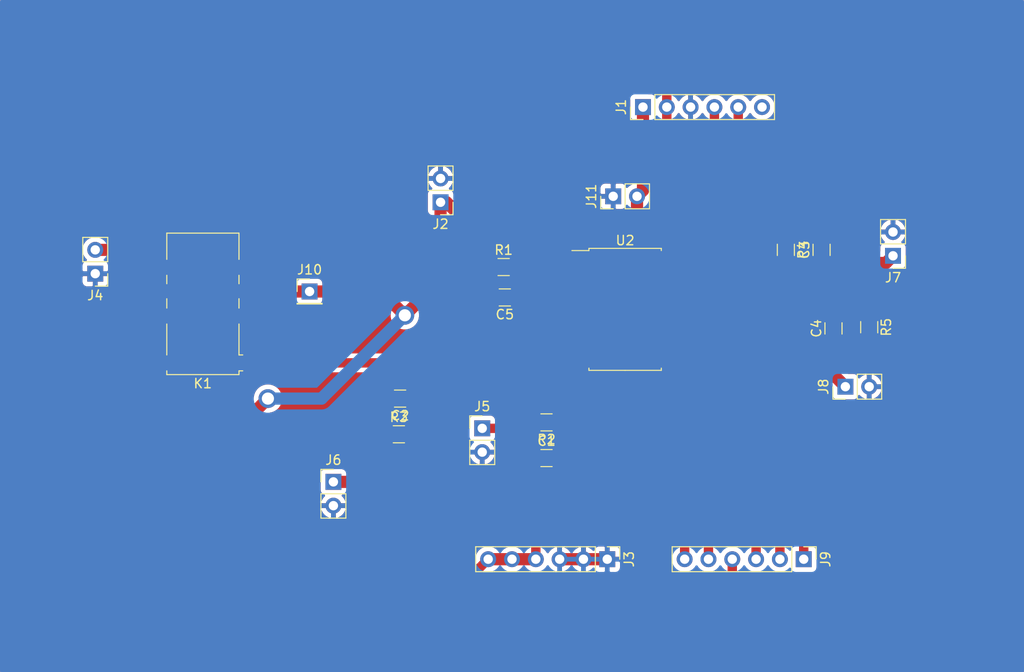
<source format=kicad_pcb>
(kicad_pcb (version 20171130) (host pcbnew "(5.1.10)-1")

  (general
    (thickness 1.6)
    (drawings 22)
    (tracks 143)
    (zones 0)
    (modules 23)
    (nets 27)
  )

  (page A3)
  (layers
    (0 F.Cu signal)
    (31 B.Cu signal)
    (32 B.Adhes user)
    (33 F.Adhes user)
    (34 B.Paste user)
    (35 F.Paste user)
    (36 B.SilkS user)
    (37 F.SilkS user)
    (38 B.Mask user)
    (39 F.Mask user)
    (40 Dwgs.User user)
    (41 Cmts.User user)
    (42 Eco1.User user)
    (43 Eco2.User user)
    (44 Edge.Cuts user)
    (45 Margin user)
    (46 B.CrtYd user)
    (47 F.CrtYd user)
    (48 B.Fab user)
    (49 F.Fab user)
  )

  (setup
    (last_trace_width 1.3)
    (user_trace_width 0.7)
    (user_trace_width 0.8)
    (user_trace_width 1)
    (user_trace_width 1.3)
    (trace_clearance 0.2)
    (zone_clearance 0.508)
    (zone_45_only no)
    (trace_min 0.2)
    (via_size 0.8)
    (via_drill 0.4)
    (via_min_size 0.4)
    (via_min_drill 0.3)
    (user_via 1.5 1.2)
    (user_via 1.7 1.2)
    (uvia_size 0.3)
    (uvia_drill 0.1)
    (uvias_allowed no)
    (uvia_min_size 0.2)
    (uvia_min_drill 0.1)
    (edge_width 0.05)
    (segment_width 0.2)
    (pcb_text_width 0.3)
    (pcb_text_size 1.5 1.5)
    (mod_edge_width 0.12)
    (mod_text_size 1 1)
    (mod_text_width 0.15)
    (pad_size 1.524 1.524)
    (pad_drill 0.762)
    (pad_to_mask_clearance 0.05)
    (aux_axis_origin 0 0)
    (visible_elements 7FFFFFFF)
    (pcbplotparams
      (layerselection 0x010fc_ffffffff)
      (usegerberextensions false)
      (usegerberattributes true)
      (usegerberadvancedattributes true)
      (creategerberjobfile true)
      (excludeedgelayer true)
      (linewidth 0.100000)
      (plotframeref false)
      (viasonmask false)
      (mode 1)
      (useauxorigin false)
      (hpglpennumber 1)
      (hpglpenspeed 20)
      (hpglpendiameter 15.000000)
      (psnegative false)
      (psa4output false)
      (plotreference true)
      (plotvalue true)
      (plotinvisibletext false)
      (padsonsilk false)
      (subtractmaskfromsilk false)
      (outputformat 1)
      (mirror false)
      (drillshape 1)
      (scaleselection 1)
      (outputdirectory ""))
  )

  (net 0 "")
  (net 1 Start)
  (net 2 Stop)
  (net 3 Increment)
  (net 4 Decrement)
  (net 5 MCLR)
  (net 6 VDD)
  (net 7 ICSPDAT)
  (net 8 ICSPCLK)
  (net 9 "Net-(J1-Pad6)")
  (net 10 "Net-(K1-Pad1)")
  (net 11 "Net-(U2-Pad16)")
  (net 12 "Net-(U2-Pad17)")
  (net 13 "Net-(K1-Pad3)")
  (net 14 "Net-(K1-Pad8)")
  (net 15 "Net-(K1-Pad9)")
  (net 16 "Net-(K1-Pad10)")
  (net 17 "Net-(U2-Pad5)")
  (net 18 "Net-(U2-Pad6)")
  (net 19 GND)
  (net 20 Alimentare_Leduri)
  (net 21 RS)
  (net 22 E)
  (net 23 D4)
  (net 24 D5)
  (net 25 D6)
  (net 26 D7)

  (net_class Default "This is the default net class."
    (clearance 0.2)
    (trace_width 0.25)
    (via_dia 0.8)
    (via_drill 0.4)
    (uvia_dia 0.3)
    (uvia_drill 0.1)
    (add_net Alimentare_Leduri)
    (add_net D4)
    (add_net D5)
    (add_net D6)
    (add_net D7)
    (add_net Decrement)
    (add_net E)
    (add_net GND)
    (add_net ICSPCLK)
    (add_net ICSPDAT)
    (add_net Increment)
    (add_net MCLR)
    (add_net "Net-(J1-Pad6)")
    (add_net "Net-(K1-Pad1)")
    (add_net "Net-(K1-Pad10)")
    (add_net "Net-(K1-Pad3)")
    (add_net "Net-(K1-Pad8)")
    (add_net "Net-(K1-Pad9)")
    (add_net "Net-(U2-Pad16)")
    (add_net "Net-(U2-Pad17)")
    (add_net "Net-(U2-Pad5)")
    (add_net "Net-(U2-Pad6)")
    (add_net RS)
    (add_net Start)
    (add_net Stop)
    (add_net VDD)
  )

  (module Capacitor_SMD:C_1206_3216Metric (layer F.Cu) (tedit 5B301BBE) (tstamp 5F770FBF)
    (at 630.425 135.255)
    (descr "Capacitor SMD 1206 (3216 Metric), square (rectangular) end terminal, IPC_7351 nominal, (Body size source: http://www.tortai-tech.com/upload/download/2011102023233369053.pdf), generated with kicad-footprint-generator")
    (tags capacitor)
    (path /5F373823)
    (attr smd)
    (fp_text reference C1 (at 0 -1.82) (layer F.SilkS)
      (effects (font (size 1 1) (thickness 0.15)))
    )
    (fp_text value 2.2n (at 0 1.82) (layer F.Fab)
      (effects (font (size 1 1) (thickness 0.15)))
    )
    (fp_line (start 2.28 1.12) (end -2.28 1.12) (layer F.CrtYd) (width 0.05))
    (fp_line (start 2.28 -1.12) (end 2.28 1.12) (layer F.CrtYd) (width 0.05))
    (fp_line (start -2.28 -1.12) (end 2.28 -1.12) (layer F.CrtYd) (width 0.05))
    (fp_line (start -2.28 1.12) (end -2.28 -1.12) (layer F.CrtYd) (width 0.05))
    (fp_line (start -0.602064 0.91) (end 0.602064 0.91) (layer F.SilkS) (width 0.12))
    (fp_line (start -0.602064 -0.91) (end 0.602064 -0.91) (layer F.SilkS) (width 0.12))
    (fp_line (start 1.6 0.8) (end -1.6 0.8) (layer F.Fab) (width 0.1))
    (fp_line (start 1.6 -0.8) (end 1.6 0.8) (layer F.Fab) (width 0.1))
    (fp_line (start -1.6 -0.8) (end 1.6 -0.8) (layer F.Fab) (width 0.1))
    (fp_line (start -1.6 0.8) (end -1.6 -0.8) (layer F.Fab) (width 0.1))
    (fp_text user %R (at 0 0) (layer F.Fab)
      (effects (font (size 0.8 0.8) (thickness 0.12)))
    )
    (pad 2 smd roundrect (at 1.4 0) (size 1.25 1.75) (layers F.Cu F.Paste F.Mask) (roundrect_rratio 0.2)
      (net 19 GND))
    (pad 1 smd roundrect (at -1.4 0) (size 1.25 1.75) (layers F.Cu F.Paste F.Mask) (roundrect_rratio 0.2)
      (net 1 Start))
    (model ${KISYS3DMOD}/Capacitor_SMD.3dshapes/C_1206_3216Metric.wrl
      (at (xyz 0 0 0))
      (scale (xyz 1 1 1))
      (rotate (xyz 0 0 0))
    )
  )

  (module Capacitor_SMD:C_1206_3216Metric (layer F.Cu) (tedit 5B301BBE) (tstamp 5F770FD0)
    (at 614.81 128.905 180)
    (descr "Capacitor SMD 1206 (3216 Metric), square (rectangular) end terminal, IPC_7351 nominal, (Body size source: http://www.tortai-tech.com/upload/download/2011102023233369053.pdf), generated with kicad-footprint-generator")
    (tags capacitor)
    (path /5F37149D)
    (attr smd)
    (fp_text reference C2 (at 0 -1.82) (layer F.SilkS)
      (effects (font (size 1 1) (thickness 0.15)))
    )
    (fp_text value 2.2n (at 0 1.82) (layer F.Fab)
      (effects (font (size 1 1) (thickness 0.15)))
    )
    (fp_line (start -1.6 0.8) (end -1.6 -0.8) (layer F.Fab) (width 0.1))
    (fp_line (start -1.6 -0.8) (end 1.6 -0.8) (layer F.Fab) (width 0.1))
    (fp_line (start 1.6 -0.8) (end 1.6 0.8) (layer F.Fab) (width 0.1))
    (fp_line (start 1.6 0.8) (end -1.6 0.8) (layer F.Fab) (width 0.1))
    (fp_line (start -0.602064 -0.91) (end 0.602064 -0.91) (layer F.SilkS) (width 0.12))
    (fp_line (start -0.602064 0.91) (end 0.602064 0.91) (layer F.SilkS) (width 0.12))
    (fp_line (start -2.28 1.12) (end -2.28 -1.12) (layer F.CrtYd) (width 0.05))
    (fp_line (start -2.28 -1.12) (end 2.28 -1.12) (layer F.CrtYd) (width 0.05))
    (fp_line (start 2.28 -1.12) (end 2.28 1.12) (layer F.CrtYd) (width 0.05))
    (fp_line (start 2.28 1.12) (end -2.28 1.12) (layer F.CrtYd) (width 0.05))
    (fp_text user %R (at 0 0) (layer F.Fab)
      (effects (font (size 0.8 0.8) (thickness 0.12)))
    )
    (pad 1 smd roundrect (at -1.4 0 180) (size 1.25 1.75) (layers F.Cu F.Paste F.Mask) (roundrect_rratio 0.2)
      (net 2 Stop))
    (pad 2 smd roundrect (at 1.4 0 180) (size 1.25 1.75) (layers F.Cu F.Paste F.Mask) (roundrect_rratio 0.2)
      (net 19 GND))
    (model ${KISYS3DMOD}/Capacitor_SMD.3dshapes/C_1206_3216Metric.wrl
      (at (xyz 0 0 0))
      (scale (xyz 1 1 1))
      (rotate (xyz 0 0 0))
    )
  )

  (module Capacitor_SMD:C_1206_3216Metric (layer F.Cu) (tedit 5B301BBE) (tstamp 5F770FE1)
    (at 659.765 113.03 90)
    (descr "Capacitor SMD 1206 (3216 Metric), square (rectangular) end terminal, IPC_7351 nominal, (Body size source: http://www.tortai-tech.com/upload/download/2011102023233369053.pdf), generated with kicad-footprint-generator")
    (tags capacitor)
    (path /5F36FDE1)
    (attr smd)
    (fp_text reference C3 (at 0 -1.82 90) (layer F.SilkS)
      (effects (font (size 1 1) (thickness 0.15)))
    )
    (fp_text value 2.2n (at 0 1.82 90) (layer F.Fab)
      (effects (font (size 1 1) (thickness 0.15)))
    )
    (fp_line (start 2.28 1.12) (end -2.28 1.12) (layer F.CrtYd) (width 0.05))
    (fp_line (start 2.28 -1.12) (end 2.28 1.12) (layer F.CrtYd) (width 0.05))
    (fp_line (start -2.28 -1.12) (end 2.28 -1.12) (layer F.CrtYd) (width 0.05))
    (fp_line (start -2.28 1.12) (end -2.28 -1.12) (layer F.CrtYd) (width 0.05))
    (fp_line (start -0.602064 0.91) (end 0.602064 0.91) (layer F.SilkS) (width 0.12))
    (fp_line (start -0.602064 -0.91) (end 0.602064 -0.91) (layer F.SilkS) (width 0.12))
    (fp_line (start 1.6 0.8) (end -1.6 0.8) (layer F.Fab) (width 0.1))
    (fp_line (start 1.6 -0.8) (end 1.6 0.8) (layer F.Fab) (width 0.1))
    (fp_line (start -1.6 -0.8) (end 1.6 -0.8) (layer F.Fab) (width 0.1))
    (fp_line (start -1.6 0.8) (end -1.6 -0.8) (layer F.Fab) (width 0.1))
    (fp_text user %R (at 0 0 90) (layer F.Fab)
      (effects (font (size 0.8 0.8) (thickness 0.12)))
    )
    (pad 2 smd roundrect (at 1.4 0 90) (size 1.25 1.75) (layers F.Cu F.Paste F.Mask) (roundrect_rratio 0.2)
      (net 19 GND))
    (pad 1 smd roundrect (at -1.4 0 90) (size 1.25 1.75) (layers F.Cu F.Paste F.Mask) (roundrect_rratio 0.2)
      (net 3 Increment))
    (model ${KISYS3DMOD}/Capacitor_SMD.3dshapes/C_1206_3216Metric.wrl
      (at (xyz 0 0 0))
      (scale (xyz 1 1 1))
      (rotate (xyz 0 0 0))
    )
  )

  (module Capacitor_SMD:C_1206_3216Metric (layer F.Cu) (tedit 5B301BBE) (tstamp 5F770FF2)
    (at 661.035 121.415 90)
    (descr "Capacitor SMD 1206 (3216 Metric), square (rectangular) end terminal, IPC_7351 nominal, (Body size source: http://www.tortai-tech.com/upload/download/2011102023233369053.pdf), generated with kicad-footprint-generator")
    (tags capacitor)
    (path /5F3513CE)
    (attr smd)
    (fp_text reference C4 (at 0 -1.82 90) (layer F.SilkS)
      (effects (font (size 1 1) (thickness 0.15)))
    )
    (fp_text value 2.2n (at 0 1.82 90) (layer F.Fab)
      (effects (font (size 1 1) (thickness 0.15)))
    )
    (fp_line (start -1.6 0.8) (end -1.6 -0.8) (layer F.Fab) (width 0.1))
    (fp_line (start -1.6 -0.8) (end 1.6 -0.8) (layer F.Fab) (width 0.1))
    (fp_line (start 1.6 -0.8) (end 1.6 0.8) (layer F.Fab) (width 0.1))
    (fp_line (start 1.6 0.8) (end -1.6 0.8) (layer F.Fab) (width 0.1))
    (fp_line (start -0.602064 -0.91) (end 0.602064 -0.91) (layer F.SilkS) (width 0.12))
    (fp_line (start -0.602064 0.91) (end 0.602064 0.91) (layer F.SilkS) (width 0.12))
    (fp_line (start -2.28 1.12) (end -2.28 -1.12) (layer F.CrtYd) (width 0.05))
    (fp_line (start -2.28 -1.12) (end 2.28 -1.12) (layer F.CrtYd) (width 0.05))
    (fp_line (start 2.28 -1.12) (end 2.28 1.12) (layer F.CrtYd) (width 0.05))
    (fp_line (start 2.28 1.12) (end -2.28 1.12) (layer F.CrtYd) (width 0.05))
    (fp_text user %R (at 0 0 90) (layer F.Fab)
      (effects (font (size 0.8 0.8) (thickness 0.12)))
    )
    (pad 1 smd roundrect (at -1.4 0 90) (size 1.25 1.75) (layers F.Cu F.Paste F.Mask) (roundrect_rratio 0.2)
      (net 4 Decrement))
    (pad 2 smd roundrect (at 1.4 0 90) (size 1.25 1.75) (layers F.Cu F.Paste F.Mask) (roundrect_rratio 0.2)
      (net 19 GND))
    (model ${KISYS3DMOD}/Capacitor_SMD.3dshapes/C_1206_3216Metric.wrl
      (at (xyz 0 0 0))
      (scale (xyz 1 1 1))
      (rotate (xyz 0 0 0))
    )
  )

  (module Capacitor_SMD:C_1206_3216Metric (layer F.Cu) (tedit 5B301BBE) (tstamp 5F771003)
    (at 625.98 118.11 180)
    (descr "Capacitor SMD 1206 (3216 Metric), square (rectangular) end terminal, IPC_7351 nominal, (Body size source: http://www.tortai-tech.com/upload/download/2011102023233369053.pdf), generated with kicad-footprint-generator")
    (tags capacitor)
    (path /5F7AD14C)
    (attr smd)
    (fp_text reference C5 (at 0 -1.82) (layer F.SilkS)
      (effects (font (size 1 1) (thickness 0.15)))
    )
    (fp_text value 100n (at 0 1.82) (layer F.Fab)
      (effects (font (size 1 1) (thickness 0.15)))
    )
    (fp_line (start -1.6 0.8) (end -1.6 -0.8) (layer F.Fab) (width 0.1))
    (fp_line (start -1.6 -0.8) (end 1.6 -0.8) (layer F.Fab) (width 0.1))
    (fp_line (start 1.6 -0.8) (end 1.6 0.8) (layer F.Fab) (width 0.1))
    (fp_line (start 1.6 0.8) (end -1.6 0.8) (layer F.Fab) (width 0.1))
    (fp_line (start -0.602064 -0.91) (end 0.602064 -0.91) (layer F.SilkS) (width 0.12))
    (fp_line (start -0.602064 0.91) (end 0.602064 0.91) (layer F.SilkS) (width 0.12))
    (fp_line (start -2.28 1.12) (end -2.28 -1.12) (layer F.CrtYd) (width 0.05))
    (fp_line (start -2.28 -1.12) (end 2.28 -1.12) (layer F.CrtYd) (width 0.05))
    (fp_line (start 2.28 -1.12) (end 2.28 1.12) (layer F.CrtYd) (width 0.05))
    (fp_line (start 2.28 1.12) (end -2.28 1.12) (layer F.CrtYd) (width 0.05))
    (fp_text user %R (at 0 0) (layer F.Fab)
      (effects (font (size 0.8 0.8) (thickness 0.12)))
    )
    (pad 1 smd roundrect (at -1.4 0 180) (size 1.25 1.75) (layers F.Cu F.Paste F.Mask) (roundrect_rratio 0.2)
      (net 5 MCLR))
    (pad 2 smd roundrect (at 1.4 0 180) (size 1.25 1.75) (layers F.Cu F.Paste F.Mask) (roundrect_rratio 0.2)
      (net 19 GND))
    (model ${KISYS3DMOD}/Capacitor_SMD.3dshapes/C_1206_3216Metric.wrl
      (at (xyz 0 0 0))
      (scale (xyz 1 1 1))
      (rotate (xyz 0 0 0))
    )
  )

  (module Connector_PinHeader_2.54mm:PinHeader_1x06_P2.54mm_Vertical (layer F.Cu) (tedit 59FED5CC) (tstamp 5F77101D)
    (at 640.715 97.79 90)
    (descr "Through hole straight pin header, 1x06, 2.54mm pitch, single row")
    (tags "Through hole pin header THT 1x06 2.54mm single row")
    (path /5F312030)
    (fp_text reference J1 (at 0 -2.33 90) (layer F.SilkS)
      (effects (font (size 1 1) (thickness 0.15)))
    )
    (fp_text value Conn_01x06_Male (at 0 15.03 90) (layer F.Fab)
      (effects (font (size 1 1) (thickness 0.15)))
    )
    (fp_line (start -0.635 -1.27) (end 1.27 -1.27) (layer F.Fab) (width 0.1))
    (fp_line (start 1.27 -1.27) (end 1.27 13.97) (layer F.Fab) (width 0.1))
    (fp_line (start 1.27 13.97) (end -1.27 13.97) (layer F.Fab) (width 0.1))
    (fp_line (start -1.27 13.97) (end -1.27 -0.635) (layer F.Fab) (width 0.1))
    (fp_line (start -1.27 -0.635) (end -0.635 -1.27) (layer F.Fab) (width 0.1))
    (fp_line (start -1.33 14.03) (end 1.33 14.03) (layer F.SilkS) (width 0.12))
    (fp_line (start -1.33 1.27) (end -1.33 14.03) (layer F.SilkS) (width 0.12))
    (fp_line (start 1.33 1.27) (end 1.33 14.03) (layer F.SilkS) (width 0.12))
    (fp_line (start -1.33 1.27) (end 1.33 1.27) (layer F.SilkS) (width 0.12))
    (fp_line (start -1.33 0) (end -1.33 -1.33) (layer F.SilkS) (width 0.12))
    (fp_line (start -1.33 -1.33) (end 0 -1.33) (layer F.SilkS) (width 0.12))
    (fp_line (start -1.8 -1.8) (end -1.8 14.5) (layer F.CrtYd) (width 0.05))
    (fp_line (start -1.8 14.5) (end 1.8 14.5) (layer F.CrtYd) (width 0.05))
    (fp_line (start 1.8 14.5) (end 1.8 -1.8) (layer F.CrtYd) (width 0.05))
    (fp_line (start 1.8 -1.8) (end -1.8 -1.8) (layer F.CrtYd) (width 0.05))
    (fp_text user %R (at 0 6.35) (layer F.Fab)
      (effects (font (size 1 1) (thickness 0.15)))
    )
    (pad 1 thru_hole rect (at 0 0 90) (size 1.7 1.7) (drill 1) (layers *.Cu *.Mask)
      (net 5 MCLR))
    (pad 2 thru_hole oval (at 0 2.54 90) (size 1.7 1.7) (drill 1) (layers *.Cu *.Mask)
      (net 6 VDD))
    (pad 3 thru_hole oval (at 0 5.08 90) (size 1.7 1.7) (drill 1) (layers *.Cu *.Mask)
      (net 19 GND))
    (pad 4 thru_hole oval (at 0 7.62 90) (size 1.7 1.7) (drill 1) (layers *.Cu *.Mask)
      (net 7 ICSPDAT))
    (pad 5 thru_hole oval (at 0 10.16 90) (size 1.7 1.7) (drill 1) (layers *.Cu *.Mask)
      (net 8 ICSPCLK))
    (pad 6 thru_hole oval (at 0 12.7 90) (size 1.7 1.7) (drill 1) (layers *.Cu *.Mask)
      (net 9 "Net-(J1-Pad6)"))
    (model ${KISYS3DMOD}/Connector_PinHeader_2.54mm.3dshapes/PinHeader_1x06_P2.54mm_Vertical.wrl
      (at (xyz 0 0 0))
      (scale (xyz 1 1 1))
      (rotate (xyz 0 0 0))
    )
  )

  (module Connector_PinHeader_2.54mm:PinHeader_1x02_P2.54mm_Vertical (layer F.Cu) (tedit 59FED5CC) (tstamp 5F771033)
    (at 619.125 107.95 180)
    (descr "Through hole straight pin header, 1x02, 2.54mm pitch, single row")
    (tags "Through hole pin header THT 1x02 2.54mm single row")
    (path /5F50142D)
    (fp_text reference J2 (at 0 -2.33) (layer F.SilkS)
      (effects (font (size 1 1) (thickness 0.15)))
    )
    (fp_text value Conn_01x02_Male (at 0 4.87) (layer F.Fab)
      (effects (font (size 1 1) (thickness 0.15)))
    )
    (fp_line (start 1.8 -1.8) (end -1.8 -1.8) (layer F.CrtYd) (width 0.05))
    (fp_line (start 1.8 4.35) (end 1.8 -1.8) (layer F.CrtYd) (width 0.05))
    (fp_line (start -1.8 4.35) (end 1.8 4.35) (layer F.CrtYd) (width 0.05))
    (fp_line (start -1.8 -1.8) (end -1.8 4.35) (layer F.CrtYd) (width 0.05))
    (fp_line (start -1.33 -1.33) (end 0 -1.33) (layer F.SilkS) (width 0.12))
    (fp_line (start -1.33 0) (end -1.33 -1.33) (layer F.SilkS) (width 0.12))
    (fp_line (start -1.33 1.27) (end 1.33 1.27) (layer F.SilkS) (width 0.12))
    (fp_line (start 1.33 1.27) (end 1.33 3.87) (layer F.SilkS) (width 0.12))
    (fp_line (start -1.33 1.27) (end -1.33 3.87) (layer F.SilkS) (width 0.12))
    (fp_line (start -1.33 3.87) (end 1.33 3.87) (layer F.SilkS) (width 0.12))
    (fp_line (start -1.27 -0.635) (end -0.635 -1.27) (layer F.Fab) (width 0.1))
    (fp_line (start -1.27 3.81) (end -1.27 -0.635) (layer F.Fab) (width 0.1))
    (fp_line (start 1.27 3.81) (end -1.27 3.81) (layer F.Fab) (width 0.1))
    (fp_line (start 1.27 -1.27) (end 1.27 3.81) (layer F.Fab) (width 0.1))
    (fp_line (start -0.635 -1.27) (end 1.27 -1.27) (layer F.Fab) (width 0.1))
    (fp_text user %R (at 0 1.27 90) (layer F.Fab)
      (effects (font (size 1 1) (thickness 0.15)))
    )
    (pad 2 thru_hole oval (at 0 2.54 180) (size 1.7 1.7) (drill 1) (layers *.Cu *.Mask)
      (net 19 GND))
    (pad 1 thru_hole rect (at 0 0 180) (size 1.7 1.7) (drill 1) (layers *.Cu *.Mask)
      (net 6 VDD))
    (model ${KISYS3DMOD}/Connector_PinHeader_2.54mm.3dshapes/PinHeader_1x02_P2.54mm_Vertical.wrl
      (at (xyz 0 0 0))
      (scale (xyz 1 1 1))
      (rotate (xyz 0 0 0))
    )
  )

  (module Connector_PinHeader_2.54mm:PinHeader_1x02_P2.54mm_Vertical (layer F.Cu) (tedit 59FED5CC) (tstamp 5F771069)
    (at 582.295 115.57 180)
    (descr "Through hole straight pin header, 1x02, 2.54mm pitch, single row")
    (tags "Through hole pin header THT 1x02 2.54mm single row")
    (path /5F7F4B7E)
    (fp_text reference J4 (at 0 -2.33) (layer F.SilkS)
      (effects (font (size 1 1) (thickness 0.15)))
    )
    (fp_text value Conn_01x02_Male (at 0 4.87) (layer F.Fab)
      (effects (font (size 1 1) (thickness 0.15)))
    )
    (fp_line (start -0.635 -1.27) (end 1.27 -1.27) (layer F.Fab) (width 0.1))
    (fp_line (start 1.27 -1.27) (end 1.27 3.81) (layer F.Fab) (width 0.1))
    (fp_line (start 1.27 3.81) (end -1.27 3.81) (layer F.Fab) (width 0.1))
    (fp_line (start -1.27 3.81) (end -1.27 -0.635) (layer F.Fab) (width 0.1))
    (fp_line (start -1.27 -0.635) (end -0.635 -1.27) (layer F.Fab) (width 0.1))
    (fp_line (start -1.33 3.87) (end 1.33 3.87) (layer F.SilkS) (width 0.12))
    (fp_line (start -1.33 1.27) (end -1.33 3.87) (layer F.SilkS) (width 0.12))
    (fp_line (start 1.33 1.27) (end 1.33 3.87) (layer F.SilkS) (width 0.12))
    (fp_line (start -1.33 1.27) (end 1.33 1.27) (layer F.SilkS) (width 0.12))
    (fp_line (start -1.33 0) (end -1.33 -1.33) (layer F.SilkS) (width 0.12))
    (fp_line (start -1.33 -1.33) (end 0 -1.33) (layer F.SilkS) (width 0.12))
    (fp_line (start -1.8 -1.8) (end -1.8 4.35) (layer F.CrtYd) (width 0.05))
    (fp_line (start -1.8 4.35) (end 1.8 4.35) (layer F.CrtYd) (width 0.05))
    (fp_line (start 1.8 4.35) (end 1.8 -1.8) (layer F.CrtYd) (width 0.05))
    (fp_line (start 1.8 -1.8) (end -1.8 -1.8) (layer F.CrtYd) (width 0.05))
    (fp_text user %R (at 0 1.27 90) (layer F.Fab)
      (effects (font (size 1 1) (thickness 0.15)))
    )
    (pad 1 thru_hole rect (at 0 0 180) (size 1.7 1.7) (drill 1) (layers *.Cu *.Mask)
      (net 19 GND))
    (pad 2 thru_hole oval (at 0 2.54 180) (size 1.7 1.7) (drill 1) (layers *.Cu *.Mask)
      (net 20 Alimentare_Leduri))
    (model ${KISYS3DMOD}/Connector_PinHeader_2.54mm.3dshapes/PinHeader_1x02_P2.54mm_Vertical.wrl
      (at (xyz 0 0 0))
      (scale (xyz 1 1 1))
      (rotate (xyz 0 0 0))
    )
  )

  (module Connector_PinHeader_2.54mm:PinHeader_1x02_P2.54mm_Vertical (layer F.Cu) (tedit 59FED5CC) (tstamp 5F77107F)
    (at 623.57 132.08)
    (descr "Through hole straight pin header, 1x02, 2.54mm pitch, single row")
    (tags "Through hole pin header THT 1x02 2.54mm single row")
    (path /5F7ACFCE)
    (fp_text reference J5 (at 0 -2.33) (layer F.SilkS)
      (effects (font (size 1 1) (thickness 0.15)))
    )
    (fp_text value Conn_01x02_Male (at 0 4.87) (layer F.Fab)
      (effects (font (size 1 1) (thickness 0.15)))
    )
    (fp_line (start 1.8 -1.8) (end -1.8 -1.8) (layer F.CrtYd) (width 0.05))
    (fp_line (start 1.8 4.35) (end 1.8 -1.8) (layer F.CrtYd) (width 0.05))
    (fp_line (start -1.8 4.35) (end 1.8 4.35) (layer F.CrtYd) (width 0.05))
    (fp_line (start -1.8 -1.8) (end -1.8 4.35) (layer F.CrtYd) (width 0.05))
    (fp_line (start -1.33 -1.33) (end 0 -1.33) (layer F.SilkS) (width 0.12))
    (fp_line (start -1.33 0) (end -1.33 -1.33) (layer F.SilkS) (width 0.12))
    (fp_line (start -1.33 1.27) (end 1.33 1.27) (layer F.SilkS) (width 0.12))
    (fp_line (start 1.33 1.27) (end 1.33 3.87) (layer F.SilkS) (width 0.12))
    (fp_line (start -1.33 1.27) (end -1.33 3.87) (layer F.SilkS) (width 0.12))
    (fp_line (start -1.33 3.87) (end 1.33 3.87) (layer F.SilkS) (width 0.12))
    (fp_line (start -1.27 -0.635) (end -0.635 -1.27) (layer F.Fab) (width 0.1))
    (fp_line (start -1.27 3.81) (end -1.27 -0.635) (layer F.Fab) (width 0.1))
    (fp_line (start 1.27 3.81) (end -1.27 3.81) (layer F.Fab) (width 0.1))
    (fp_line (start 1.27 -1.27) (end 1.27 3.81) (layer F.Fab) (width 0.1))
    (fp_line (start -0.635 -1.27) (end 1.27 -1.27) (layer F.Fab) (width 0.1))
    (fp_text user %R (at 0 1.27 90) (layer F.Fab)
      (effects (font (size 1 1) (thickness 0.15)))
    )
    (pad 2 thru_hole oval (at 0 2.54) (size 1.7 1.7) (drill 1) (layers *.Cu *.Mask)
      (net 19 GND))
    (pad 1 thru_hole rect (at 0 0) (size 1.7 1.7) (drill 1) (layers *.Cu *.Mask)
      (net 1 Start))
    (model ${KISYS3DMOD}/Connector_PinHeader_2.54mm.3dshapes/PinHeader_1x02_P2.54mm_Vertical.wrl
      (at (xyz 0 0 0))
      (scale (xyz 1 1 1))
      (rotate (xyz 0 0 0))
    )
  )

  (module Connector_PinHeader_2.54mm:PinHeader_1x02_P2.54mm_Vertical (layer F.Cu) (tedit 59FED5CC) (tstamp 5F771095)
    (at 607.695 137.795)
    (descr "Through hole straight pin header, 1x02, 2.54mm pitch, single row")
    (tags "Through hole pin header THT 1x02 2.54mm single row")
    (path /5F7BAAC5)
    (fp_text reference J6 (at 0 -2.33) (layer F.SilkS)
      (effects (font (size 1 1) (thickness 0.15)))
    )
    (fp_text value Conn_01x02_Male (at 0 4.87) (layer F.Fab)
      (effects (font (size 1 1) (thickness 0.15)))
    )
    (fp_line (start -0.635 -1.27) (end 1.27 -1.27) (layer F.Fab) (width 0.1))
    (fp_line (start 1.27 -1.27) (end 1.27 3.81) (layer F.Fab) (width 0.1))
    (fp_line (start 1.27 3.81) (end -1.27 3.81) (layer F.Fab) (width 0.1))
    (fp_line (start -1.27 3.81) (end -1.27 -0.635) (layer F.Fab) (width 0.1))
    (fp_line (start -1.27 -0.635) (end -0.635 -1.27) (layer F.Fab) (width 0.1))
    (fp_line (start -1.33 3.87) (end 1.33 3.87) (layer F.SilkS) (width 0.12))
    (fp_line (start -1.33 1.27) (end -1.33 3.87) (layer F.SilkS) (width 0.12))
    (fp_line (start 1.33 1.27) (end 1.33 3.87) (layer F.SilkS) (width 0.12))
    (fp_line (start -1.33 1.27) (end 1.33 1.27) (layer F.SilkS) (width 0.12))
    (fp_line (start -1.33 0) (end -1.33 -1.33) (layer F.SilkS) (width 0.12))
    (fp_line (start -1.33 -1.33) (end 0 -1.33) (layer F.SilkS) (width 0.12))
    (fp_line (start -1.8 -1.8) (end -1.8 4.35) (layer F.CrtYd) (width 0.05))
    (fp_line (start -1.8 4.35) (end 1.8 4.35) (layer F.CrtYd) (width 0.05))
    (fp_line (start 1.8 4.35) (end 1.8 -1.8) (layer F.CrtYd) (width 0.05))
    (fp_line (start 1.8 -1.8) (end -1.8 -1.8) (layer F.CrtYd) (width 0.05))
    (fp_text user %R (at 0 1.27 90) (layer F.Fab)
      (effects (font (size 1 1) (thickness 0.15)))
    )
    (pad 1 thru_hole rect (at 0 0) (size 1.7 1.7) (drill 1) (layers *.Cu *.Mask)
      (net 2 Stop))
    (pad 2 thru_hole oval (at 0 2.54) (size 1.7 1.7) (drill 1) (layers *.Cu *.Mask)
      (net 19 GND))
    (model ${KISYS3DMOD}/Connector_PinHeader_2.54mm.3dshapes/PinHeader_1x02_P2.54mm_Vertical.wrl
      (at (xyz 0 0 0))
      (scale (xyz 1 1 1))
      (rotate (xyz 0 0 0))
    )
  )

  (module Connector_PinHeader_2.54mm:PinHeader_1x02_P2.54mm_Vertical (layer F.Cu) (tedit 59FED5CC) (tstamp 5F7710AB)
    (at 667.385 113.665 180)
    (descr "Through hole straight pin header, 1x02, 2.54mm pitch, single row")
    (tags "Through hole pin header THT 1x02 2.54mm single row")
    (path /5F7BB120)
    (fp_text reference J7 (at 0 -2.33) (layer F.SilkS)
      (effects (font (size 1 1) (thickness 0.15)))
    )
    (fp_text value Conn_01x02_Male (at 0 4.87) (layer F.Fab)
      (effects (font (size 1 1) (thickness 0.15)))
    )
    (fp_line (start 1.8 -1.8) (end -1.8 -1.8) (layer F.CrtYd) (width 0.05))
    (fp_line (start 1.8 4.35) (end 1.8 -1.8) (layer F.CrtYd) (width 0.05))
    (fp_line (start -1.8 4.35) (end 1.8 4.35) (layer F.CrtYd) (width 0.05))
    (fp_line (start -1.8 -1.8) (end -1.8 4.35) (layer F.CrtYd) (width 0.05))
    (fp_line (start -1.33 -1.33) (end 0 -1.33) (layer F.SilkS) (width 0.12))
    (fp_line (start -1.33 0) (end -1.33 -1.33) (layer F.SilkS) (width 0.12))
    (fp_line (start -1.33 1.27) (end 1.33 1.27) (layer F.SilkS) (width 0.12))
    (fp_line (start 1.33 1.27) (end 1.33 3.87) (layer F.SilkS) (width 0.12))
    (fp_line (start -1.33 1.27) (end -1.33 3.87) (layer F.SilkS) (width 0.12))
    (fp_line (start -1.33 3.87) (end 1.33 3.87) (layer F.SilkS) (width 0.12))
    (fp_line (start -1.27 -0.635) (end -0.635 -1.27) (layer F.Fab) (width 0.1))
    (fp_line (start -1.27 3.81) (end -1.27 -0.635) (layer F.Fab) (width 0.1))
    (fp_line (start 1.27 3.81) (end -1.27 3.81) (layer F.Fab) (width 0.1))
    (fp_line (start 1.27 -1.27) (end 1.27 3.81) (layer F.Fab) (width 0.1))
    (fp_line (start -0.635 -1.27) (end 1.27 -1.27) (layer F.Fab) (width 0.1))
    (fp_text user %R (at 0 1.27 90) (layer F.Fab)
      (effects (font (size 1 1) (thickness 0.15)))
    )
    (pad 2 thru_hole oval (at 0 2.54 180) (size 1.7 1.7) (drill 1) (layers *.Cu *.Mask)
      (net 19 GND))
    (pad 1 thru_hole rect (at 0 0 180) (size 1.7 1.7) (drill 1) (layers *.Cu *.Mask)
      (net 3 Increment))
    (model ${KISYS3DMOD}/Connector_PinHeader_2.54mm.3dshapes/PinHeader_1x02_P2.54mm_Vertical.wrl
      (at (xyz 0 0 0))
      (scale (xyz 1 1 1))
      (rotate (xyz 0 0 0))
    )
  )

  (module Connector_PinHeader_2.54mm:PinHeader_1x02_P2.54mm_Vertical (layer F.Cu) (tedit 59FED5CC) (tstamp 5F7710C1)
    (at 662.305 127.635 90)
    (descr "Through hole straight pin header, 1x02, 2.54mm pitch, single row")
    (tags "Through hole pin header THT 1x02 2.54mm single row")
    (path /5F7BB6C6)
    (fp_text reference J8 (at 0 -2.33 90) (layer F.SilkS)
      (effects (font (size 1 1) (thickness 0.15)))
    )
    (fp_text value Conn_01x02_Male (at 0 4.87 90) (layer F.Fab)
      (effects (font (size 1 1) (thickness 0.15)))
    )
    (fp_line (start -0.635 -1.27) (end 1.27 -1.27) (layer F.Fab) (width 0.1))
    (fp_line (start 1.27 -1.27) (end 1.27 3.81) (layer F.Fab) (width 0.1))
    (fp_line (start 1.27 3.81) (end -1.27 3.81) (layer F.Fab) (width 0.1))
    (fp_line (start -1.27 3.81) (end -1.27 -0.635) (layer F.Fab) (width 0.1))
    (fp_line (start -1.27 -0.635) (end -0.635 -1.27) (layer F.Fab) (width 0.1))
    (fp_line (start -1.33 3.87) (end 1.33 3.87) (layer F.SilkS) (width 0.12))
    (fp_line (start -1.33 1.27) (end -1.33 3.87) (layer F.SilkS) (width 0.12))
    (fp_line (start 1.33 1.27) (end 1.33 3.87) (layer F.SilkS) (width 0.12))
    (fp_line (start -1.33 1.27) (end 1.33 1.27) (layer F.SilkS) (width 0.12))
    (fp_line (start -1.33 0) (end -1.33 -1.33) (layer F.SilkS) (width 0.12))
    (fp_line (start -1.33 -1.33) (end 0 -1.33) (layer F.SilkS) (width 0.12))
    (fp_line (start -1.8 -1.8) (end -1.8 4.35) (layer F.CrtYd) (width 0.05))
    (fp_line (start -1.8 4.35) (end 1.8 4.35) (layer F.CrtYd) (width 0.05))
    (fp_line (start 1.8 4.35) (end 1.8 -1.8) (layer F.CrtYd) (width 0.05))
    (fp_line (start 1.8 -1.8) (end -1.8 -1.8) (layer F.CrtYd) (width 0.05))
    (fp_text user %R (at 0 1.27) (layer F.Fab)
      (effects (font (size 1 1) (thickness 0.15)))
    )
    (pad 1 thru_hole rect (at 0 0 90) (size 1.7 1.7) (drill 1) (layers *.Cu *.Mask)
      (net 4 Decrement))
    (pad 2 thru_hole oval (at 0 2.54 90) (size 1.7 1.7) (drill 1) (layers *.Cu *.Mask)
      (net 19 GND))
    (model ${KISYS3DMOD}/Connector_PinHeader_2.54mm.3dshapes/PinHeader_1x02_P2.54mm_Vertical.wrl
      (at (xyz 0 0 0))
      (scale (xyz 1 1 1))
      (rotate (xyz 0 0 0))
    )
  )

  (module Relay_SMD:Relay_DPDT_Omron_G6S-2G (layer F.Cu) (tedit 5A59BB63) (tstamp 5F7710E5)
    (at 593.725 118.745 180)
    (descr "Relay Omron G6S-2G, see http://omronfs.omron.com/en_US/ecb/products/pdf/en-g6s.pdf")
    (tags "Relay Omron G6S-2G")
    (path /5FE12FF7)
    (attr smd)
    (fp_text reference K1 (at -0.04 -8.55) (layer F.SilkS)
      (effects (font (size 1 1) (thickness 0.15)))
    )
    (fp_text value EC2-3NU (at -0.04 8.55) (layer F.Fab)
      (effects (font (size 1 1) (thickness 0.15)))
    )
    (fp_line (start 3.8 0.5) (end 3.8 -0.5) (layer F.SilkS) (width 0.12))
    (fp_line (start 3.8 3) (end 3.8 2.1) (layer F.SilkS) (width 0.12))
    (fp_line (start 3.8 7.5) (end 3.8 4.7) (layer F.SilkS) (width 0.12))
    (fp_line (start -3.9 7.5) (end 3.8 7.5) (layer F.SilkS) (width 0.12))
    (fp_line (start -3.9 4.7) (end -3.9 7.5) (layer F.SilkS) (width 0.12))
    (fp_line (start -3.9 2.1) (end -3.9 3) (layer F.SilkS) (width 0.12))
    (fp_line (start -3.9 -0.5) (end -3.9 0.5) (layer F.SilkS) (width 0.12))
    (fp_line (start -3.9 -5.5) (end -4.3 -5.5) (layer F.SilkS) (width 0.12))
    (fp_line (start -3.9 -5.5) (end -3.9 -2.2) (layer F.SilkS) (width 0.12))
    (fp_line (start 3.8 -5.5) (end 3.8 -2.2) (layer F.SilkS) (width 0.12))
    (fp_line (start 3.8 -7.6) (end 3.8 -7.2) (layer F.SilkS) (width 0.12))
    (fp_line (start -3.9 -7.6) (end 3.8 -7.6) (layer F.SilkS) (width 0.12))
    (fp_line (start -3.9 -7.2) (end -3.9 -7.6) (layer F.SilkS) (width 0.12))
    (fp_line (start -4.3 -7.2) (end -3.9 -7.2) (layer F.SilkS) (width 0.12))
    (fp_line (start -3.74 -6.45) (end -2.64 -7.45) (layer F.Fab) (width 0.12))
    (fp_line (start -3.74 7.35) (end -3.74 -6.45) (layer F.Fab) (width 0.12))
    (fp_line (start 3.66 7.35) (end -3.74 7.35) (layer F.Fab) (width 0.12))
    (fp_line (start 3.66 -7.45) (end 3.66 7.35) (layer F.Fab) (width 0.12))
    (fp_line (start -2.64 -7.45) (end 3.66 -7.45) (layer F.Fab) (width 0.12))
    (fp_line (start -4.4 -7.7) (end 4.4 -7.7) (layer F.CrtYd) (width 0.05))
    (fp_line (start -4.4 -7.7) (end -4.4 7.6) (layer F.CrtYd) (width 0.05))
    (fp_line (start 4.4 7.6) (end 4.4 -7.7) (layer F.CrtYd) (width 0.05))
    (fp_line (start 4.4 7.6) (end -4.4 7.6) (layer F.CrtYd) (width 0.05))
    (fp_text user %R (at 0 0) (layer F.Fab)
      (effects (font (size 1 1) (thickness 0.15)))
    )
    (pad 9 smd rect (at 3.05 1.27 180) (size 2.2 1) (layers F.Cu F.Paste F.Mask)
      (net 15 "Net-(K1-Pad9)"))
    (pad 4 smd rect (at -3.05 1.27 180) (size 2.2 1) (layers F.Cu F.Paste F.Mask)
      (net 6 VDD))
    (pad 12 smd rect (at 3.05 -6.35 180) (size 2.2 1) (layers F.Cu F.Paste F.Mask)
      (net 19 GND))
    (pad 10 smd rect (at 3.05 -1.27 180) (size 2.2 1) (layers F.Cu F.Paste F.Mask)
      (net 16 "Net-(K1-Pad10)"))
    (pad 1 smd rect (at -3.05 -6.35 180) (size 2.2 1) (layers F.Cu F.Paste F.Mask)
      (net 10 "Net-(K1-Pad1)"))
    (pad 3 smd rect (at -3.05 -1.27 180) (size 2.2 1) (layers F.Cu F.Paste F.Mask)
      (net 13 "Net-(K1-Pad3)"))
    (pad 8 smd rect (at 3.05 3.81 180) (size 2.2 1) (layers F.Cu F.Paste F.Mask)
      (net 14 "Net-(K1-Pad8)"))
    (pad 5 smd rect (at -3.05 3.81 180) (size 2.2 1) (layers F.Cu F.Paste F.Mask)
      (net 20 Alimentare_Leduri))
    (model ${KISYS3DMOD}/Relay_SMD.3dshapes/Relay_DPDT_Omron_G6S-2G.wrl
      (at (xyz 0 0 0))
      (scale (xyz 1 1 1))
      (rotate (xyz 0 0 0))
    )
  )

  (module Resistor_SMD:R_1206_3216Metric (layer F.Cu) (tedit 5B301BBD) (tstamp 5F7710F6)
    (at 625.855001 114.865001)
    (descr "Resistor SMD 1206 (3216 Metric), square (rectangular) end terminal, IPC_7351 nominal, (Body size source: http://www.tortai-tech.com/upload/download/2011102023233369053.pdf), generated with kicad-footprint-generator")
    (tags resistor)
    (path /5F33F9B1)
    (attr smd)
    (fp_text reference R1 (at 0 -1.82) (layer F.SilkS)
      (effects (font (size 1 1) (thickness 0.15)))
    )
    (fp_text value 1k (at 0 1.82) (layer F.Fab)
      (effects (font (size 1 1) (thickness 0.15)))
    )
    (fp_line (start -1.6 0.8) (end -1.6 -0.8) (layer F.Fab) (width 0.1))
    (fp_line (start -1.6 -0.8) (end 1.6 -0.8) (layer F.Fab) (width 0.1))
    (fp_line (start 1.6 -0.8) (end 1.6 0.8) (layer F.Fab) (width 0.1))
    (fp_line (start 1.6 0.8) (end -1.6 0.8) (layer F.Fab) (width 0.1))
    (fp_line (start -0.602064 -0.91) (end 0.602064 -0.91) (layer F.SilkS) (width 0.12))
    (fp_line (start -0.602064 0.91) (end 0.602064 0.91) (layer F.SilkS) (width 0.12))
    (fp_line (start -2.28 1.12) (end -2.28 -1.12) (layer F.CrtYd) (width 0.05))
    (fp_line (start -2.28 -1.12) (end 2.28 -1.12) (layer F.CrtYd) (width 0.05))
    (fp_line (start 2.28 -1.12) (end 2.28 1.12) (layer F.CrtYd) (width 0.05))
    (fp_line (start 2.28 1.12) (end -2.28 1.12) (layer F.CrtYd) (width 0.05))
    (fp_text user %R (at 0 0) (layer F.Fab)
      (effects (font (size 0.8 0.8) (thickness 0.12)))
    )
    (pad 1 smd roundrect (at -1.4 0) (size 1.25 1.75) (layers F.Cu F.Paste F.Mask) (roundrect_rratio 0.2)
      (net 6 VDD))
    (pad 2 smd roundrect (at 1.4 0) (size 1.25 1.75) (layers F.Cu F.Paste F.Mask) (roundrect_rratio 0.2)
      (net 5 MCLR))
    (model ${KISYS3DMOD}/Resistor_SMD.3dshapes/R_1206_3216Metric.wrl
      (at (xyz 0 0 0))
      (scale (xyz 1 1 1))
      (rotate (xyz 0 0 0))
    )
  )

  (module Resistor_SMD:R_1206_3216Metric (layer F.Cu) (tedit 5B301BBD) (tstamp 5F771107)
    (at 630.425 131.445 180)
    (descr "Resistor SMD 1206 (3216 Metric), square (rectangular) end terminal, IPC_7351 nominal, (Body size source: http://www.tortai-tech.com/upload/download/2011102023233369053.pdf), generated with kicad-footprint-generator")
    (tags resistor)
    (path /5F373829)
    (attr smd)
    (fp_text reference R2 (at 0 -1.82) (layer F.SilkS)
      (effects (font (size 1 1) (thickness 0.15)))
    )
    (fp_text value 1k (at 0 1.82) (layer F.Fab)
      (effects (font (size 1 1) (thickness 0.15)))
    )
    (fp_line (start 2.28 1.12) (end -2.28 1.12) (layer F.CrtYd) (width 0.05))
    (fp_line (start 2.28 -1.12) (end 2.28 1.12) (layer F.CrtYd) (width 0.05))
    (fp_line (start -2.28 -1.12) (end 2.28 -1.12) (layer F.CrtYd) (width 0.05))
    (fp_line (start -2.28 1.12) (end -2.28 -1.12) (layer F.CrtYd) (width 0.05))
    (fp_line (start -0.602064 0.91) (end 0.602064 0.91) (layer F.SilkS) (width 0.12))
    (fp_line (start -0.602064 -0.91) (end 0.602064 -0.91) (layer F.SilkS) (width 0.12))
    (fp_line (start 1.6 0.8) (end -1.6 0.8) (layer F.Fab) (width 0.1))
    (fp_line (start 1.6 -0.8) (end 1.6 0.8) (layer F.Fab) (width 0.1))
    (fp_line (start -1.6 -0.8) (end 1.6 -0.8) (layer F.Fab) (width 0.1))
    (fp_line (start -1.6 0.8) (end -1.6 -0.8) (layer F.Fab) (width 0.1))
    (fp_text user %R (at 0 0) (layer F.Fab)
      (effects (font (size 0.8 0.8) (thickness 0.12)))
    )
    (pad 2 smd roundrect (at 1.4 0 180) (size 1.25 1.75) (layers F.Cu F.Paste F.Mask) (roundrect_rratio 0.2)
      (net 1 Start))
    (pad 1 smd roundrect (at -1.4 0 180) (size 1.25 1.75) (layers F.Cu F.Paste F.Mask) (roundrect_rratio 0.2)
      (net 6 VDD))
    (model ${KISYS3DMOD}/Resistor_SMD.3dshapes/R_1206_3216Metric.wrl
      (at (xyz 0 0 0))
      (scale (xyz 1 1 1))
      (rotate (xyz 0 0 0))
    )
  )

  (module Resistor_SMD:R_1206_3216Metric (layer F.Cu) (tedit 5B301BBD) (tstamp 5F771118)
    (at 614.68 132.715)
    (descr "Resistor SMD 1206 (3216 Metric), square (rectangular) end terminal, IPC_7351 nominal, (Body size source: http://www.tortai-tech.com/upload/download/2011102023233369053.pdf), generated with kicad-footprint-generator")
    (tags resistor)
    (path /5F3714A3)
    (attr smd)
    (fp_text reference R3 (at 0 -1.82) (layer F.SilkS)
      (effects (font (size 1 1) (thickness 0.15)))
    )
    (fp_text value 1k (at 0 1.82) (layer F.Fab)
      (effects (font (size 1 1) (thickness 0.15)))
    )
    (fp_line (start -1.6 0.8) (end -1.6 -0.8) (layer F.Fab) (width 0.1))
    (fp_line (start -1.6 -0.8) (end 1.6 -0.8) (layer F.Fab) (width 0.1))
    (fp_line (start 1.6 -0.8) (end 1.6 0.8) (layer F.Fab) (width 0.1))
    (fp_line (start 1.6 0.8) (end -1.6 0.8) (layer F.Fab) (width 0.1))
    (fp_line (start -0.602064 -0.91) (end 0.602064 -0.91) (layer F.SilkS) (width 0.12))
    (fp_line (start -0.602064 0.91) (end 0.602064 0.91) (layer F.SilkS) (width 0.12))
    (fp_line (start -2.28 1.12) (end -2.28 -1.12) (layer F.CrtYd) (width 0.05))
    (fp_line (start -2.28 -1.12) (end 2.28 -1.12) (layer F.CrtYd) (width 0.05))
    (fp_line (start 2.28 -1.12) (end 2.28 1.12) (layer F.CrtYd) (width 0.05))
    (fp_line (start 2.28 1.12) (end -2.28 1.12) (layer F.CrtYd) (width 0.05))
    (fp_text user %R (at 0 0) (layer F.Fab)
      (effects (font (size 0.8 0.8) (thickness 0.12)))
    )
    (pad 1 smd roundrect (at -1.4 0) (size 1.25 1.75) (layers F.Cu F.Paste F.Mask) (roundrect_rratio 0.2)
      (net 6 VDD))
    (pad 2 smd roundrect (at 1.4 0) (size 1.25 1.75) (layers F.Cu F.Paste F.Mask) (roundrect_rratio 0.2)
      (net 2 Stop))
    (model ${KISYS3DMOD}/Resistor_SMD.3dshapes/R_1206_3216Metric.wrl
      (at (xyz 0 0 0))
      (scale (xyz 1 1 1))
      (rotate (xyz 0 0 0))
    )
  )

  (module Resistor_SMD:R_1206_3216Metric (layer F.Cu) (tedit 5B301BBD) (tstamp 5F771129)
    (at 655.955 113.03 270)
    (descr "Resistor SMD 1206 (3216 Metric), square (rectangular) end terminal, IPC_7351 nominal, (Body size source: http://www.tortai-tech.com/upload/download/2011102023233369053.pdf), generated with kicad-footprint-generator")
    (tags resistor)
    (path /5F36FDE7)
    (attr smd)
    (fp_text reference R4 (at 0 -1.82 90) (layer F.SilkS)
      (effects (font (size 1 1) (thickness 0.15)))
    )
    (fp_text value 1k (at 0 1.82 90) (layer F.Fab)
      (effects (font (size 1 1) (thickness 0.15)))
    )
    (fp_line (start 2.28 1.12) (end -2.28 1.12) (layer F.CrtYd) (width 0.05))
    (fp_line (start 2.28 -1.12) (end 2.28 1.12) (layer F.CrtYd) (width 0.05))
    (fp_line (start -2.28 -1.12) (end 2.28 -1.12) (layer F.CrtYd) (width 0.05))
    (fp_line (start -2.28 1.12) (end -2.28 -1.12) (layer F.CrtYd) (width 0.05))
    (fp_line (start -0.602064 0.91) (end 0.602064 0.91) (layer F.SilkS) (width 0.12))
    (fp_line (start -0.602064 -0.91) (end 0.602064 -0.91) (layer F.SilkS) (width 0.12))
    (fp_line (start 1.6 0.8) (end -1.6 0.8) (layer F.Fab) (width 0.1))
    (fp_line (start 1.6 -0.8) (end 1.6 0.8) (layer F.Fab) (width 0.1))
    (fp_line (start -1.6 -0.8) (end 1.6 -0.8) (layer F.Fab) (width 0.1))
    (fp_line (start -1.6 0.8) (end -1.6 -0.8) (layer F.Fab) (width 0.1))
    (fp_text user %R (at 0 0 90) (layer F.Fab)
      (effects (font (size 0.8 0.8) (thickness 0.12)))
    )
    (pad 2 smd roundrect (at 1.4 0 270) (size 1.25 1.75) (layers F.Cu F.Paste F.Mask) (roundrect_rratio 0.2)
      (net 3 Increment))
    (pad 1 smd roundrect (at -1.4 0 270) (size 1.25 1.75) (layers F.Cu F.Paste F.Mask) (roundrect_rratio 0.2)
      (net 6 VDD))
    (model ${KISYS3DMOD}/Resistor_SMD.3dshapes/R_1206_3216Metric.wrl
      (at (xyz 0 0 0))
      (scale (xyz 1 1 1))
      (rotate (xyz 0 0 0))
    )
  )

  (module Resistor_SMD:R_1206_3216Metric (layer F.Cu) (tedit 5B301BBD) (tstamp 5F77113A)
    (at 664.845 121.285 270)
    (descr "Resistor SMD 1206 (3216 Metric), square (rectangular) end terminal, IPC_7351 nominal, (Body size source: http://www.tortai-tech.com/upload/download/2011102023233369053.pdf), generated with kicad-footprint-generator")
    (tags resistor)
    (path /5F3513D4)
    (attr smd)
    (fp_text reference R5 (at 0 -1.82 90) (layer F.SilkS)
      (effects (font (size 1 1) (thickness 0.15)))
    )
    (fp_text value 1k (at 0 1.82 90) (layer F.Fab)
      (effects (font (size 1 1) (thickness 0.15)))
    )
    (fp_line (start -1.6 0.8) (end -1.6 -0.8) (layer F.Fab) (width 0.1))
    (fp_line (start -1.6 -0.8) (end 1.6 -0.8) (layer F.Fab) (width 0.1))
    (fp_line (start 1.6 -0.8) (end 1.6 0.8) (layer F.Fab) (width 0.1))
    (fp_line (start 1.6 0.8) (end -1.6 0.8) (layer F.Fab) (width 0.1))
    (fp_line (start -0.602064 -0.91) (end 0.602064 -0.91) (layer F.SilkS) (width 0.12))
    (fp_line (start -0.602064 0.91) (end 0.602064 0.91) (layer F.SilkS) (width 0.12))
    (fp_line (start -2.28 1.12) (end -2.28 -1.12) (layer F.CrtYd) (width 0.05))
    (fp_line (start -2.28 -1.12) (end 2.28 -1.12) (layer F.CrtYd) (width 0.05))
    (fp_line (start 2.28 -1.12) (end 2.28 1.12) (layer F.CrtYd) (width 0.05))
    (fp_line (start 2.28 1.12) (end -2.28 1.12) (layer F.CrtYd) (width 0.05))
    (fp_text user %R (at 0 0 90) (layer F.Fab)
      (effects (font (size 0.8 0.8) (thickness 0.12)))
    )
    (pad 1 smd roundrect (at -1.4 0 270) (size 1.25 1.75) (layers F.Cu F.Paste F.Mask) (roundrect_rratio 0.2)
      (net 6 VDD))
    (pad 2 smd roundrect (at 1.4 0 270) (size 1.25 1.75) (layers F.Cu F.Paste F.Mask) (roundrect_rratio 0.2)
      (net 4 Decrement))
    (model ${KISYS3DMOD}/Resistor_SMD.3dshapes/R_1206_3216Metric.wrl
      (at (xyz 0 0 0))
      (scale (xyz 1 1 1))
      (rotate (xyz 0 0 0))
    )
  )

  (module Package_SO:SOIC-20W_7.5x12.8mm_P1.27mm (layer F.Cu) (tedit 5D9F72B1) (tstamp 5F771184)
    (at 638.81 119.38)
    (descr "SOIC, 20 Pin (JEDEC MS-013AC, https://www.analog.com/media/en/package-pcb-resources/package/233848rw_20.pdf), generated with kicad-footprint-generator ipc_gullwing_generator.py")
    (tags "SOIC SO")
    (path /5F31D225)
    (attr smd)
    (fp_text reference U2 (at 0 -7.35) (layer F.SilkS)
      (effects (font (size 1 1) (thickness 0.15)))
    )
    (fp_text value PIC16F1507-ISO (at 0 7.35) (layer F.Fab)
      (effects (font (size 1 1) (thickness 0.15)))
    )
    (fp_line (start 0 6.51) (end 3.86 6.51) (layer F.SilkS) (width 0.12))
    (fp_line (start 3.86 6.51) (end 3.86 6.275) (layer F.SilkS) (width 0.12))
    (fp_line (start 0 6.51) (end -3.86 6.51) (layer F.SilkS) (width 0.12))
    (fp_line (start -3.86 6.51) (end -3.86 6.275) (layer F.SilkS) (width 0.12))
    (fp_line (start 0 -6.51) (end 3.86 -6.51) (layer F.SilkS) (width 0.12))
    (fp_line (start 3.86 -6.51) (end 3.86 -6.275) (layer F.SilkS) (width 0.12))
    (fp_line (start 0 -6.51) (end -3.86 -6.51) (layer F.SilkS) (width 0.12))
    (fp_line (start -3.86 -6.51) (end -3.86 -6.275) (layer F.SilkS) (width 0.12))
    (fp_line (start -3.86 -6.275) (end -5.675 -6.275) (layer F.SilkS) (width 0.12))
    (fp_line (start -2.75 -6.4) (end 3.75 -6.4) (layer F.Fab) (width 0.1))
    (fp_line (start 3.75 -6.4) (end 3.75 6.4) (layer F.Fab) (width 0.1))
    (fp_line (start 3.75 6.4) (end -3.75 6.4) (layer F.Fab) (width 0.1))
    (fp_line (start -3.75 6.4) (end -3.75 -5.4) (layer F.Fab) (width 0.1))
    (fp_line (start -3.75 -5.4) (end -2.75 -6.4) (layer F.Fab) (width 0.1))
    (fp_line (start -5.93 -6.65) (end -5.93 6.65) (layer F.CrtYd) (width 0.05))
    (fp_line (start -5.93 6.65) (end 5.93 6.65) (layer F.CrtYd) (width 0.05))
    (fp_line (start 5.93 6.65) (end 5.93 -6.65) (layer F.CrtYd) (width 0.05))
    (fp_line (start 5.93 -6.65) (end -5.93 -6.65) (layer F.CrtYd) (width 0.05))
    (fp_text user %R (at 0 0) (layer F.Fab)
      (effects (font (size 1 1) (thickness 0.15)))
    )
    (pad 1 smd roundrect (at -4.65 -5.715) (size 2.05 0.6) (layers F.Cu F.Paste F.Mask) (roundrect_rratio 0.25)
      (net 6 VDD))
    (pad 2 smd roundrect (at -4.65 -4.445) (size 2.05 0.6) (layers F.Cu F.Paste F.Mask) (roundrect_rratio 0.25)
      (net 21 RS))
    (pad 3 smd roundrect (at -4.65 -3.175) (size 2.05 0.6) (layers F.Cu F.Paste F.Mask) (roundrect_rratio 0.25)
      (net 22 E))
    (pad 4 smd roundrect (at -4.65 -1.905) (size 2.05 0.6) (layers F.Cu F.Paste F.Mask) (roundrect_rratio 0.25)
      (net 5 MCLR))
    (pad 5 smd roundrect (at -4.65 -0.635) (size 2.05 0.6) (layers F.Cu F.Paste F.Mask) (roundrect_rratio 0.25)
      (net 17 "Net-(U2-Pad5)"))
    (pad 6 smd roundrect (at -4.65 0.635) (size 2.05 0.6) (layers F.Cu F.Paste F.Mask) (roundrect_rratio 0.25)
      (net 18 "Net-(U2-Pad6)"))
    (pad 7 smd roundrect (at -4.65 1.905) (size 2.05 0.6) (layers F.Cu F.Paste F.Mask) (roundrect_rratio 0.25)
      (net 10 "Net-(K1-Pad1)"))
    (pad 8 smd roundrect (at -4.65 3.175) (size 2.05 0.6) (layers F.Cu F.Paste F.Mask) (roundrect_rratio 0.25)
      (net 2 Stop))
    (pad 9 smd roundrect (at -4.65 4.445) (size 2.05 0.6) (layers F.Cu F.Paste F.Mask) (roundrect_rratio 0.25)
      (net 1 Start))
    (pad 10 smd roundrect (at -4.65 5.715) (size 2.05 0.6) (layers F.Cu F.Paste F.Mask) (roundrect_rratio 0.25)
      (net 23 D4))
    (pad 11 smd roundrect (at 4.65 5.715) (size 2.05 0.6) (layers F.Cu F.Paste F.Mask) (roundrect_rratio 0.25)
      (net 24 D5))
    (pad 12 smd roundrect (at 4.65 4.445) (size 2.05 0.6) (layers F.Cu F.Paste F.Mask) (roundrect_rratio 0.25)
      (net 25 D6))
    (pad 13 smd roundrect (at 4.65 3.175) (size 2.05 0.6) (layers F.Cu F.Paste F.Mask) (roundrect_rratio 0.25)
      (net 26 D7))
    (pad 14 smd roundrect (at 4.65 1.905) (size 2.05 0.6) (layers F.Cu F.Paste F.Mask) (roundrect_rratio 0.25)
      (net 4 Decrement))
    (pad 15 smd roundrect (at 4.65 0.635) (size 2.05 0.6) (layers F.Cu F.Paste F.Mask) (roundrect_rratio 0.25)
      (net 3 Increment))
    (pad 16 smd roundrect (at 4.65 -0.635) (size 2.05 0.6) (layers F.Cu F.Paste F.Mask) (roundrect_rratio 0.25)
      (net 11 "Net-(U2-Pad16)"))
    (pad 17 smd roundrect (at 4.65 -1.905) (size 2.05 0.6) (layers F.Cu F.Paste F.Mask) (roundrect_rratio 0.25)
      (net 12 "Net-(U2-Pad17)"))
    (pad 18 smd roundrect (at 4.65 -3.175) (size 2.05 0.6) (layers F.Cu F.Paste F.Mask) (roundrect_rratio 0.25)
      (net 8 ICSPCLK))
    (pad 19 smd roundrect (at 4.65 -4.445) (size 2.05 0.6) (layers F.Cu F.Paste F.Mask) (roundrect_rratio 0.25)
      (net 7 ICSPDAT))
    (pad 20 smd roundrect (at 4.65 -5.715) (size 2.05 0.6) (layers F.Cu F.Paste F.Mask) (roundrect_rratio 0.25)
      (net 19 GND))
    (model ${KISYS3DMOD}/Package_SO.3dshapes/SOIC-20W_7.5x12.8mm_P1.27mm.wrl
      (at (xyz 0 0 0))
      (scale (xyz 1 1 1))
      (rotate (xyz 0 0 0))
    )
  )

  (module Connector_PinHeader_2.54mm:PinHeader_1x06_P2.54mm_Vertical (layer F.Cu) (tedit 59FED5CC) (tstamp 5F7AE136)
    (at 636.905 146.05 270)
    (descr "Through hole straight pin header, 1x06, 2.54mm pitch, single row")
    (tags "Through hole pin header THT 1x06 2.54mm single row")
    (path /5F7CBED8)
    (fp_text reference J3 (at 0 -2.33 90) (layer F.SilkS)
      (effects (font (size 1 1) (thickness 0.15)))
    )
    (fp_text value Conn_01x06_Male (at 0 15.03 90) (layer F.Fab)
      (effects (font (size 1 1) (thickness 0.15)))
    )
    (fp_line (start -0.635 -1.27) (end 1.27 -1.27) (layer F.Fab) (width 0.1))
    (fp_line (start 1.27 -1.27) (end 1.27 13.97) (layer F.Fab) (width 0.1))
    (fp_line (start 1.27 13.97) (end -1.27 13.97) (layer F.Fab) (width 0.1))
    (fp_line (start -1.27 13.97) (end -1.27 -0.635) (layer F.Fab) (width 0.1))
    (fp_line (start -1.27 -0.635) (end -0.635 -1.27) (layer F.Fab) (width 0.1))
    (fp_line (start -1.33 14.03) (end 1.33 14.03) (layer F.SilkS) (width 0.12))
    (fp_line (start -1.33 1.27) (end -1.33 14.03) (layer F.SilkS) (width 0.12))
    (fp_line (start 1.33 1.27) (end 1.33 14.03) (layer F.SilkS) (width 0.12))
    (fp_line (start -1.33 1.27) (end 1.33 1.27) (layer F.SilkS) (width 0.12))
    (fp_line (start -1.33 0) (end -1.33 -1.33) (layer F.SilkS) (width 0.12))
    (fp_line (start -1.33 -1.33) (end 0 -1.33) (layer F.SilkS) (width 0.12))
    (fp_line (start -1.8 -1.8) (end -1.8 14.5) (layer F.CrtYd) (width 0.05))
    (fp_line (start -1.8 14.5) (end 1.8 14.5) (layer F.CrtYd) (width 0.05))
    (fp_line (start 1.8 14.5) (end 1.8 -1.8) (layer F.CrtYd) (width 0.05))
    (fp_line (start 1.8 -1.8) (end -1.8 -1.8) (layer F.CrtYd) (width 0.05))
    (fp_text user %R (at 0 6.35) (layer F.Fab)
      (effects (font (size 1 1) (thickness 0.15)))
    )
    (pad 6 thru_hole oval (at 0 12.7 270) (size 1.7 1.7) (drill 1) (layers *.Cu *.Mask)
      (net 6 VDD))
    (pad 5 thru_hole oval (at 0 10.16 270) (size 1.7 1.7) (drill 1) (layers *.Cu *.Mask)
      (net 6 VDD))
    (pad 4 thru_hole oval (at 0 7.62 270) (size 1.7 1.7) (drill 1) (layers *.Cu *.Mask)
      (net 6 VDD))
    (pad 3 thru_hole oval (at 0 5.08 270) (size 1.7 1.7) (drill 1) (layers *.Cu *.Mask)
      (net 19 GND))
    (pad 2 thru_hole oval (at 0 2.54 270) (size 1.7 1.7) (drill 1) (layers *.Cu *.Mask)
      (net 19 GND))
    (pad 1 thru_hole rect (at 0 0 270) (size 1.7 1.7) (drill 1) (layers *.Cu *.Mask)
      (net 19 GND))
    (model ${KISYS3DMOD}/Connector_PinHeader_2.54mm.3dshapes/PinHeader_1x06_P2.54mm_Vertical.wrl
      (at (xyz 0 0 0))
      (scale (xyz 1 1 1))
      (rotate (xyz 0 0 0))
    )
  )

  (module Connector_PinHeader_2.54mm:PinHeader_1x06_P2.54mm_Vertical (layer F.Cu) (tedit 59FED5CC) (tstamp 5F7AE150)
    (at 657.86 146.05 270)
    (descr "Through hole straight pin header, 1x06, 2.54mm pitch, single row")
    (tags "Through hole pin header THT 1x06 2.54mm single row")
    (path /5F7CCA34)
    (fp_text reference J9 (at 0 -2.33 90) (layer F.SilkS)
      (effects (font (size 1 1) (thickness 0.15)))
    )
    (fp_text value Conn_01x06_Male (at 0 15.03 90) (layer F.Fab)
      (effects (font (size 1 1) (thickness 0.15)))
    )
    (fp_line (start 1.8 -1.8) (end -1.8 -1.8) (layer F.CrtYd) (width 0.05))
    (fp_line (start 1.8 14.5) (end 1.8 -1.8) (layer F.CrtYd) (width 0.05))
    (fp_line (start -1.8 14.5) (end 1.8 14.5) (layer F.CrtYd) (width 0.05))
    (fp_line (start -1.8 -1.8) (end -1.8 14.5) (layer F.CrtYd) (width 0.05))
    (fp_line (start -1.33 -1.33) (end 0 -1.33) (layer F.SilkS) (width 0.12))
    (fp_line (start -1.33 0) (end -1.33 -1.33) (layer F.SilkS) (width 0.12))
    (fp_line (start -1.33 1.27) (end 1.33 1.27) (layer F.SilkS) (width 0.12))
    (fp_line (start 1.33 1.27) (end 1.33 14.03) (layer F.SilkS) (width 0.12))
    (fp_line (start -1.33 1.27) (end -1.33 14.03) (layer F.SilkS) (width 0.12))
    (fp_line (start -1.33 14.03) (end 1.33 14.03) (layer F.SilkS) (width 0.12))
    (fp_line (start -1.27 -0.635) (end -0.635 -1.27) (layer F.Fab) (width 0.1))
    (fp_line (start -1.27 13.97) (end -1.27 -0.635) (layer F.Fab) (width 0.1))
    (fp_line (start 1.27 13.97) (end -1.27 13.97) (layer F.Fab) (width 0.1))
    (fp_line (start 1.27 -1.27) (end 1.27 13.97) (layer F.Fab) (width 0.1))
    (fp_line (start -0.635 -1.27) (end 1.27 -1.27) (layer F.Fab) (width 0.1))
    (fp_text user %R (at 0 6.35) (layer F.Fab)
      (effects (font (size 1 1) (thickness 0.15)))
    )
    (pad 1 thru_hole rect (at 0 0 270) (size 1.7 1.7) (drill 1) (layers *.Cu *.Mask)
      (net 26 D7))
    (pad 2 thru_hole oval (at 0 2.54 270) (size 1.7 1.7) (drill 1) (layers *.Cu *.Mask)
      (net 25 D6))
    (pad 3 thru_hole oval (at 0 5.08 270) (size 1.7 1.7) (drill 1) (layers *.Cu *.Mask)
      (net 24 D5))
    (pad 4 thru_hole oval (at 0 7.62 270) (size 1.7 1.7) (drill 1) (layers *.Cu *.Mask)
      (net 23 D4))
    (pad 5 thru_hole oval (at 0 10.16 270) (size 1.7 1.7) (drill 1) (layers *.Cu *.Mask)
      (net 21 RS))
    (pad 6 thru_hole oval (at 0 12.7 270) (size 1.7 1.7) (drill 1) (layers *.Cu *.Mask)
      (net 22 E))
    (model ${KISYS3DMOD}/Connector_PinHeader_2.54mm.3dshapes/PinHeader_1x06_P2.54mm_Vertical.wrl
      (at (xyz 0 0 0))
      (scale (xyz 1 1 1))
      (rotate (xyz 0 0 0))
    )
  )

  (module Connector_PinHeader_2.54mm:PinHeader_1x01_P2.54mm_Vertical (layer F.Cu) (tedit 59FED5CC) (tstamp 5FD36290)
    (at 605.155 117.475)
    (descr "Through hole straight pin header, 1x01, 2.54mm pitch, single row")
    (tags "Through hole pin header THT 1x01 2.54mm single row")
    (path /5FD38E6D)
    (fp_text reference J10 (at 0 -2.33) (layer F.SilkS)
      (effects (font (size 1 1) (thickness 0.15)))
    )
    (fp_text value Conn_01x01_Male (at 0 2.33) (layer F.Fab)
      (effects (font (size 1 1) (thickness 0.15)))
    )
    (fp_line (start -0.635 -1.27) (end 1.27 -1.27) (layer F.Fab) (width 0.1))
    (fp_line (start 1.27 -1.27) (end 1.27 1.27) (layer F.Fab) (width 0.1))
    (fp_line (start 1.27 1.27) (end -1.27 1.27) (layer F.Fab) (width 0.1))
    (fp_line (start -1.27 1.27) (end -1.27 -0.635) (layer F.Fab) (width 0.1))
    (fp_line (start -1.27 -0.635) (end -0.635 -1.27) (layer F.Fab) (width 0.1))
    (fp_line (start -1.33 1.33) (end 1.33 1.33) (layer F.SilkS) (width 0.12))
    (fp_line (start -1.33 1.27) (end -1.33 1.33) (layer F.SilkS) (width 0.12))
    (fp_line (start 1.33 1.27) (end 1.33 1.33) (layer F.SilkS) (width 0.12))
    (fp_line (start -1.33 1.27) (end 1.33 1.27) (layer F.SilkS) (width 0.12))
    (fp_line (start -1.33 0) (end -1.33 -1.33) (layer F.SilkS) (width 0.12))
    (fp_line (start -1.33 -1.33) (end 0 -1.33) (layer F.SilkS) (width 0.12))
    (fp_line (start -1.8 -1.8) (end -1.8 1.8) (layer F.CrtYd) (width 0.05))
    (fp_line (start -1.8 1.8) (end 1.8 1.8) (layer F.CrtYd) (width 0.05))
    (fp_line (start 1.8 1.8) (end 1.8 -1.8) (layer F.CrtYd) (width 0.05))
    (fp_line (start 1.8 -1.8) (end -1.8 -1.8) (layer F.CrtYd) (width 0.05))
    (fp_text user %R (at 0 0 90) (layer F.Fab)
      (effects (font (size 1 1) (thickness 0.15)))
    )
    (pad 1 thru_hole rect (at 0 0) (size 1.7 1.7) (drill 1) (layers *.Cu *.Mask)
      (net 6 VDD))
    (model ${KISYS3DMOD}/Connector_PinHeader_2.54mm.3dshapes/PinHeader_1x01_P2.54mm_Vertical.wrl
      (at (xyz 0 0 0))
      (scale (xyz 1 1 1))
      (rotate (xyz 0 0 0))
    )
  )

  (module Connector_PinHeader_2.54mm:PinHeader_1x02_P2.54mm_Vertical (layer F.Cu) (tedit 59FED5CC) (tstamp 5FD362A6)
    (at 637.54 107.315 90)
    (descr "Through hole straight pin header, 1x02, 2.54mm pitch, single row")
    (tags "Through hole pin header THT 1x02 2.54mm single row")
    (path /5FD53851)
    (fp_text reference J11 (at 0 -2.33 90) (layer F.SilkS)
      (effects (font (size 1 1) (thickness 0.15)))
    )
    (fp_text value Conn_01x02_Male (at 0 4.87 90) (layer F.Fab)
      (effects (font (size 1 1) (thickness 0.15)))
    )
    (fp_line (start -0.635 -1.27) (end 1.27 -1.27) (layer F.Fab) (width 0.1))
    (fp_line (start 1.27 -1.27) (end 1.27 3.81) (layer F.Fab) (width 0.1))
    (fp_line (start 1.27 3.81) (end -1.27 3.81) (layer F.Fab) (width 0.1))
    (fp_line (start -1.27 3.81) (end -1.27 -0.635) (layer F.Fab) (width 0.1))
    (fp_line (start -1.27 -0.635) (end -0.635 -1.27) (layer F.Fab) (width 0.1))
    (fp_line (start -1.33 3.87) (end 1.33 3.87) (layer F.SilkS) (width 0.12))
    (fp_line (start -1.33 1.27) (end -1.33 3.87) (layer F.SilkS) (width 0.12))
    (fp_line (start 1.33 1.27) (end 1.33 3.87) (layer F.SilkS) (width 0.12))
    (fp_line (start -1.33 1.27) (end 1.33 1.27) (layer F.SilkS) (width 0.12))
    (fp_line (start -1.33 0) (end -1.33 -1.33) (layer F.SilkS) (width 0.12))
    (fp_line (start -1.33 -1.33) (end 0 -1.33) (layer F.SilkS) (width 0.12))
    (fp_line (start -1.8 -1.8) (end -1.8 4.35) (layer F.CrtYd) (width 0.05))
    (fp_line (start -1.8 4.35) (end 1.8 4.35) (layer F.CrtYd) (width 0.05))
    (fp_line (start 1.8 4.35) (end 1.8 -1.8) (layer F.CrtYd) (width 0.05))
    (fp_line (start 1.8 -1.8) (end -1.8 -1.8) (layer F.CrtYd) (width 0.05))
    (fp_text user %R (at 0 1.27) (layer F.Fab)
      (effects (font (size 1 1) (thickness 0.15)))
    )
    (pad 1 thru_hole rect (at 0 0 90) (size 1.7 1.7) (drill 1) (layers *.Cu *.Mask)
      (net 19 GND))
    (pad 2 thru_hole oval (at 0 2.54 90) (size 1.7 1.7) (drill 1) (layers *.Cu *.Mask)
      (net 5 MCLR))
    (model ${KISYS3DMOD}/Connector_PinHeader_2.54mm.3dshapes/PinHeader_1x02_P2.54mm_Vertical.wrl
      (at (xyz 0 0 0))
      (scale (xyz 1 1 1))
      (rotate (xyz 0 0 0))
    )
  )

  (gr_text "Designed by Codrina Ignat" (at 589.915 153.67) (layer F.Cu)
    (effects (font (size 1.5 1.5) (thickness 0.3)))
  )
  (gr_text GND (at 636.905 149.86 90) (layer F.Cu) (tstamp 5F7C0F20)
    (effects (font (size 1.2 1.2) (thickness 0.2)))
  )
  (gr_text GND (at 634.365 149.86 90) (layer F.Cu) (tstamp 5F7C0F20)
    (effects (font (size 1.2 1.2) (thickness 0.2)))
  )
  (gr_text GND (at 631.825 149.86 90) (layer F.Cu)
    (effects (font (size 1.2 1.2) (thickness 0.2)))
  )
  (gr_text VDD (at 629.285 149.86 90) (layer F.Cu) (tstamp 5F7C0F19)
    (effects (font (size 1.2 1.2) (thickness 0.2)))
  )
  (gr_text VDD (at 626.745 149.86 90) (layer F.Cu) (tstamp 5F7C0F19)
    (effects (font (size 1.2 1.2) (thickness 0.2)))
  )
  (gr_text VDD (at 624.205 149.86 90) (layer F.Cu)
    (effects (font (size 1.2 1.2) (thickness 0.2)))
  )
  (gr_text Start (at 621.03 133.35 90) (layer F.Cu)
    (effects (font (size 1.2 1.2) (thickness 0.2)))
  )
  (gr_text Stop (at 607.695 144.145) (layer F.Cu)
    (effects (font (size 1.2 1.2) (thickness 0.2)))
  )
  (gr_text D7 (at 657.86 148.59) (layer F.Cu)
    (effects (font (size 1.2 1.2) (thickness 0.2)))
  )
  (gr_text D6 (at 655.32 148.59) (layer F.Cu)
    (effects (font (size 1.2 1.2) (thickness 0.2)))
  )
  (gr_text D5 (at 652.78 148.59) (layer F.Cu)
    (effects (font (size 1.2 1.2) (thickness 0.2)))
  )
  (gr_text D4 (at 650.24 142.875) (layer F.Cu)
    (effects (font (size 1.2 1.2) (thickness 0.2)))
  )
  (gr_text RS (at 647.7 149.225) (layer F.Cu)
    (effects (font (size 1.2 1.2) (thickness 0.2)))
  )
  (gr_text E (at 645.16 149.225) (layer F.Cu) (tstamp 5F7AFE8D)
    (effects (font (size 1.2 1.2) (thickness 0.2)))
  )
  (gr_text Decr (at 663.575 131.445) (layer F.Cu)
    (effects (font (size 1.2 1.2) (thickness 0.3)))
  )
  (gr_text Incr (at 670.56 113.03 90) (layer F.Cu)
    (effects (font (size 1.2 1.2) (thickness 0.3)))
  )
  (gr_text MCLR (at 638.175 95.25) (layer F.Cu)
    (effects (font (size 1.2 1.2) (thickness 0.3)))
  )
  (gr_text GND (at 614.045 105.41) (layer F.Cu)
    (effects (font (size 1.5 1.5) (thickness 0.3)))
  )
  (gr_text VDD (at 614.045 107.95) (layer F.Cu)
    (effects (font (size 1.5 1.5) (thickness 0.3)))
  )
  (gr_text GND (at 578.485 118.11 90) (layer F.Cu)
    (effects (font (size 1.5 1.5) (thickness 0.3)))
  )
  (gr_text Alim_leduri (at 578.485 107.95 90) (layer F.Cu)
    (effects (font (size 1.5 1.5) (thickness 0.3)))
  )

  (segment (start 629.025 131.445) (end 629.025 135.255) (width 1.3) (layer F.Cu) (net 1))
  (segment (start 629.025 131.445) (end 629.025 125.99) (width 1) (layer F.Cu) (net 1))
  (segment (start 631.19 123.825) (end 634.16 123.825) (width 1) (layer F.Cu) (net 1))
  (segment (start 629.025 125.99) (end 631.19 123.825) (width 1) (layer F.Cu) (net 1))
  (segment (start 628.39 132.08) (end 629.025 131.445) (width 1) (layer F.Cu) (net 1))
  (segment (start 623.57 132.08) (end 628.39 132.08) (width 1) (layer F.Cu) (net 1))
  (segment (start 616.08 129.035) (end 616.21 128.905) (width 1.3) (layer F.Cu) (net 2))
  (segment (start 616.08 132.715) (end 616.08 129.035) (width 1.3) (layer F.Cu) (net 2))
  (segment (start 634.16 122.555) (end 628.65 122.555) (width 1) (layer F.Cu) (net 2))
  (segment (start 628.65 122.555) (end 624.205 127) (width 1) (layer F.Cu) (net 2))
  (segment (start 624.205 127) (end 616.585 127) (width 1) (layer F.Cu) (net 2))
  (segment (start 616.21 127.375) (end 616.21 128.905) (width 1) (layer F.Cu) (net 2))
  (segment (start 616.585 127) (end 616.21 127.375) (width 1) (layer F.Cu) (net 2))
  (segment (start 607.695 137.795) (end 614.045 137.795) (width 1.3) (layer F.Cu) (net 2))
  (segment (start 616.08 135.76) (end 616.08 132.715) (width 1.3) (layer F.Cu) (net 2))
  (segment (start 614.045 137.795) (end 616.08 135.76) (width 1.3) (layer F.Cu) (net 2))
  (segment (start 655.955 114.43) (end 659.765 114.43) (width 1.3) (layer F.Cu) (net 3))
  (segment (start 666.62 114.43) (end 667.385 113.665) (width 1.3) (layer F.Cu) (net 3))
  (segment (start 659.765 114.43) (end 666.62 114.43) (width 1.3) (layer F.Cu) (net 3))
  (segment (start 643.46 120.015) (end 650.875 120.015) (width 1) (layer F.Cu) (net 3))
  (segment (start 655.955 114.935) (end 655.955 114.43) (width 1) (layer F.Cu) (net 3))
  (segment (start 650.875 120.015) (end 655.955 114.935) (width 1) (layer F.Cu) (net 3))
  (segment (start 661.035 126.365) (end 662.305 127.635) (width 1.3) (layer F.Cu) (net 4))
  (segment (start 661.035 122.815) (end 661.035 126.365) (width 1.3) (layer F.Cu) (net 4))
  (segment (start 664.715 122.815) (end 664.845 122.685) (width 1.3) (layer F.Cu) (net 4))
  (segment (start 661.035 122.815) (end 664.715 122.815) (width 1.3) (layer F.Cu) (net 4))
  (segment (start 643.46 121.285) (end 654.685 121.285) (width 1) (layer F.Cu) (net 4))
  (segment (start 656.215 122.815) (end 661.035 122.815) (width 1) (layer F.Cu) (net 4))
  (segment (start 654.685 121.285) (end 656.215 122.815) (width 1) (layer F.Cu) (net 4))
  (segment (start 627.255001 117.985001) (end 627.38 118.11) (width 1) (layer F.Cu) (net 5))
  (segment (start 627.255001 114.865001) (end 627.255001 117.985001) (width 1) (layer F.Cu) (net 5))
  (segment (start 640.715 106.68) (end 640.08 107.315) (width 1.3) (layer F.Cu) (net 5))
  (segment (start 640.715 97.79) (end 640.715 106.68) (width 1.3) (layer F.Cu) (net 5))
  (segment (start 628.015 117.475) (end 634.16 117.475) (width 1) (layer F.Cu) (net 5))
  (segment (start 627.38 118.11) (end 628.015 117.475) (width 1) (layer F.Cu) (net 5))
  (segment (start 640.08 109.22) (end 640.08 107.315) (width 1.3) (layer F.Cu) (net 5))
  (segment (start 638.81 110.49) (end 640.08 109.22) (width 1.3) (layer F.Cu) (net 5))
  (segment (start 632.46 110.49) (end 638.81 110.49) (width 1.3) (layer F.Cu) (net 5))
  (segment (start 628.084999 114.865001) (end 632.46 110.49) (width 1.3) (layer F.Cu) (net 5))
  (segment (start 627.255001 114.865001) (end 628.084999 114.865001) (width 1.3) (layer F.Cu) (net 5))
  (segment (start 619.125 107.95) (end 619.76 107.95) (width 1.3) (layer F.Cu) (net 6))
  (segment (start 624.455001 112.645001) (end 624.455001 114.865001) (width 1.3) (layer F.Cu) (net 6))
  (segment (start 619.76 107.95) (end 624.455001 112.645001) (width 1.3) (layer F.Cu) (net 6))
  (segment (start 605.155 117.475) (end 596.775 117.475) (width 1.3) (layer F.Cu) (net 6))
  (segment (start 629.285 146.05) (end 629.285 142.24) (width 1) (layer F.Cu) (net 6))
  (segment (start 629.285 142.24) (end 632.46 139.065) (width 1) (layer F.Cu) (net 6))
  (segment (start 632.46 139.065) (end 635 139.065) (width 1) (layer F.Cu) (net 6))
  (segment (start 635 139.065) (end 636.905 137.16) (width 1) (layer F.Cu) (net 6))
  (segment (start 636.905 137.16) (end 636.905 132.715) (width 1) (layer F.Cu) (net 6))
  (segment (start 635.635 131.445) (end 631.825 131.445) (width 1) (layer F.Cu) (net 6))
  (segment (start 636.905 132.715) (end 635.635 131.445) (width 1) (layer F.Cu) (net 6))
  (segment (start 624.205 146.05) (end 626.745 146.05) (width 1.3) (layer F.Cu) (net 6))
  (segment (start 626.745 146.05) (end 629.285 146.05) (width 1.3) (layer F.Cu) (net 6))
  (segment (start 624.455001 112.645001) (end 625.859999 112.645001) (width 1) (layer F.Cu) (net 6))
  (segment (start 625.859999 112.645001) (end 633.095 105.41) (width 1.3) (layer F.Cu) (net 6))
  (segment (start 633.095 93.345) (end 634.365 92.075) (width 1.3) (layer F.Cu) (net 6))
  (segment (start 633.095 105.41) (end 633.095 93.345) (width 1.3) (layer F.Cu) (net 6))
  (segment (start 634.365 92.075) (end 638.81 92.075) (width 1.3) (layer F.Cu) (net 6))
  (segment (start 655.955 92.075) (end 659.13 95.25) (width 1.3) (layer F.Cu) (net 6))
  (segment (start 655.955 101.6) (end 655.955 111.63) (width 1.3) (layer F.Cu) (net 6))
  (segment (start 659.13 98.425) (end 655.955 101.6) (width 1.3) (layer F.Cu) (net 6))
  (segment (start 613.28 132.715) (end 605.155 132.715) (width 1) (layer F.Cu) (net 6))
  (segment (start 605.155 132.715) (end 601.345 136.525) (width 1) (layer F.Cu) (net 6))
  (segment (start 601.345 145.415) (end 603.885 147.955) (width 1) (layer F.Cu) (net 6))
  (segment (start 622.3 147.955) (end 624.205 146.05) (width 1) (layer F.Cu) (net 6))
  (segment (start 603.885 147.955) (end 622.3 147.955) (width 1) (layer F.Cu) (net 6))
  (segment (start 638.81 113.665) (end 643.255 109.22) (width 1) (layer F.Cu) (net 6))
  (segment (start 643.255 109.22) (end 643.255 97.79) (width 1) (layer F.Cu) (net 6))
  (segment (start 634.16 113.665) (end 638.81 113.665) (width 1) (layer F.Cu) (net 6))
  (segment (start 638.81 92.075) (end 647.065 92.075) (width 1.3) (layer F.Cu) (net 6))
  (segment (start 647.065 92.075) (end 655.955 92.075) (width 1.3) (layer F.Cu) (net 6))
  (segment (start 643.255 95.885) (end 647.065 92.075) (width 1) (layer F.Cu) (net 6))
  (segment (start 643.255 97.79) (end 643.255 95.885) (width 1) (layer F.Cu) (net 6))
  (via (at 615.315 120.015) (size 2) (drill 1.3) (layers F.Cu B.Cu) (net 6))
  (segment (start 619.125 107.95) (end 619.125 116.205) (width 1.3) (layer F.Cu) (net 6))
  (segment (start 619.125 116.205) (end 615.315 120.015) (width 1.3) (layer F.Cu) (net 6))
  (via (at 600.71 128.905) (size 2) (drill 1.3) (layers F.Cu B.Cu) (net 6))
  (segment (start 615.315 120.015) (end 606.425 128.905) (width 1.3) (layer B.Cu) (net 6))
  (segment (start 606.425 128.905) (end 600.71 128.905) (width 1.3) (layer B.Cu) (net 6))
  (segment (start 599.44 137.16) (end 601.345 139.065) (width 1.3) (layer F.Cu) (net 6))
  (segment (start 599.44 130.175) (end 599.44 137.16) (width 1.3) (layer F.Cu) (net 6))
  (segment (start 600.71 128.905) (end 599.44 130.175) (width 1.3) (layer F.Cu) (net 6))
  (segment (start 601.345 136.525) (end 601.345 139.065) (width 1) (layer F.Cu) (net 6))
  (segment (start 601.345 139.065) (end 601.345 145.415) (width 1) (layer F.Cu) (net 6))
  (segment (start 664.845 119.885) (end 671.325 119.885) (width 1.3) (layer F.Cu) (net 6))
  (segment (start 671.325 119.885) (end 676.275 114.935) (width 1.3) (layer F.Cu) (net 6))
  (segment (start 676.275 114.935) (end 676.275 104.775) (width 1.3) (layer F.Cu) (net 6))
  (segment (start 676.275 104.775) (end 670.56 99.06) (width 1.3) (layer F.Cu) (net 6))
  (segment (start 661.67 99.06) (end 659.13 96.52) (width 1.3) (layer F.Cu) (net 6))
  (segment (start 670.56 99.06) (end 661.67 99.06) (width 1.3) (layer F.Cu) (net 6))
  (segment (start 659.13 95.25) (end 659.13 96.52) (width 1.3) (layer F.Cu) (net 6))
  (segment (start 659.13 96.52) (end 659.13 98.425) (width 1.3) (layer F.Cu) (net 6))
  (segment (start 612.775 117.475) (end 615.315 120.015) (width 1.3) (layer F.Cu) (net 6))
  (segment (start 605.155 117.475) (end 612.775 117.475) (width 1.3) (layer F.Cu) (net 6))
  (segment (start 643.46 114.935) (end 645.795 114.935) (width 1) (layer F.Cu) (net 7))
  (segment (start 645.795 114.935) (end 647.065 113.665) (width 1) (layer F.Cu) (net 7))
  (segment (start 647.065 113.665) (end 647.065 101.6) (width 1) (layer F.Cu) (net 7))
  (segment (start 648.335 100.33) (end 648.335 97.79) (width 1) (layer F.Cu) (net 7))
  (segment (start 647.065 101.6) (end 648.335 100.33) (width 1) (layer F.Cu) (net 7))
  (segment (start 650.875 111.55207) (end 650.875 97.79) (width 1) (layer F.Cu) (net 8))
  (segment (start 646.22207 116.205) (end 650.875 111.55207) (width 1) (layer F.Cu) (net 8))
  (segment (start 643.46 116.205) (end 646.22207 116.205) (width 1) (layer F.Cu) (net 8))
  (segment (start 596.775 125.095) (end 624.205 125.095) (width 1) (layer F.Cu) (net 10))
  (segment (start 628.015 121.285) (end 634.16 121.285) (width 1) (layer F.Cu) (net 10))
  (segment (start 624.205 125.095) (end 628.015 121.285) (width 1) (layer F.Cu) (net 10))
  (segment (start 631.825 146.05) (end 634.365 146.05) (width 1.3) (layer F.Cu) (net 19))
  (segment (start 636.905 146.05) (end 634.365 146.05) (width 1.3) (layer F.Cu) (net 19))
  (segment (start 582.295 113.03) (end 584.835 113.03) (width 1.3) (layer F.Cu) (net 20))
  (segment (start 584.835 113.03) (end 587.375 110.49) (width 1.3) (layer F.Cu) (net 20))
  (segment (start 587.375 110.49) (end 593.725 110.49) (width 1.3) (layer F.Cu) (net 20))
  (segment (start 596.775 113.54) (end 596.775 114.935) (width 1.3) (layer F.Cu) (net 20))
  (segment (start 593.725 110.49) (end 596.775 113.54) (width 1.3) (layer F.Cu) (net 20))
  (segment (start 596.775 114.935) (end 598.805 114.935) (width 1.3) (layer F.Cu) (net 20))
  (segment (start 640.715 118.11) (end 640.715 127.635) (width 1) (layer F.Cu) (net 21))
  (segment (start 640.715 127.635) (end 647.7 134.62) (width 1) (layer F.Cu) (net 21))
  (segment (start 634.16 114.935) (end 637.54 114.935) (width 1) (layer F.Cu) (net 21))
  (segment (start 647.7 134.62) (end 647.7 146.05) (width 1) (layer F.Cu) (net 21))
  (segment (start 637.54 114.935) (end 640.715 118.11) (width 1) (layer F.Cu) (net 21))
  (segment (start 645.16 133.77707) (end 645.16 146.05) (width 1) (layer F.Cu) (net 22))
  (segment (start 639.51499 128.13206) (end 645.16 133.77707) (width 1) (layer F.Cu) (net 22))
  (segment (start 639.51499 118.81499) (end 639.51499 128.13206) (width 1) (layer F.Cu) (net 22))
  (segment (start 636.905 116.205) (end 639.51499 118.81499) (width 1) (layer F.Cu) (net 22))
  (segment (start 634.16 116.205) (end 636.905 116.205) (width 1) (layer F.Cu) (net 22))
  (segment (start 650.24 146.05) (end 650.24 150.495) (width 1) (layer F.Cu) (net 23))
  (segment (start 650.24 150.495) (end 648.97 151.765) (width 1) (layer F.Cu) (net 23))
  (segment (start 648.97 151.765) (end 643.89 151.765) (width 1) (layer F.Cu) (net 23))
  (segment (start 643.89 151.765) (end 641.35 149.225) (width 1) (layer F.Cu) (net 23))
  (segment (start 641.35 149.225) (end 641.35 132.715) (width 1) (layer F.Cu) (net 23))
  (segment (start 641.35 132.715) (end 636.905 128.27) (width 1) (layer F.Cu) (net 23))
  (segment (start 636.905 128.27) (end 631.825 128.27) (width 1) (layer F.Cu) (net 23))
  (segment (start 631.825 128.27) (end 630.555 127) (width 1) (layer F.Cu) (net 23))
  (segment (start 630.555 127) (end 630.555 126.365) (width 1) (layer F.Cu) (net 23))
  (segment (start 631.825 125.095) (end 634.16 125.095) (width 1) (layer F.Cu) (net 23))
  (segment (start 630.555 126.365) (end 631.825 125.095) (width 1) (layer F.Cu) (net 23))
  (segment (start 643.46 125.095) (end 648.97 125.095) (width 1) (layer F.Cu) (net 24))
  (segment (start 652.78 128.905) (end 652.78 146.05) (width 1) (layer F.Cu) (net 24))
  (segment (start 648.97 125.095) (end 652.78 128.905) (width 1) (layer F.Cu) (net 24))
  (segment (start 655.32 146.05) (end 655.32 129.33207) (width 1) (layer F.Cu) (net 25))
  (segment (start 649.81293 123.825) (end 643.46 123.825) (width 1) (layer F.Cu) (net 25))
  (segment (start 655.32 129.33207) (end 649.81293 123.825) (width 1) (layer F.Cu) (net 25))
  (segment (start 643.46 122.555) (end 650.24 122.555) (width 1) (layer F.Cu) (net 26))
  (segment (start 657.86 130.175) (end 657.86 146.05) (width 1) (layer F.Cu) (net 26))
  (segment (start 650.24 122.555) (end 657.86 130.175) (width 1) (layer F.Cu) (net 26))

  (zone (net 19) (net_name GND) (layer F.Cu) (tstamp 5FD37304) (hatch edge 0.508)
    (connect_pads (clearance 0.508))
    (min_thickness 0.254)
    (fill yes (arc_segments 32) (thermal_gap 0.508) (thermal_bridge_width 0.508))
    (polygon
      (pts
        (xy 681.355 158.115) (xy 572.135 158.115) (xy 572.135 86.36) (xy 681.355 86.36)
      )
    )
    (filled_polygon
      (pts
        (xy 681.228 157.988) (xy 572.262 157.988) (xy 572.262 151.88) (xy 574.022857 151.88) (xy 574.022857 155.7)
        (xy 605.807143 155.7) (xy 605.807143 151.88) (xy 574.022857 151.88) (xy 572.262 151.88) (xy 572.262 130.175)
        (xy 598.148784 130.175) (xy 598.155 130.238116) (xy 598.155001 137.096875) (xy 598.148784 137.16) (xy 598.173593 137.411903)
        (xy 598.247072 137.654127) (xy 598.366392 137.877361) (xy 598.486734 138.023997) (xy 598.526973 138.073028) (xy 598.576003 138.113266)
        (xy 600.21 139.747265) (xy 600.210001 145.359239) (xy 600.204509 145.415) (xy 600.226423 145.637498) (xy 600.291324 145.851446)
        (xy 600.340384 145.94323) (xy 600.396717 146.048623) (xy 600.538552 146.221449) (xy 600.58186 146.256991) (xy 603.043009 148.718141)
        (xy 603.078551 148.761449) (xy 603.251377 148.903284) (xy 603.448553 149.008676) (xy 603.662501 149.073577) (xy 603.829248 149.09)
        (xy 603.829257 149.09) (xy 603.884999 149.09549) (xy 603.940741 149.09) (xy 622.244249 149.09) (xy 622.3 149.095491)
        (xy 622.355751 149.09) (xy 622.355752 149.09) (xy 622.522499 149.073577) (xy 622.656 149.03308) (xy 622.656 152.309285)
        (xy 630.276 152.309285) (xy 630.276 152.423571) (xy 638.626 152.423571) (xy 638.626 147.296428) (xy 638.251123 147.296428)
        (xy 638.285537 147.254494) (xy 638.344502 147.14418) (xy 638.380812 147.024482) (xy 638.393072 146.9) (xy 638.39 146.33575)
        (xy 638.23125 146.177) (xy 637.032 146.177) (xy 637.032 146.197) (xy 636.778 146.197) (xy 636.778 146.177)
        (xy 634.492 146.177) (xy 634.492 146.197) (xy 634.238 146.197) (xy 634.238 146.177) (xy 631.952 146.177)
        (xy 631.952 146.197) (xy 631.698 146.197) (xy 631.698 146.177) (xy 631.678 146.177) (xy 631.678 145.923)
        (xy 631.698 145.923) (xy 631.698 144.729845) (xy 631.952 144.729845) (xy 631.952 145.923) (xy 634.238 145.923)
        (xy 634.238 144.729845) (xy 634.492 144.729845) (xy 634.492 145.923) (xy 636.778 145.923) (xy 636.778 144.72375)
        (xy 637.032 144.72375) (xy 637.032 145.923) (xy 638.23125 145.923) (xy 638.39 145.76425) (xy 638.393072 145.2)
        (xy 638.380812 145.075518) (xy 638.344502 144.95582) (xy 638.285537 144.845506) (xy 638.206185 144.748815) (xy 638.109494 144.669463)
        (xy 637.99918 144.610498) (xy 637.879482 144.574188) (xy 637.755 144.561928) (xy 637.19075 144.565) (xy 637.032 144.72375)
        (xy 636.778 144.72375) (xy 636.61925 144.565) (xy 636.055 144.561928) (xy 635.930518 144.574188) (xy 635.81082 144.610498)
        (xy 635.700506 144.669463) (xy 635.603815 144.748815) (xy 635.524463 144.845506) (xy 635.465498 144.95582) (xy 635.441034 145.036466)
        (xy 635.365269 144.952412) (xy 635.13192 144.778359) (xy 634.869099 144.653175) (xy 634.72189 144.608524) (xy 634.492 144.729845)
        (xy 634.238 144.729845) (xy 634.00811 144.608524) (xy 633.860901 144.653175) (xy 633.59808 144.778359) (xy 633.364731 144.952412)
        (xy 633.169822 145.168645) (xy 633.095 145.294255) (xy 633.020178 145.168645) (xy 632.825269 144.952412) (xy 632.59192 144.778359)
        (xy 632.329099 144.653175) (xy 632.18189 144.608524) (xy 631.952 144.729845) (xy 631.698 144.729845) (xy 631.46811 144.608524)
        (xy 631.320901 144.653175) (xy 631.05808 144.778359) (xy 630.824731 144.952412) (xy 630.629822 145.168645) (xy 630.560195 145.285534)
        (xy 630.438475 145.103368) (xy 630.42 145.084893) (xy 630.42 142.710131) (xy 632.930132 140.2) (xy 634.944249 140.2)
        (xy 635 140.205491) (xy 635.055751 140.2) (xy 635.055752 140.2) (xy 635.222499 140.183577) (xy 635.436447 140.118676)
        (xy 635.633623 140.013284) (xy 635.806449 139.871449) (xy 635.841996 139.828135) (xy 637.668141 138.001991) (xy 637.711449 137.966449)
        (xy 637.853284 137.793623) (xy 637.958676 137.596447) (xy 638.023577 137.382499) (xy 638.04 137.215752) (xy 638.04 137.215751)
        (xy 638.045491 137.16) (xy 638.04 137.104248) (xy 638.04 132.770743) (xy 638.04549 132.714999) (xy 638.04 132.659255)
        (xy 638.04 132.659248) (xy 638.023577 132.492501) (xy 637.958676 132.278553) (xy 637.853284 132.081377) (xy 637.711449 131.908551)
        (xy 637.66814 131.873008) (xy 636.476996 130.681865) (xy 636.441449 130.638551) (xy 636.268623 130.496716) (xy 636.071447 130.391324)
        (xy 635.857499 130.326423) (xy 635.690752 130.31) (xy 635.690751 130.31) (xy 635.635 130.304509) (xy 635.579249 130.31)
        (xy 632.92477 130.31) (xy 632.827962 130.192038) (xy 632.693386 130.081595) (xy 632.53985 129.999528) (xy 632.373254 129.948992)
        (xy 632.2 129.931928) (xy 631.45 129.931928) (xy 631.276746 129.948992) (xy 631.11015 129.999528) (xy 630.956614 130.081595)
        (xy 630.822038 130.192038) (xy 630.711595 130.326614) (xy 630.629528 130.48015) (xy 630.578992 130.646746) (xy 630.561928 130.82)
        (xy 630.561928 132.07) (xy 630.578992 132.243254) (xy 630.629528 132.40985) (xy 630.711595 132.563386) (xy 630.822038 132.697962)
        (xy 630.956614 132.808405) (xy 631.11015 132.890472) (xy 631.276746 132.941008) (xy 631.45 132.958072) (xy 632.2 132.958072)
        (xy 632.373254 132.941008) (xy 632.53985 132.890472) (xy 632.693386 132.808405) (xy 632.827962 132.697962) (xy 632.92477 132.58)
        (xy 635.164869 132.58) (xy 635.770001 133.185133) (xy 635.77 136.689868) (xy 634.529869 137.93) (xy 632.515751 137.93)
        (xy 632.459999 137.924509) (xy 632.404248 137.93) (xy 632.237501 137.946423) (xy 632.023553 138.011324) (xy 631.826377 138.116716)
        (xy 631.653551 138.258551) (xy 631.618011 138.301857) (xy 628.52186 141.398009) (xy 628.478552 141.433551) (xy 628.336717 141.606377)
        (xy 628.310293 141.655814) (xy 628.231324 141.803554) (xy 628.166423 142.017502) (xy 628.144509 142.24) (xy 628.150001 142.295761)
        (xy 628.15 144.765) (xy 627.494791 144.765) (xy 627.448411 144.73401) (xy 627.178158 144.622068) (xy 626.89126 144.565)
        (xy 626.59874 144.565) (xy 626.311842 144.622068) (xy 626.041589 144.73401) (xy 625.995209 144.765) (xy 624.954791 144.765)
        (xy 624.908411 144.73401) (xy 624.638158 144.622068) (xy 624.35126 144.565) (xy 624.05874 144.565) (xy 623.771842 144.622068)
        (xy 623.501589 144.73401) (xy 623.258368 144.896525) (xy 623.051525 145.103368) (xy 622.88901 145.346589) (xy 622.777068 145.616842)
        (xy 622.72 145.90374) (xy 622.72 145.929868) (xy 621.829869 146.82) (xy 604.355132 146.82) (xy 602.48 144.944869)
        (xy 602.48 142.596) (xy 604.96 142.596) (xy 604.96 145.866) (xy 610.43 145.866) (xy 610.43 142.596)
        (xy 604.96 142.596) (xy 602.48 142.596) (xy 602.48 140.69189) (xy 606.253524 140.69189) (xy 606.298175 140.839099)
        (xy 606.423359 141.10192) (xy 606.597412 141.335269) (xy 606.813645 141.530178) (xy 607.063748 141.679157) (xy 607.338109 141.776481)
        (xy 607.568 141.655814) (xy 607.568 140.462) (xy 607.822 140.462) (xy 607.822 141.655814) (xy 608.051891 141.776481)
        (xy 608.326252 141.679157) (xy 608.576355 141.530178) (xy 608.792588 141.335269) (xy 608.966641 141.10192) (xy 609.091825 140.839099)
        (xy 609.136476 140.69189) (xy 609.015155 140.462) (xy 607.822 140.462) (xy 607.568 140.462) (xy 606.374845 140.462)
        (xy 606.253524 140.69189) (xy 602.48 140.69189) (xy 602.48 139.667504) (xy 602.537928 139.559127) (xy 602.611407 139.316904)
        (xy 602.636216 139.065) (xy 602.611407 138.813096) (xy 602.537928 138.570872) (xy 602.48 138.462495) (xy 602.48 136.995131)
        (xy 605.625133 133.85) (xy 612.18023 133.85) (xy 612.277038 133.967962) (xy 612.411614 134.078405) (xy 612.56515 134.160472)
        (xy 612.731746 134.211008) (xy 612.905 134.228072) (xy 613.655 134.228072) (xy 613.828254 134.211008) (xy 613.99485 134.160472)
        (xy 614.148386 134.078405) (xy 614.282962 133.967962) (xy 614.393405 133.833386) (xy 614.475472 133.67985) (xy 614.526008 133.513254)
        (xy 614.543072 133.34) (xy 614.543072 132.09) (xy 614.526008 131.916746) (xy 614.475472 131.75015) (xy 614.393405 131.596614)
        (xy 614.282962 131.462038) (xy 614.148386 131.351595) (xy 613.99485 131.269528) (xy 613.828254 131.218992) (xy 613.655 131.201928)
        (xy 612.905 131.201928) (xy 612.731746 131.218992) (xy 612.56515 131.269528) (xy 612.411614 131.351595) (xy 612.277038 131.462038)
        (xy 612.18023 131.58) (xy 605.210752 131.58) (xy 605.155 131.574509) (xy 604.932501 131.596423) (xy 604.718553 131.661324)
        (xy 604.521377 131.766716) (xy 604.391856 131.873011) (xy 604.391854 131.873013) (xy 604.348551 131.908551) (xy 604.313013 131.951854)
        (xy 600.725 135.539869) (xy 600.725 130.707263) (xy 600.897535 130.534728) (xy 601.186912 130.477168) (xy 601.484463 130.353918)
        (xy 601.752252 130.174987) (xy 601.979987 129.947252) (xy 602.091741 129.78) (xy 612.146928 129.78) (xy 612.159188 129.904482)
        (xy 612.195498 130.02418) (xy 612.254463 130.134494) (xy 612.333815 130.231185) (xy 612.430506 130.310537) (xy 612.54082 130.369502)
        (xy 612.660518 130.405812) (xy 612.785 130.418072) (xy 613.12425 130.415) (xy 613.283 130.25625) (xy 613.283 129.032)
        (xy 613.537 129.032) (xy 613.537 130.25625) (xy 613.69575 130.415) (xy 614.035 130.418072) (xy 614.159482 130.405812)
        (xy 614.27918 130.369502) (xy 614.389494 130.310537) (xy 614.486185 130.231185) (xy 614.565537 130.134494) (xy 614.624502 130.02418)
        (xy 614.660812 129.904482) (xy 614.673072 129.78) (xy 614.67 129.19075) (xy 614.51125 129.032) (xy 613.537 129.032)
        (xy 613.283 129.032) (xy 612.30875 129.032) (xy 612.15 129.19075) (xy 612.146928 129.78) (xy 602.091741 129.78)
        (xy 602.158918 129.679463) (xy 602.282168 129.381912) (xy 602.345 129.066033) (xy 602.345 128.743967) (xy 602.282168 128.428088)
        (xy 602.158918 128.130537) (xy 602.091742 128.03) (xy 612.146928 128.03) (xy 612.15 128.61925) (xy 612.30875 128.778)
        (xy 613.283 128.778) (xy 613.283 127.55375) (xy 613.537 127.55375) (xy 613.537 128.778) (xy 614.51125 128.778)
        (xy 614.67 128.61925) (xy 614.673072 128.03) (xy 614.660812 127.905518) (xy 614.624502 127.78582) (xy 614.565537 127.675506)
        (xy 614.486185 127.578815) (xy 614.389494 127.499463) (xy 614.27918 127.440498) (xy 614.159482 127.404188) (xy 614.035 127.391928)
        (xy 613.69575 127.395) (xy 613.537 127.55375) (xy 613.283 127.55375) (xy 613.12425 127.395) (xy 612.785 127.391928)
        (xy 612.660518 127.404188) (xy 612.54082 127.440498) (xy 612.430506 127.499463) (xy 612.333815 127.578815) (xy 612.254463 127.675506)
        (xy 612.195498 127.78582) (xy 612.159188 127.905518) (xy 612.146928 128.03) (xy 602.091742 128.03) (xy 601.979987 127.862748)
        (xy 601.752252 127.635013) (xy 601.484463 127.456082) (xy 601.186912 127.332832) (xy 600.871033 127.27) (xy 600.548967 127.27)
        (xy 600.233088 127.332832) (xy 599.935537 127.456082) (xy 599.667748 127.635013) (xy 599.440013 127.862748) (xy 599.261082 128.130537)
        (xy 599.137832 128.428088) (xy 599.080272 128.717465) (xy 598.576008 129.221729) (xy 598.526972 129.261972) (xy 598.366392 129.457639)
        (xy 598.247071 129.680874) (xy 598.173593 129.923097) (xy 598.155 130.111878) (xy 598.155 130.111885) (xy 598.148784 130.175)
        (xy 572.262 130.175) (xy 572.262 125.595) (xy 588.936928 125.595) (xy 588.949188 125.719482) (xy 588.985498 125.83918)
        (xy 589.044463 125.949494) (xy 589.123815 126.046185) (xy 589.220506 126.125537) (xy 589.33082 126.184502) (xy 589.450518 126.220812)
        (xy 589.575 126.233072) (xy 590.38925 126.23) (xy 590.548 126.07125) (xy 590.548 125.222) (xy 590.802 125.222)
        (xy 590.802 126.07125) (xy 590.96075 126.23) (xy 591.775 126.233072) (xy 591.899482 126.220812) (xy 592.01918 126.184502)
        (xy 592.129494 126.125537) (xy 592.226185 126.046185) (xy 592.305537 125.949494) (xy 592.364502 125.83918) (xy 592.400812 125.719482)
        (xy 592.413072 125.595) (xy 592.41 125.38075) (xy 592.25125 125.222) (xy 590.802 125.222) (xy 590.548 125.222)
        (xy 589.09875 125.222) (xy 588.94 125.38075) (xy 588.936928 125.595) (xy 572.262 125.595) (xy 572.262 124.595)
        (xy 588.936928 124.595) (xy 588.94 124.80925) (xy 589.09875 124.968) (xy 590.548 124.968) (xy 590.548 124.11875)
        (xy 590.802 124.11875) (xy 590.802 124.968) (xy 592.25125 124.968) (xy 592.41 124.80925) (xy 592.413072 124.595)
        (xy 595.036928 124.595) (xy 595.036928 125.595) (xy 595.049188 125.719482) (xy 595.085498 125.83918) (xy 595.144463 125.949494)
        (xy 595.223815 126.046185) (xy 595.320506 126.125537) (xy 595.43082 126.184502) (xy 595.550518 126.220812) (xy 595.675 126.233072)
        (xy 597.875 126.233072) (xy 597.906192 126.23) (xy 615.748638 126.23) (xy 615.743004 126.236865) (xy 615.446865 126.533004)
        (xy 615.403551 126.568551) (xy 615.261716 126.741377) (xy 615.167504 126.917637) (xy 615.156324 126.938554) (xy 615.091423 127.152502)
        (xy 615.069509 127.375) (xy 615.075 127.430751) (xy 615.075 127.827015) (xy 615.014528 127.94015) (xy 614.963992 128.106746)
        (xy 614.946928 128.28) (xy 614.946928 128.428889) (xy 614.887072 128.540873) (xy 614.813593 128.783097) (xy 614.788784 129.035)
        (xy 614.795001 129.098125) (xy 614.795 132.778122) (xy 614.795001 132.778132) (xy 614.795 135.227735) (xy 613.512737 136.51)
        (xy 609.009468 136.51) (xy 608.996185 136.493815) (xy 608.899494 136.414463) (xy 608.78918 136.355498) (xy 608.669482 136.319188)
        (xy 608.545 136.306928) (xy 606.845 136.306928) (xy 606.720518 136.319188) (xy 606.60082 136.355498) (xy 606.490506 136.414463)
        (xy 606.393815 136.493815) (xy 606.314463 136.590506) (xy 606.255498 136.70082) (xy 606.219188 136.820518) (xy 606.206928 136.945)
        (xy 606.206928 138.645) (xy 606.219188 138.769482) (xy 606.255498 138.88918) (xy 606.314463 138.999494) (xy 606.393815 139.096185)
        (xy 606.490506 139.175537) (xy 606.60082 139.234502) (xy 606.681466 139.258966) (xy 606.597412 139.334731) (xy 606.423359 139.56808)
        (xy 606.298175 139.830901) (xy 606.253524 139.97811) (xy 606.374845 140.208) (xy 607.568 140.208) (xy 607.568 140.188)
        (xy 607.822 140.188) (xy 607.822 140.208) (xy 609.015155 140.208) (xy 609.136476 139.97811) (xy 609.091825 139.830901)
        (xy 608.966641 139.56808) (xy 608.792588 139.334731) (xy 608.708534 139.258966) (xy 608.78918 139.234502) (xy 608.899494 139.175537)
        (xy 608.996185 139.096185) (xy 609.009468 139.08) (xy 613.981885 139.08) (xy 614.045 139.086216) (xy 614.108115 139.08)
        (xy 614.108123 139.08) (xy 614.296904 139.061407) (xy 614.539127 138.987929) (xy 614.762362 138.868608) (xy 614.958028 138.708028)
        (xy 614.998271 138.658992) (xy 616.944003 136.713261) (xy 616.993028 136.673028) (xy 617.033262 136.624003) (xy 617.033267 136.623998)
        (xy 617.153608 136.477362) (xy 617.272929 136.254128) (xy 617.346407 136.011904) (xy 617.350822 135.967072) (xy 617.365 135.823123)
        (xy 617.365 135.823116) (xy 617.371216 135.76) (xy 617.365 135.696884) (xy 617.365 129.945568) (xy 617.405472 129.86985)
        (xy 617.456008 129.703254) (xy 617.473072 129.53) (xy 617.473072 129.167897) (xy 617.476407 129.156903) (xy 617.501216 128.905)
        (xy 617.476407 128.653096) (xy 617.473072 128.642102) (xy 617.473072 128.28) (xy 617.458791 128.135) (xy 624.149249 128.135)
        (xy 624.205 128.140491) (xy 624.260751 128.135) (xy 624.260752 128.135) (xy 624.427499 128.118577) (xy 624.641447 128.053676)
        (xy 624.838623 127.948284) (xy 625.011449 127.806449) (xy 625.046996 127.763135) (xy 629.120132 123.69) (xy 629.719868 123.69)
        (xy 628.26186 125.148009) (xy 628.218552 125.183551) (xy 628.076717 125.356377) (xy 628.025621 125.451972) (xy 627.971324 125.553554)
        (xy 627.906423 125.767502) (xy 627.884509 125.99) (xy 627.890001 126.045761) (xy 627.89 130.367015) (xy 627.829528 130.48015)
        (xy 627.778992 130.646746) (xy 627.761928 130.82) (xy 627.761928 130.945) (xy 624.987683 130.945) (xy 624.950537 130.875506)
        (xy 624.871185 130.778815) (xy 624.774494 130.699463) (xy 624.66418 130.640498) (xy 624.544482 130.604188) (xy 624.42 130.591928)
        (xy 622.751 130.591928) (xy 622.751 130.443571) (xy 619.481 130.443571) (xy 619.481 136.256428) (xy 622.751 136.256428)
        (xy 622.751 135.852321) (xy 622.938748 135.964157) (xy 623.213109 136.061481) (xy 623.443 135.940814) (xy 623.443 134.747)
        (xy 623.697 134.747) (xy 623.697 135.940814) (xy 623.926891 136.061481) (xy 624.201252 135.964157) (xy 624.451355 135.815178)
        (xy 624.667588 135.620269) (xy 624.841641 135.38692) (xy 624.966825 135.124099) (xy 625.011476 134.97689) (xy 624.890155 134.747)
        (xy 623.697 134.747) (xy 623.443 134.747) (xy 623.423 134.747) (xy 623.423 134.493) (xy 623.443 134.493)
        (xy 623.443 134.473) (xy 623.697 134.473) (xy 623.697 134.493) (xy 624.890155 134.493) (xy 625.011476 134.26311)
        (xy 624.966825 134.115901) (xy 624.841641 133.85308) (xy 624.667588 133.619731) (xy 624.583534 133.543966) (xy 624.66418 133.519502)
        (xy 624.774494 133.460537) (xy 624.871185 133.381185) (xy 624.950537 133.284494) (xy 624.987683 133.215) (xy 627.74 133.215)
        (xy 627.740001 135.318123) (xy 627.758594 135.506904) (xy 627.761928 135.517895) (xy 627.761928 135.88) (xy 627.778992 136.053254)
        (xy 627.829528 136.21985) (xy 627.911595 136.373386) (xy 628.022038 136.507962) (xy 628.156614 136.618405) (xy 628.31015 136.700472)
        (xy 628.476746 136.751008) (xy 628.65 136.768072) (xy 629.4 136.768072) (xy 629.573254 136.751008) (xy 629.73985 136.700472)
        (xy 629.893386 136.618405) (xy 630.027962 136.507962) (xy 630.138405 136.373386) (xy 630.220472 136.21985) (xy 630.247727 136.13)
        (xy 630.561928 136.13) (xy 630.574188 136.254482) (xy 630.610498 136.37418) (xy 630.669463 136.484494) (xy 630.748815 136.581185)
        (xy 630.845506 136.660537) (xy 630.95582 136.719502) (xy 631.075518 136.755812) (xy 631.2 136.768072) (xy 631.53925 136.765)
        (xy 631.698 136.60625) (xy 631.698 135.382) (xy 631.952 135.382) (xy 631.952 136.60625) (xy 632.11075 136.765)
        (xy 632.45 136.768072) (xy 632.574482 136.755812) (xy 632.69418 136.719502) (xy 632.804494 136.660537) (xy 632.901185 136.581185)
        (xy 632.980537 136.484494) (xy 633.039502 136.37418) (xy 633.075812 136.254482) (xy 633.088072 136.13) (xy 633.085 135.54075)
        (xy 632.92625 135.382) (xy 631.952 135.382) (xy 631.698 135.382) (xy 630.72375 135.382) (xy 630.565 135.54075)
        (xy 630.561928 136.13) (xy 630.247727 136.13) (xy 630.271008 136.053254) (xy 630.288072 135.88) (xy 630.288072 135.517898)
        (xy 630.291407 135.506904) (xy 630.31 135.318123) (xy 630.31 134.38) (xy 630.561928 134.38) (xy 630.565 134.96925)
        (xy 630.72375 135.128) (xy 631.698 135.128) (xy 631.698 133.90375) (xy 631.952 133.90375) (xy 631.952 135.128)
        (xy 632.92625 135.128) (xy 633.085 134.96925) (xy 633.088072 134.38) (xy 633.075812 134.255518) (xy 633.039502 134.13582)
        (xy 632.980537 134.025506) (xy 632.901185 133.928815) (xy 632.804494 133.849463) (xy 632.69418 133.790498) (xy 632.574482 133.754188)
        (xy 632.45 133.741928) (xy 632.11075 133.745) (xy 631.952 133.90375) (xy 631.698 133.90375) (xy 631.53925 133.745)
        (xy 631.2 133.741928) (xy 631.075518 133.754188) (xy 630.95582 133.790498) (xy 630.845506 133.849463) (xy 630.748815 133.928815)
        (xy 630.669463 134.025506) (xy 630.610498 134.13582) (xy 630.574188 134.255518) (xy 630.561928 134.38) (xy 630.31 134.38)
        (xy 630.31 131.381877) (xy 630.291407 131.193096) (xy 630.288072 131.182102) (xy 630.288072 130.82) (xy 630.271008 130.646746)
        (xy 630.220472 130.48015) (xy 630.16 130.367015) (xy 630.16 128.210131) (xy 630.983008 129.03314) (xy 631.018551 129.076449)
        (xy 631.191377 129.218284) (xy 631.388553 129.323676) (xy 631.536485 129.368551) (xy 631.6025 129.388577) (xy 631.623493 129.390644)
        (xy 631.769248 129.405) (xy 631.769255 129.405) (xy 631.824999 129.41049) (xy 631.880743 129.405) (xy 636.434869 129.405)
        (xy 640.215001 133.185133) (xy 640.215 149.169249) (xy 640.209509 149.225) (xy 640.215 149.280751) (xy 640.231423 149.447498)
        (xy 640.296324 149.661446) (xy 640.401716 149.858623) (xy 640.543551 150.031449) (xy 640.586865 150.066996) (xy 643.048009 152.528141)
        (xy 643.083551 152.571449) (xy 643.256377 152.713284) (xy 643.453553 152.818676) (xy 643.667501 152.883577) (xy 643.834248 152.9)
        (xy 643.834257 152.9) (xy 643.889999 152.90549) (xy 643.945741 152.9) (xy 648.914249 152.9) (xy 648.97 152.905491)
        (xy 649.025751 152.9) (xy 649.025752 152.9) (xy 649.192499 152.883577) (xy 649.406447 152.818676) (xy 649.603623 152.713284)
        (xy 649.776449 152.571449) (xy 649.811996 152.528135) (xy 651.00314 151.336992) (xy 651.046449 151.301449) (xy 651.188284 151.128623)
        (xy 651.293676 150.931447) (xy 651.358577 150.717499) (xy 651.375 150.550752) (xy 651.375 150.550745) (xy 651.38049 150.495001)
        (xy 651.375 150.439257) (xy 651.375 150.311) (xy 659.766429 150.311) (xy 659.766429 147.041) (xy 659.330801 147.041)
        (xy 659.335812 147.024482) (xy 659.348072 146.9) (xy 659.348072 145.2) (xy 659.335812 145.075518) (xy 659.299502 144.95582)
        (xy 659.240537 144.845506) (xy 659.161185 144.748815) (xy 659.064494 144.669463) (xy 658.995 144.632317) (xy 658.995 130.230741)
        (xy 659.00049 130.174999) (xy 658.995 130.119257) (xy 658.995 130.119248) (xy 658.978577 129.952501) (xy 658.953854 129.871)
        (xy 660.79 129.871) (xy 660.79 133.241) (xy 666.36 133.241) (xy 666.36 129.871) (xy 660.79 129.871)
        (xy 658.953854 129.871) (xy 658.913676 129.738553) (xy 658.808284 129.541377) (xy 658.666449 129.368551) (xy 658.623141 129.333009)
        (xy 651.710131 122.42) (xy 654.214869 122.42) (xy 655.373009 123.57814) (xy 655.408551 123.621449) (xy 655.538418 123.728028)
        (xy 655.581377 123.763284) (xy 655.778553 123.868676) (xy 655.992501 123.933577) (xy 656.215 123.955491) (xy 656.270752 123.95)
        (xy 659.75 123.95) (xy 659.750001 126.301875) (xy 659.743784 126.365) (xy 659.768593 126.616903) (xy 659.842072 126.859127)
        (xy 659.961392 127.082361) (xy 660.0764 127.222498) (xy 660.121973 127.278028) (xy 660.171003 127.318267) (xy 660.816928 127.964192)
        (xy 660.816928 128.485) (xy 660.829188 128.609482) (xy 660.865498 128.72918) (xy 660.924463 128.839494) (xy 661.003815 128.936185)
        (xy 661.100506 129.015537) (xy 661.21082 129.074502) (xy 661.330518 129.110812) (xy 661.455 129.123072) (xy 663.155 129.123072)
        (xy 663.279482 129.110812) (xy 663.39918 129.074502) (xy 663.509494 129.015537) (xy 663.606185 128.936185) (xy 663.685537 128.839494)
        (xy 663.744502 128.72918) (xy 663.768966 128.648534) (xy 663.844731 128.732588) (xy 664.07808 128.906641) (xy 664.340901 129.031825)
        (xy 664.48811 129.076476) (xy 664.718 128.955155) (xy 664.718 127.762) (xy 664.972 127.762) (xy 664.972 128.955155)
        (xy 665.20189 129.076476) (xy 665.349099 129.031825) (xy 665.61192 128.906641) (xy 665.845269 128.732588) (xy 666.040178 128.516355)
        (xy 666.189157 128.266252) (xy 666.286481 127.991891) (xy 666.165814 127.762) (xy 664.972 127.762) (xy 664.718 127.762)
        (xy 664.698 127.762) (xy 664.698 127.508) (xy 664.718 127.508) (xy 664.718 126.314845) (xy 664.972 126.314845)
        (xy 664.972 127.508) (xy 666.165814 127.508) (xy 666.286481 127.278109) (xy 666.189157 127.003748) (xy 666.040178 126.753645)
        (xy 665.845269 126.537412) (xy 665.61192 126.363359) (xy 665.349099 126.238175) (xy 665.20189 126.193524) (xy 664.972 126.314845)
        (xy 664.718 126.314845) (xy 664.48811 126.193524) (xy 664.340901 126.238175) (xy 664.07808 126.363359) (xy 663.844731 126.537412)
        (xy 663.768966 126.621466) (xy 663.744502 126.54082) (xy 663.685537 126.430506) (xy 663.606185 126.333815) (xy 663.509494 126.254463)
        (xy 663.39918 126.195498) (xy 663.279482 126.159188) (xy 663.155 126.146928) (xy 662.634192 126.146928) (xy 662.32 125.832737)
        (xy 662.32 124.1) (xy 664.651885 124.1) (xy 664.715 124.106216) (xy 664.778115 124.1) (xy 664.778123 124.1)
        (xy 664.966904 124.081407) (xy 665.209127 124.007929) (xy 665.321112 123.948072) (xy 665.47 123.948072) (xy 665.643254 123.931008)
        (xy 665.80985 123.880472) (xy 665.963386 123.798405) (xy 666.097962 123.687962) (xy 666.208405 123.553386) (xy 666.290472 123.39985)
        (xy 666.341008 123.233254) (xy 666.358072 123.06) (xy 666.358072 122.31) (xy 666.341008 122.136746) (xy 666.290472 121.97015)
        (xy 666.208405 121.816614) (xy 666.097962 121.682038) (xy 665.963386 121.571595) (xy 665.80985 121.489528) (xy 665.643254 121.438992)
        (xy 665.47 121.421928) (xy 665.107898 121.421928) (xy 665.096904 121.418593) (xy 664.845 121.393784) (xy 664.593097 121.418593)
        (xy 664.582103 121.421928) (xy 664.22 121.421928) (xy 664.046746 121.438992) (xy 663.88015 121.489528) (xy 663.804432 121.53)
        (xy 661.098123 121.53) (xy 661.035 121.523783) (xy 660.971877 121.53) (xy 660.783096 121.548593) (xy 660.772102 121.551928)
        (xy 660.41 121.551928) (xy 660.236746 121.568992) (xy 660.07015 121.619528) (xy 659.957015 121.68) (xy 656.685132 121.68)
        (xy 655.645132 120.64) (xy 659.521928 120.64) (xy 659.534188 120.764482) (xy 659.570498 120.88418) (xy 659.629463 120.994494)
        (xy 659.708815 121.091185) (xy 659.805506 121.170537) (xy 659.91582 121.229502) (xy 660.035518 121.265812) (xy 660.16 121.278072)
        (xy 660.74925 121.275) (xy 660.908 121.11625) (xy 660.908 120.142) (xy 661.162 120.142) (xy 661.162 121.11625)
        (xy 661.32075 121.275) (xy 661.91 121.278072) (xy 662.034482 121.265812) (xy 662.15418 121.229502) (xy 662.264494 121.170537)
        (xy 662.361185 121.091185) (xy 662.440537 120.994494) (xy 662.499502 120.88418) (xy 662.535812 120.764482) (xy 662.548072 120.64)
        (xy 662.545 120.30075) (xy 662.38625 120.142) (xy 661.162 120.142) (xy 660.908 120.142) (xy 659.68375 120.142)
        (xy 659.525 120.30075) (xy 659.521928 120.64) (xy 655.645132 120.64) (xy 655.526996 120.521865) (xy 655.491449 120.478551)
        (xy 655.318623 120.336716) (xy 655.121447 120.231324) (xy 654.907499 120.166423) (xy 654.740752 120.15) (xy 654.740751 120.15)
        (xy 654.685 120.144509) (xy 654.629249 120.15) (xy 652.345131 120.15) (xy 653.105131 119.39) (xy 659.521928 119.39)
        (xy 659.525 119.72925) (xy 659.68375 119.888) (xy 660.908 119.888) (xy 660.908 118.91375) (xy 661.162 118.91375)
        (xy 661.162 119.888) (xy 662.38625 119.888) (xy 662.545 119.72925) (xy 662.548072 119.39) (xy 662.535812 119.265518)
        (xy 662.499502 119.14582) (xy 662.440537 119.035506) (xy 662.361185 118.938815) (xy 662.264494 118.859463) (xy 662.15418 118.800498)
        (xy 662.034482 118.764188) (xy 661.91 118.751928) (xy 661.32075 118.755) (xy 661.162 118.91375) (xy 660.908 118.91375)
        (xy 660.74925 118.755) (xy 660.16 118.751928) (xy 660.035518 118.764188) (xy 659.91582 118.800498) (xy 659.805506 118.859463)
        (xy 659.708815 118.938815) (xy 659.629463 119.035506) (xy 659.570498 119.14582) (xy 659.534188 119.265518) (xy 659.521928 119.39)
        (xy 653.105131 119.39) (xy 656.718141 115.776991) (xy 656.761449 115.741449) (xy 656.783155 115.715) (xy 666.556885 115.715)
        (xy 666.62 115.721216) (xy 666.683115 115.715) (xy 666.683123 115.715) (xy 666.871904 115.696407) (xy 667.114127 115.622929)
        (xy 667.337362 115.503608) (xy 667.533028 115.343028) (xy 667.573271 115.293992) (xy 667.714191 115.153072) (xy 668.235 115.153072)
        (xy 668.359482 115.140812) (xy 668.47918 115.104502) (xy 668.589494 115.045537) (xy 668.686185 114.966185) (xy 668.765537 114.869494)
        (xy 668.824502 114.75918) (xy 668.860812 114.639482) (xy 668.873072 114.515) (xy 668.873072 112.815) (xy 668.860812 112.690518)
        (xy 668.824502 112.57082) (xy 668.765537 112.460506) (xy 668.686185 112.363815) (xy 668.589494 112.284463) (xy 668.47918 112.225498)
        (xy 668.398534 112.201034) (xy 668.482588 112.125269) (xy 668.656641 111.89192) (xy 668.781825 111.629099) (xy 668.826476 111.48189)
        (xy 668.705155 111.252) (xy 667.512 111.252) (xy 667.512 111.272) (xy 667.258 111.272) (xy 667.258 111.252)
        (xy 666.064845 111.252) (xy 665.943524 111.48189) (xy 665.988175 111.629099) (xy 666.113359 111.89192) (xy 666.287412 112.125269)
        (xy 666.371466 112.201034) (xy 666.29082 112.225498) (xy 666.180506 112.284463) (xy 666.083815 112.363815) (xy 666.004463 112.460506)
        (xy 665.945498 112.57082) (xy 665.909188 112.690518) (xy 665.896928 112.815) (xy 665.896928 113.145) (xy 655.891877 113.145)
        (xy 655.703096 113.163593) (xy 655.692102 113.166928) (xy 655.33 113.166928) (xy 655.156746 113.183992) (xy 654.99015 113.234528)
        (xy 654.836614 113.316595) (xy 654.702038 113.427038) (xy 654.591595 113.561614) (xy 654.509528 113.71515) (xy 654.458992 113.881746)
        (xy 654.441928 114.055) (xy 654.441928 114.805) (xy 654.44533 114.839538) (xy 650.404869 118.88) (xy 645.123072 118.88)
        (xy 645.123072 118.595) (xy 645.107929 118.441255) (xy 645.063084 118.293418) (xy 644.990258 118.157171) (xy 644.951546 118.11)
        (xy 644.990258 118.062829) (xy 645.063084 117.926582) (xy 645.107929 117.778745) (xy 645.123072 117.625) (xy 645.123072 117.34)
        (xy 646.166319 117.34) (xy 646.22207 117.345491) (xy 646.277821 117.34) (xy 646.277822 117.34) (xy 646.444569 117.323577)
        (xy 646.658517 117.258676) (xy 646.855693 117.153284) (xy 647.028519 117.011449) (xy 647.064066 116.968135) (xy 651.638146 112.394057)
        (xy 651.681449 112.358519) (xy 651.742226 112.284463) (xy 651.823284 112.185693) (xy 651.928676 111.988517) (xy 651.993577 111.774569)
        (xy 652.015491 111.55207) (xy 652.01 111.496318) (xy 652.01 98.755107) (xy 652.028475 98.736632) (xy 652.145 98.56224)
        (xy 652.261525 98.736632) (xy 652.468368 98.943475) (xy 652.711589 99.10599) (xy 652.981842 99.217932) (xy 653.26874 99.275)
        (xy 653.56126 99.275) (xy 653.848158 99.217932) (xy 654.118411 99.10599) (xy 654.361632 98.943475) (xy 654.568475 98.736632)
        (xy 654.73099 98.493411) (xy 654.842932 98.223158) (xy 654.9 97.93626) (xy 654.9 97.64374) (xy 654.842932 97.356842)
        (xy 654.73099 97.086589) (xy 654.568475 96.843368) (xy 654.361632 96.636525) (xy 654.118411 96.47401) (xy 653.848158 96.362068)
        (xy 653.56126 96.305) (xy 653.26874 96.305) (xy 652.981842 96.362068) (xy 652.711589 96.47401) (xy 652.468368 96.636525)
        (xy 652.261525 96.843368) (xy 652.145 97.01776) (xy 652.028475 96.843368) (xy 651.821632 96.636525) (xy 651.578411 96.47401)
        (xy 651.308158 96.362068) (xy 651.02126 96.305) (xy 650.72874 96.305) (xy 650.441842 96.362068) (xy 650.171589 96.47401)
        (xy 649.928368 96.636525) (xy 649.721525 96.843368) (xy 649.605 97.01776) (xy 649.488475 96.843368) (xy 649.281632 96.636525)
        (xy 649.038411 96.47401) (xy 648.768158 96.362068) (xy 648.48126 96.305) (xy 648.18874 96.305) (xy 647.901842 96.362068)
        (xy 647.631589 96.47401) (xy 647.388368 96.636525) (xy 647.181525 96.843368) (xy 647.059805 97.025534) (xy 646.990178 96.908645)
        (xy 646.795269 96.692412) (xy 646.56192 96.518359) (xy 646.299099 96.393175) (xy 646.15189 96.348524) (xy 645.922 96.469845)
        (xy 645.922 97.663) (xy 645.942 97.663) (xy 645.942 97.917) (xy 645.922 97.917) (xy 645.922 99.110155)
        (xy 646.15189 99.231476) (xy 646.299099 99.186825) (xy 646.56192 99.061641) (xy 646.795269 98.887588) (xy 646.990178 98.671355)
        (xy 647.059805 98.554466) (xy 647.181525 98.736632) (xy 647.200001 98.755108) (xy 647.2 99.859868) (xy 646.30186 100.758009)
        (xy 646.258552 100.793551) (xy 646.116717 100.966377) (xy 646.106 100.986428) (xy 646.011324 101.163554) (xy 645.946423 101.377502)
        (xy 645.924509 101.6) (xy 645.930001 101.655761) (xy 645.93 113.194868) (xy 645.324869 113.8) (xy 644.96925 113.8)
        (xy 644.96125 113.792) (xy 643.587 113.792) (xy 643.587 113.8) (xy 643.404248 113.8) (xy 643.333 113.807017)
        (xy 643.333 113.792) (xy 641.95875 113.792) (xy 641.8 113.95075) (xy 641.796928 113.965) (xy 641.809188 114.089482)
        (xy 641.845498 114.20918) (xy 641.904463 114.319494) (xy 641.92873 114.349064) (xy 641.856916 114.483418) (xy 641.812071 114.631255)
        (xy 641.796928 114.785) (xy 641.796928 115.085) (xy 641.812071 115.238745) (xy 641.856916 115.386582) (xy 641.929742 115.522829)
        (xy 641.968454 115.57) (xy 641.929742 115.617171) (xy 641.856916 115.753418) (xy 641.812071 115.901255) (xy 641.796928 116.055)
        (xy 641.796928 116.355) (xy 641.812071 116.508745) (xy 641.856916 116.656582) (xy 641.929742 116.792829) (xy 641.968454 116.84)
        (xy 641.929742 116.887171) (xy 641.856916 117.023418) (xy 641.812071 117.171255) (xy 641.796928 117.325) (xy 641.796928 117.625)
        (xy 641.812071 117.778745) (xy 641.856916 117.926582) (xy 641.929742 118.062829) (xy 641.968454 118.11) (xy 641.929742 118.157171)
        (xy 641.856916 118.293418) (xy 641.85 118.316217) (xy 641.85 118.165751) (xy 641.855491 118.109999) (xy 641.833577 117.887501)
        (xy 641.768676 117.673553) (xy 641.742724 117.625) (xy 641.663284 117.476377) (xy 641.521449 117.303551) (xy 641.478141 117.268009)
        (xy 638.997186 114.787055) (xy 639.032499 114.783577) (xy 639.246447 114.718676) (xy 639.443623 114.613284) (xy 639.616449 114.471449)
        (xy 639.651996 114.428135) (xy 640.715131 113.365) (xy 641.796928 113.365) (xy 641.8 113.37925) (xy 641.95875 113.538)
        (xy 643.333 113.538) (xy 643.333 112.88875) (xy 643.587 112.88875) (xy 643.587 113.538) (xy 644.96125 113.538)
        (xy 645.12 113.37925) (xy 645.123072 113.365) (xy 645.110812 113.240518) (xy 645.074502 113.12082) (xy 645.015537 113.010506)
        (xy 644.936185 112.913815) (xy 644.839494 112.834463) (xy 644.72918 112.775498) (xy 644.609482 112.739188) (xy 644.485 112.726928)
        (xy 643.74575 112.73) (xy 643.587 112.88875) (xy 643.333 112.88875) (xy 643.17425 112.73) (xy 642.435 112.726928)
        (xy 642.310518 112.739188) (xy 642.19082 112.775498) (xy 642.080506 112.834463) (xy 641.983815 112.913815) (xy 641.904463 113.010506)
        (xy 641.845498 113.12082) (xy 641.809188 113.240518) (xy 641.796928 113.365) (xy 640.715131 113.365) (xy 644.018141 110.061991)
        (xy 644.061449 110.026449) (xy 644.203284 109.853623) (xy 644.308676 109.656447) (xy 644.373577 109.442499) (xy 644.39 109.275752)
        (xy 644.39 109.275743) (xy 644.39549 109.220001) (xy 644.39 109.164259) (xy 644.39 98.755107) (xy 644.408475 98.736632)
        (xy 644.530195 98.554466) (xy 644.599822 98.671355) (xy 644.794731 98.887588) (xy 645.02808 99.061641) (xy 645.290901 99.186825)
        (xy 645.43811 99.231476) (xy 645.668 99.110155) (xy 645.668 97.917) (xy 645.648 97.917) (xy 645.648 97.663)
        (xy 645.668 97.663) (xy 645.668 96.469845) (xy 645.43811 96.348524) (xy 645.290901 96.393175) (xy 645.02808 96.518359)
        (xy 644.794731 96.692412) (xy 644.599822 96.908645) (xy 644.530195 97.025534) (xy 644.408475 96.843368) (xy 644.39 96.824893)
        (xy 644.39 96.355131) (xy 647.385133 93.36) (xy 655.422737 93.36) (xy 657.845 95.782264) (xy 657.845 96.456885)
        (xy 657.838784 96.52) (xy 657.845 96.583116) (xy 657.845001 97.892735) (xy 655.091008 100.646729) (xy 655.041972 100.686972)
        (xy 654.881392 100.882639) (xy 654.762071 101.105874) (xy 654.688593 101.348097) (xy 654.67 101.536878) (xy 654.67 101.536885)
        (xy 654.663784 101.6) (xy 654.67 101.663115) (xy 654.670001 110.666076) (xy 654.591595 110.761614) (xy 654.509528 110.91515)
        (xy 654.458992 111.081746) (xy 654.441928 111.255) (xy 654.441928 112.005) (xy 654.458992 112.178254) (xy 654.509528 112.34485)
        (xy 654.591595 112.498386) (xy 654.702038 112.632962) (xy 654.836614 112.743405) (xy 654.99015 112.825472) (xy 655.156746 112.876008)
        (xy 655.33 112.893072) (xy 655.692103 112.893072) (xy 655.703097 112.896407) (xy 655.955 112.921217) (xy 656.206904 112.896407)
        (xy 656.217898 112.893072) (xy 656.58 112.893072) (xy 656.753254 112.876008) (xy 656.91985 112.825472) (xy 657.073386 112.743405)
        (xy 657.207962 112.632962) (xy 657.318405 112.498386) (xy 657.400472 112.34485) (xy 657.427727 112.255) (xy 658.251928 112.255)
        (xy 658.264188 112.379482) (xy 658.300498 112.49918) (xy 658.359463 112.609494) (xy 658.438815 112.706185) (xy 658.535506 112.785537)
        (xy 658.64582 112.844502) (xy 658.765518 112.880812) (xy 658.89 112.893072) (xy 659.47925 112.89) (xy 659.638 112.73125)
        (xy 659.638 111.757) (xy 659.892 111.757) (xy 659.892 112.73125) (xy 660.05075 112.89) (xy 660.64 112.893072)
        (xy 660.764482 112.880812) (xy 660.88418 112.844502) (xy 660.994494 112.785537) (xy 661.091185 112.706185) (xy 661.170537 112.609494)
        (xy 661.229502 112.49918) (xy 661.265812 112.379482) (xy 661.278072 112.255) (xy 661.275 111.91575) (xy 661.11625 111.757)
        (xy 659.892 111.757) (xy 659.638 111.757) (xy 658.41375 111.757) (xy 658.255 111.91575) (xy 658.251928 112.255)
        (xy 657.427727 112.255) (xy 657.451008 112.178254) (xy 657.468072 112.005) (xy 657.468072 111.255) (xy 657.451008 111.081746)
        (xy 657.427728 111.005) (xy 658.251928 111.005) (xy 658.255 111.34425) (xy 658.41375 111.503) (xy 659.638 111.503)
        (xy 659.638 110.52875) (xy 659.892 110.52875) (xy 659.892 111.503) (xy 661.11625 111.503) (xy 661.275 111.34425)
        (xy 661.278072 111.005) (xy 661.265812 110.880518) (xy 661.231714 110.76811) (xy 665.943524 110.76811) (xy 666.064845 110.998)
        (xy 667.258 110.998) (xy 667.258 109.804186) (xy 667.512 109.804186) (xy 667.512 110.998) (xy 668.705155 110.998)
        (xy 668.826476 110.76811) (xy 668.781825 110.620901) (xy 668.738869 110.530714) (xy 668.986 110.530714) (xy 668.986 115.529285)
        (xy 672.356 115.529285) (xy 672.356 110.530714) (xy 668.986 110.530714) (xy 668.738869 110.530714) (xy 668.656641 110.35808)
        (xy 668.482588 110.124731) (xy 668.266355 109.929822) (xy 668.016252 109.780843) (xy 667.741891 109.683519) (xy 667.512 109.804186)
        (xy 667.258 109.804186) (xy 667.028109 109.683519) (xy 666.753748 109.780843) (xy 666.503645 109.929822) (xy 666.287412 110.124731)
        (xy 666.113359 110.35808) (xy 665.988175 110.620901) (xy 665.943524 110.76811) (xy 661.231714 110.76811) (xy 661.229502 110.76082)
        (xy 661.170537 110.650506) (xy 661.091185 110.553815) (xy 660.994494 110.474463) (xy 660.88418 110.415498) (xy 660.764482 110.379188)
        (xy 660.64 110.366928) (xy 660.05075 110.37) (xy 659.892 110.52875) (xy 659.638 110.52875) (xy 659.47925 110.37)
        (xy 658.89 110.366928) (xy 658.765518 110.379188) (xy 658.64582 110.415498) (xy 658.535506 110.474463) (xy 658.438815 110.553815)
        (xy 658.359463 110.650506) (xy 658.300498 110.76082) (xy 658.264188 110.880518) (xy 658.251928 111.005) (xy 657.427728 111.005)
        (xy 657.400472 110.91515) (xy 657.318405 110.761614) (xy 657.24 110.666077) (xy 657.24 102.132263) (xy 659.993997 99.378267)
        (xy 660.043028 99.338028) (xy 660.082576 99.289839) (xy 660.716733 99.923997) (xy 660.756972 99.973028) (xy 660.952638 100.133608)
        (xy 661.175873 100.252929) (xy 661.418096 100.326407) (xy 661.606877 100.345) (xy 661.606886 100.345) (xy 661.669999 100.351216)
        (xy 661.733112 100.345) (xy 670.027737 100.345) (xy 674.990001 105.307266) (xy 674.99 114.402736) (xy 670.792737 118.6)
        (xy 664.781877 118.6) (xy 664.593096 118.618593) (xy 664.582102 118.621928) (xy 664.22 118.621928) (xy 664.046746 118.638992)
        (xy 663.88015 118.689528) (xy 663.726614 118.771595) (xy 663.592038 118.882038) (xy 663.481595 119.016614) (xy 663.399528 119.17015)
        (xy 663.348992 119.336746) (xy 663.331928 119.51) (xy 663.331928 120.26) (xy 663.348992 120.433254) (xy 663.399528 120.59985)
        (xy 663.481595 120.753386) (xy 663.592038 120.887962) (xy 663.726614 120.998405) (xy 663.88015 121.080472) (xy 664.046746 121.131008)
        (xy 664.22 121.148072) (xy 664.582102 121.148072) (xy 664.593096 121.151407) (xy 664.781877 121.17) (xy 671.261885 121.17)
        (xy 671.325 121.176216) (xy 671.388115 121.17) (xy 671.388123 121.17) (xy 671.576904 121.151407) (xy 671.819127 121.077929)
        (xy 672.042362 120.958608) (xy 672.238028 120.798028) (xy 672.278271 120.748992) (xy 677.138998 115.888266) (xy 677.188028 115.848028)
        (xy 677.348608 115.652362) (xy 677.467929 115.429127) (xy 677.541407 115.186904) (xy 677.56 114.998123) (xy 677.56 114.998114)
        (xy 677.566216 114.935001) (xy 677.56 114.871888) (xy 677.56 104.838116) (xy 677.566216 104.775) (xy 677.56 104.711884)
        (xy 677.56 104.711877) (xy 677.541407 104.523096) (xy 677.467929 104.280873) (xy 677.467929 104.280872) (xy 677.348608 104.057638)
        (xy 677.228267 103.911002) (xy 677.228262 103.910997) (xy 677.188028 103.861972) (xy 677.139003 103.821738) (xy 671.513271 98.196008)
        (xy 671.473028 98.146972) (xy 671.277362 97.986392) (xy 671.054127 97.867071) (xy 670.811904 97.793593) (xy 670.623123 97.775)
        (xy 670.623115 97.775) (xy 670.56 97.768784) (xy 670.496885 97.775) (xy 662.202264 97.775) (xy 660.415 95.987737)
        (xy 660.415 95.313112) (xy 660.421216 95.249999) (xy 660.415 95.186886) (xy 660.415 95.186877) (xy 660.396407 94.998096)
        (xy 660.322929 94.755873) (xy 660.203608 94.532638) (xy 660.043028 94.336972) (xy 659.993998 94.296734) (xy 656.908271 91.211008)
        (xy 656.868028 91.161972) (xy 656.672362 91.001392) (xy 656.449127 90.882071) (xy 656.206904 90.808593) (xy 656.018123 90.79)
        (xy 656.018115 90.79) (xy 655.955 90.783784) (xy 655.891885 90.79) (xy 634.428112 90.79) (xy 634.364999 90.783784)
        (xy 634.301886 90.79) (xy 634.301877 90.79) (xy 634.113096 90.808593) (xy 633.870873 90.882071) (xy 633.647638 91.001392)
        (xy 633.451972 91.161972) (xy 633.411733 91.211003) (xy 632.231003 92.391733) (xy 632.181973 92.431972) (xy 632.141734 92.481003)
        (xy 632.021392 92.627639) (xy 631.902072 92.850873) (xy 631.828593 93.093097) (xy 631.803784 93.345) (xy 631.810001 93.408125)
        (xy 631.81 104.877735) (xy 625.177736 111.510001) (xy 625.137265 111.510001) (xy 620.713271 107.086008) (xy 620.673028 107.036972)
        (xy 620.601046 106.977898) (xy 620.600812 106.975518) (xy 620.564502 106.85582) (xy 620.505537 106.745506) (xy 620.426185 106.648815)
        (xy 620.329494 106.569463) (xy 620.21918 106.510498) (xy 620.138534 106.486034) (xy 620.222588 106.410269) (xy 620.396641 106.17692)
        (xy 620.521825 105.914099) (xy 620.566476 105.76689) (xy 620.445155 105.537) (xy 619.252 105.537) (xy 619.252 105.557)
        (xy 618.998 105.557) (xy 618.998 105.537) (xy 617.804845 105.537) (xy 617.683524 105.76689) (xy 617.728175 105.914099)
        (xy 617.853359 106.17692) (xy 618.027412 106.410269) (xy 618.111466 106.486034) (xy 618.03082 106.510498) (xy 617.920506 106.569463)
        (xy 617.823815 106.648815) (xy 617.744463 106.745506) (xy 617.685498 106.85582) (xy 617.649188 106.975518) (xy 617.636928 107.1)
        (xy 617.636928 108.8) (xy 617.649188 108.924482) (xy 617.685498 109.04418) (xy 617.744463 109.154494) (xy 617.823815 109.251185)
        (xy 617.84 109.264468) (xy 617.840001 115.672734) (xy 615.127465 118.385272) (xy 614.838088 118.442832) (xy 614.540537 118.566082)
        (xy 614.272748 118.745013) (xy 614.045013 118.972748) (xy 613.866082 119.240537) (xy 613.742832 119.538088) (xy 613.68 119.853967)
        (xy 613.68 120.176033) (xy 613.742832 120.491912) (xy 613.866082 120.789463) (xy 614.045013 121.057252) (xy 614.272748 121.284987)
        (xy 614.540537 121.463918) (xy 614.838088 121.587168) (xy 615.153967 121.65) (xy 615.476033 121.65) (xy 615.791912 121.587168)
        (xy 616.089463 121.463918) (xy 616.357252 121.284987) (xy 616.584987 121.057252) (xy 616.763918 120.789463) (xy 616.887168 120.491912)
        (xy 616.944728 120.202535) (xy 618.162263 118.985) (xy 623.316928 118.985) (xy 623.329188 119.109482) (xy 623.365498 119.22918)
        (xy 623.424463 119.339494) (xy 623.503815 119.436185) (xy 623.600506 119.515537) (xy 623.71082 119.574502) (xy 623.830518 119.610812)
        (xy 623.955 119.623072) (xy 624.29425 119.62) (xy 624.453 119.46125) (xy 624.453 118.237) (xy 624.707 118.237)
        (xy 624.707 119.46125) (xy 624.86575 119.62) (xy 625.205 119.623072) (xy 625.329482 119.610812) (xy 625.44918 119.574502)
        (xy 625.559494 119.515537) (xy 625.656185 119.436185) (xy 625.735537 119.339494) (xy 625.794502 119.22918) (xy 625.830812 119.109482)
        (xy 625.843072 118.985) (xy 625.84 118.39575) (xy 625.68125 118.237) (xy 624.707 118.237) (xy 624.453 118.237)
        (xy 623.47875 118.237) (xy 623.32 118.39575) (xy 623.316928 118.985) (xy 618.162263 118.985) (xy 619.912263 117.235)
        (xy 623.316928 117.235) (xy 623.32 117.82425) (xy 623.47875 117.983) (xy 624.453 117.983) (xy 624.453 116.75875)
        (xy 624.707 116.75875) (xy 624.707 117.983) (xy 625.68125 117.983) (xy 625.84 117.82425) (xy 625.843072 117.235)
        (xy 625.830812 117.110518) (xy 625.794502 116.99082) (xy 625.735537 116.880506) (xy 625.656185 116.783815) (xy 625.559494 116.704463)
        (xy 625.44918 116.645498) (xy 625.329482 116.609188) (xy 625.205 116.596928) (xy 624.86575 116.6) (xy 624.707 116.75875)
        (xy 624.453 116.75875) (xy 624.29425 116.6) (xy 623.955 116.596928) (xy 623.830518 116.609188) (xy 623.71082 116.645498)
        (xy 623.600506 116.704463) (xy 623.503815 116.783815) (xy 623.424463 116.880506) (xy 623.365498 116.99082) (xy 623.329188 117.110518)
        (xy 623.316928 117.235) (xy 619.912263 117.235) (xy 619.989002 117.158262) (xy 620.038028 117.118028) (xy 620.078262 117.069003)
        (xy 620.078267 117.068998) (xy 620.198608 116.922362) (xy 620.22098 116.880506) (xy 620.317929 116.699127) (xy 620.391407 116.456904)
        (xy 620.41 116.268123) (xy 620.41 116.268116) (xy 620.416216 116.205) (xy 620.41 116.141884) (xy 620.41 110.417263)
        (xy 623.170001 113.177265) (xy 623.170002 114.928124) (xy 623.188595 115.116905) (xy 623.191929 115.127896) (xy 623.191929 115.490001)
        (xy 623.208993 115.663255) (xy 623.259529 115.829851) (xy 623.341596 115.983387) (xy 623.452039 116.117963) (xy 623.586615 116.228406)
        (xy 623.740151 116.310473) (xy 623.906747 116.361009) (xy 624.080001 116.378073) (xy 624.830001 116.378073) (xy 625.003255 116.361009)
        (xy 625.169851 116.310473) (xy 625.323387 116.228406) (xy 625.457963 116.117963) (xy 625.568406 115.983387) (xy 625.650473 115.829851)
        (xy 625.701009 115.663255) (xy 625.718073 115.490001) (xy 625.718073 115.127899) (xy 625.721408 115.116905) (xy 625.740001 114.928124)
        (xy 625.740001 113.924399) (xy 625.859999 113.936217) (xy 626.054396 113.917072) (xy 626.008993 114.066747) (xy 625.991929 114.240001)
        (xy 625.991929 114.602103) (xy 625.988594 114.613097) (xy 625.963784 114.865001) (xy 625.988594 115.116905) (xy 625.991929 115.127899)
        (xy 625.991929 115.490001) (xy 626.008993 115.663255) (xy 626.059529 115.829851) (xy 626.120001 115.942986) (xy 626.120002 117.453791)
        (xy 626.116928 117.485) (xy 626.116928 117.96045) (xy 626.11451 117.985001) (xy 626.116928 118.009552) (xy 626.116928 118.735)
        (xy 626.133992 118.908254) (xy 626.184528 119.07485) (xy 626.266595 119.228386) (xy 626.377038 119.362962) (xy 626.511614 119.473405)
        (xy 626.66515 119.555472) (xy 626.831746 119.606008) (xy 627.005 119.623072) (xy 627.755 119.623072) (xy 627.928254 119.606008)
        (xy 628.09485 119.555472) (xy 628.248386 119.473405) (xy 628.382962 119.362962) (xy 628.493405 119.228386) (xy 628.575472 119.07485)
        (xy 628.626008 118.908254) (xy 628.643072 118.735) (xy 628.643072 118.61) (xy 632.496928 118.61) (xy 632.496928 118.895)
        (xy 632.512071 119.048745) (xy 632.556916 119.196582) (xy 632.629742 119.332829) (xy 632.668454 119.38) (xy 632.629742 119.427171)
        (xy 632.556916 119.563418) (xy 632.512071 119.711255) (xy 632.496928 119.865) (xy 632.496928 120.15) (xy 628.070752 120.15)
        (xy 628.015 120.144509) (xy 627.792501 120.166423) (xy 627.578553 120.231324) (xy 627.381377 120.336716) (xy 627.251856 120.443011)
        (xy 627.251855 120.443012) (xy 627.208551 120.478551) (xy 627.173013 120.521854) (xy 623.734869 123.96) (xy 597.906192 123.96)
        (xy 597.875 123.956928) (xy 595.675 123.956928) (xy 595.550518 123.969188) (xy 595.43082 124.005498) (xy 595.320506 124.064463)
        (xy 595.223815 124.143815) (xy 595.144463 124.240506) (xy 595.085498 124.35082) (xy 595.049188 124.470518) (xy 595.036928 124.595)
        (xy 592.413072 124.595) (xy 592.400812 124.470518) (xy 592.364502 124.35082) (xy 592.305537 124.240506) (xy 592.226185 124.143815)
        (xy 592.129494 124.064463) (xy 592.01918 124.005498) (xy 591.899482 123.969188) (xy 591.775 123.956928) (xy 590.96075 123.96)
        (xy 590.802 124.11875) (xy 590.548 124.11875) (xy 590.38925 123.96) (xy 589.575 123.956928) (xy 589.450518 123.969188)
        (xy 589.33082 124.005498) (xy 589.220506 124.064463) (xy 589.123815 124.143815) (xy 589.044463 124.240506) (xy 588.985498 124.35082)
        (xy 588.949188 124.470518) (xy 588.936928 124.595) (xy 572.262 124.595) (xy 572.262 115.039285) (xy 576.695 115.039285)
        (xy 576.695 121.180714) (xy 580.515 121.180714) (xy 580.515 119.515) (xy 588.936928 119.515) (xy 588.936928 120.515)
        (xy 588.949188 120.639482) (xy 588.985498 120.75918) (xy 589.044463 120.869494) (xy 589.123815 120.966185) (xy 589.220506 121.045537)
        (xy 589.33082 121.104502) (xy 589.450518 121.140812) (xy 589.575 121.153072) (xy 591.775 121.153072) (xy 591.899482 121.140812)
        (xy 592.01918 121.104502) (xy 592.129494 121.045537) (xy 592.226185 120.966185) (xy 592.305537 120.869494) (xy 592.364502 120.75918)
        (xy 592.400812 120.639482) (xy 592.413072 120.515) (xy 592.413072 119.515) (xy 595.036928 119.515) (xy 595.036928 120.515)
        (xy 595.049188 120.639482) (xy 595.085498 120.75918) (xy 595.144463 120.869494) (xy 595.223815 120.966185) (xy 595.320506 121.045537)
        (xy 595.43082 121.104502) (xy 595.550518 121.140812) (xy 595.675 121.153072) (xy 597.875 121.153072) (xy 597.999482 121.140812)
        (xy 598.11918 121.104502) (xy 598.229494 121.045537) (xy 598.326185 120.966185) (xy 598.405537 120.869494) (xy 598.464502 120.75918)
        (xy 598.500812 120.639482) (xy 598.513072 120.515) (xy 598.513072 119.515) (xy 598.500812 119.390518) (xy 598.464502 119.27082)
        (xy 598.405537 119.160506) (xy 598.326185 119.063815) (xy 598.229494 118.984463) (xy 598.11918 118.925498) (xy 597.999482 118.889188)
        (xy 597.875 118.876928) (xy 595.675 118.876928) (xy 595.550518 118.889188) (xy 595.43082 118.925498) (xy 595.320506 118.984463)
        (xy 595.223815 119.063815) (xy 595.144463 119.160506) (xy 595.085498 119.27082) (xy 595.049188 119.390518) (xy 595.036928 119.515)
        (xy 592.413072 119.515) (xy 592.400812 119.390518) (xy 592.364502 119.27082) (xy 592.305537 119.160506) (xy 592.226185 119.063815)
        (xy 592.129494 118.984463) (xy 592.01918 118.925498) (xy 591.899482 118.889188) (xy 591.775 118.876928) (xy 589.575 118.876928)
        (xy 589.450518 118.889188) (xy 589.33082 118.925498) (xy 589.220506 118.984463) (xy 589.123815 119.063815) (xy 589.044463 119.160506)
        (xy 588.985498 119.27082) (xy 588.949188 119.390518) (xy 588.936928 119.515) (xy 580.515 119.515) (xy 580.515 116.42)
        (xy 580.806928 116.42) (xy 580.819188 116.544482) (xy 580.855498 116.66418) (xy 580.914463 116.774494) (xy 580.993815 116.871185)
        (xy 581.090506 116.950537) (xy 581.20082 117.009502) (xy 581.320518 117.045812) (xy 581.445 117.058072) (xy 582.00925 117.055)
        (xy 582.168 116.89625) (xy 582.168 115.697) (xy 582.422 115.697) (xy 582.422 116.89625) (xy 582.58075 117.055)
        (xy 583.145 117.058072) (xy 583.269482 117.045812) (xy 583.38918 117.009502) (xy 583.453727 116.975) (xy 588.936928 116.975)
        (xy 588.936928 117.975) (xy 588.949188 118.099482) (xy 588.985498 118.21918) (xy 589.044463 118.329494) (xy 589.123815 118.426185)
        (xy 589.220506 118.505537) (xy 589.33082 118.564502) (xy 589.450518 118.600812) (xy 589.575 118.613072) (xy 591.775 118.613072)
        (xy 591.899482 118.600812) (xy 592.01918 118.564502) (xy 592.129494 118.505537) (xy 592.226185 118.426185) (xy 592.305537 118.329494)
        (xy 592.364502 118.21918) (xy 592.400812 118.099482) (xy 592.413072 117.975) (xy 592.413072 116.975) (xy 592.400812 116.850518)
        (xy 592.364502 116.73082) (xy 592.305537 116.620506) (xy 592.226185 116.523815) (xy 592.129494 116.444463) (xy 592.01918 116.385498)
        (xy 591.899482 116.349188) (xy 591.775 116.336928) (xy 589.575 116.336928) (xy 589.450518 116.349188) (xy 589.33082 116.385498)
        (xy 589.220506 116.444463) (xy 589.123815 116.523815) (xy 589.044463 116.620506) (xy 588.985498 116.73082) (xy 588.949188 116.850518)
        (xy 588.936928 116.975) (xy 583.453727 116.975) (xy 583.499494 116.950537) (xy 583.596185 116.871185) (xy 583.675537 116.774494)
        (xy 583.734502 116.66418) (xy 583.770812 116.544482) (xy 583.783072 116.42) (xy 583.78 115.85575) (xy 583.62125 115.697)
        (xy 582.422 115.697) (xy 582.168 115.697) (xy 580.96875 115.697) (xy 580.81 115.85575) (xy 580.806928 116.42)
        (xy 580.515 116.42) (xy 580.515 115.039285) (xy 576.695 115.039285) (xy 572.262 115.039285) (xy 572.262 100.986428)
        (xy 576.695 100.986428) (xy 576.695 114.913571) (xy 580.515 114.913571) (xy 580.515 114.72) (xy 580.806928 114.72)
        (xy 580.81 115.28425) (xy 580.96875 115.443) (xy 582.168 115.443) (xy 582.168 115.423) (xy 582.422 115.423)
        (xy 582.422 115.443) (xy 583.62125 115.443) (xy 583.78 115.28425) (xy 583.783072 114.72) (xy 583.770812 114.595518)
        (xy 583.734502 114.47582) (xy 583.712683 114.435) (xy 588.936928 114.435) (xy 588.936928 115.435) (xy 588.949188 115.559482)
        (xy 588.985498 115.67918) (xy 589.044463 115.789494) (xy 589.123815 115.886185) (xy 589.220506 115.965537) (xy 589.33082 116.024502)
        (xy 589.450518 116.060812) (xy 589.575 116.073072) (xy 591.775 116.073072) (xy 591.899482 116.060812) (xy 592.01918 116.024502)
        (xy 592.129494 115.965537) (xy 592.226185 115.886185) (xy 592.305537 115.789494) (xy 592.364502 115.67918) (xy 592.400812 115.559482)
        (xy 592.413072 115.435) (xy 592.413072 114.435) (xy 592.400812 114.310518) (xy 592.364502 114.19082) (xy 592.305537 114.080506)
        (xy 592.226185 113.983815) (xy 592.129494 113.904463) (xy 592.01918 113.845498) (xy 591.899482 113.809188) (xy 591.775 113.796928)
        (xy 589.575 113.796928) (xy 589.450518 113.809188) (xy 589.33082 113.845498) (xy 589.220506 113.904463) (xy 589.123815 113.983815)
        (xy 589.044463 114.080506) (xy 588.985498 114.19082) (xy 588.949188 114.310518) (xy 588.936928 114.435) (xy 583.712683 114.435)
        (xy 583.675537 114.365506) (xy 583.634088 114.315) (xy 584.771885 114.315) (xy 584.835 114.321216) (xy 584.898115 114.315)
        (xy 584.898123 114.315) (xy 585.086904 114.296407) (xy 585.329127 114.222929) (xy 585.552362 114.103608) (xy 585.748028 113.943028)
        (xy 585.788271 113.893992) (xy 587.907264 111.775) (xy 593.192737 111.775) (xy 595.321609 113.903873) (xy 595.320506 113.904463)
        (xy 595.223815 113.983815) (xy 595.144463 114.080506) (xy 595.085498 114.19082) (xy 595.049188 114.310518) (xy 595.036928 114.435)
        (xy 595.036928 115.435) (xy 595.049188 115.559482) (xy 595.085498 115.67918) (xy 595.144463 115.789494) (xy 595.223815 115.886185)
        (xy 595.320506 115.965537) (xy 595.43082 116.024502) (xy 595.550518 116.060812) (xy 595.675 116.073072) (xy 596.178242 116.073072)
        (xy 596.280873 116.127929) (xy 596.523096 116.201407) (xy 596.559577 116.205) (xy 596.523096 116.208593) (xy 596.280873 116.282071)
        (xy 596.178242 116.336928) (xy 595.675 116.336928) (xy 595.550518 116.349188) (xy 595.43082 116.385498) (xy 595.320506 116.444463)
        (xy 595.223815 116.523815) (xy 595.144463 116.620506) (xy 595.085498 116.73082) (xy 595.049188 116.850518) (xy 595.036928 116.975)
        (xy 595.036928 117.975) (xy 595.049188 118.099482) (xy 595.085498 118.21918) (xy 595.144463 118.329494) (xy 595.223815 118.426185)
        (xy 595.320506 118.505537) (xy 595.43082 118.564502) (xy 595.550518 118.600812) (xy 595.675 118.613072) (xy 596.178242 118.613072)
        (xy 596.280873 118.667929) (xy 596.523096 118.741407) (xy 596.711877 118.76) (xy 603.840532 118.76) (xy 603.853815 118.776185)
        (xy 603.950506 118.855537) (xy 604.06082 118.914502) (xy 604.180518 118.950812) (xy 604.305 118.963072) (xy 606.005 118.963072)
        (xy 606.129482 118.950812) (xy 606.24918 118.914502) (xy 606.359494 118.855537) (xy 606.456185 118.776185) (xy 606.535537 118.679494)
        (xy 606.594502 118.56918) (xy 606.630812 118.449482) (xy 606.643072 118.325) (xy 606.643072 116.625) (xy 606.630812 116.500518)
        (xy 606.594502 116.38082) (xy 606.535537 116.270506) (xy 606.456185 116.173815) (xy 606.359494 116.094463) (xy 606.24918 116.035498)
        (xy 606.129482 115.999188) (xy 606.005 115.986928) (xy 604.305 115.986928) (xy 604.180518 115.999188) (xy 604.06082 116.035498)
        (xy 603.950506 116.094463) (xy 603.853815 116.173815) (xy 603.840532 116.19) (xy 599.094508 116.19) (xy 599.299127 116.127929)
        (xy 599.522362 116.008608) (xy 599.718028 115.848028) (xy 599.878608 115.652362) (xy 599.997929 115.429127) (xy 600.071407 115.186904)
        (xy 600.096217 114.935) (xy 600.071407 114.683096) (xy 599.997929 114.440873) (xy 599.878608 114.217638) (xy 599.718028 114.021972)
        (xy 599.522362 113.861392) (xy 599.299127 113.742071) (xy 599.056904 113.668593) (xy 598.868123 113.65) (xy 598.06 113.65)
        (xy 598.06 113.603112) (xy 598.066216 113.539999) (xy 598.06 113.476886) (xy 598.06 113.476877) (xy 598.041407 113.288096)
        (xy 597.967929 113.045873) (xy 597.848608 112.822638) (xy 597.688028 112.626972) (xy 597.638998 112.586734) (xy 594.678271 109.626008)
        (xy 594.638028 109.576972) (xy 594.442362 109.416392) (xy 594.219127 109.297071) (xy 593.976904 109.223593) (xy 593.788123 109.205)
        (xy 593.788115 109.205) (xy 593.725 109.198784) (xy 593.661885 109.205) (xy 587.438112 109.205) (xy 587.374999 109.198784)
        (xy 587.311886 109.205) (xy 587.311877 109.205) (xy 587.123096 109.223593) (xy 586.880873 109.297071) (xy 586.657638 109.416392)
        (xy 586.461972 109.576972) (xy 586.421733 109.626003) (xy 584.302737 111.745) (xy 583.044791 111.745) (xy 582.998411 111.71401)
        (xy 582.728158 111.602068) (xy 582.44126 111.545) (xy 582.14874 111.545) (xy 581.861842 111.602068) (xy 581.591589 111.71401)
        (xy 581.348368 111.876525) (xy 581.141525 112.083368) (xy 580.97901 112.326589) (xy 580.867068 112.596842) (xy 580.81 112.88374)
        (xy 580.81 113.17626) (xy 580.867068 113.463158) (xy 580.97901 113.733411) (xy 581.141525 113.976632) (xy 581.27338 114.108487)
        (xy 581.20082 114.130498) (xy 581.090506 114.189463) (xy 580.993815 114.268815) (xy 580.914463 114.365506) (xy 580.855498 114.47582)
        (xy 580.819188 114.595518) (xy 580.806928 114.72) (xy 580.515 114.72) (xy 580.515 103.62) (xy 610.974286 103.62)
        (xy 610.974286 107.44) (xy 611.117143 107.44) (xy 611.117143 109.98) (xy 616.972857 109.98) (xy 616.972857 107.44)
        (xy 617.115715 107.44) (xy 617.115715 105.05311) (xy 617.683524 105.05311) (xy 617.804845 105.283) (xy 618.998 105.283)
        (xy 618.998 104.089186) (xy 619.252 104.089186) (xy 619.252 105.283) (xy 620.445155 105.283) (xy 620.566476 105.05311)
        (xy 620.521825 104.905901) (xy 620.396641 104.64308) (xy 620.222588 104.409731) (xy 620.006355 104.214822) (xy 619.756252 104.065843)
        (xy 619.481891 103.968519) (xy 619.252 104.089186) (xy 618.998 104.089186) (xy 618.768109 103.968519) (xy 618.493748 104.065843)
        (xy 618.243645 104.214822) (xy 618.027412 104.409731) (xy 617.853359 104.64308) (xy 617.728175 104.905901) (xy 617.683524 105.05311)
        (xy 617.115715 105.05311) (xy 617.115715 103.62) (xy 610.974286 103.62) (xy 580.515 103.62) (xy 580.515 100.986428)
        (xy 576.695 100.986428) (xy 572.262 100.986428) (xy 572.262 86.487) (xy 681.228 86.487)
      )
    )
    (filled_polygon
      (pts
        (xy 642.49186 95.043009) (xy 642.448552 95.078551) (xy 642.306717 95.251377) (xy 642.250384 95.35677) (xy 642.201324 95.448554)
        (xy 642.136423 95.662502) (xy 642.114509 95.885) (xy 642.120001 95.940761) (xy 642.120001 96.631273) (xy 642.095537 96.585506)
        (xy 642.016185 96.488815) (xy 641.919494 96.409463) (xy 641.80918 96.350498) (xy 641.689482 96.314188) (xy 641.565 96.301928)
        (xy 641.331429 96.301928) (xy 641.331429 93.676) (xy 635.018572 93.676) (xy 635.018572 97.046) (xy 639.226928 97.046)
        (xy 639.226928 98.64) (xy 639.239188 98.764482) (xy 639.275498 98.88418) (xy 639.334463 98.994494) (xy 639.413815 99.091185)
        (xy 639.43 99.104468) (xy 639.430001 105.976886) (xy 639.376589 105.99901) (xy 639.133368 106.161525) (xy 639.001513 106.29338)
        (xy 638.979502 106.22082) (xy 638.920537 106.110506) (xy 638.841185 106.013815) (xy 638.744494 105.934463) (xy 638.63418 105.875498)
        (xy 638.514482 105.839188) (xy 638.39 105.826928) (xy 637.82575 105.83) (xy 637.667 105.98875) (xy 637.667 107.188)
        (xy 637.687 107.188) (xy 637.687 107.442) (xy 637.667 107.442) (xy 637.667 108.64125) (xy 637.82575 108.8)
        (xy 638.39 108.803072) (xy 638.514482 108.790812) (xy 638.63418 108.754502) (xy 638.744494 108.695537) (xy 638.795 108.654088)
        (xy 638.795 108.687736) (xy 638.277737 109.205) (xy 632.523116 109.205) (xy 632.46 109.198784) (xy 632.396884 109.205)
        (xy 632.396877 109.205) (xy 632.208096 109.223593) (xy 631.965873 109.297071) (xy 631.792946 109.389502) (xy 631.742638 109.416392)
        (xy 631.596002 109.536733) (xy 631.595997 109.536738) (xy 631.546972 109.576972) (xy 631.506738 109.625997) (xy 627.767286 113.36545)
        (xy 627.630001 113.351929) (xy 626.970334 113.351929) (xy 632.157264 108.165) (xy 636.051928 108.165) (xy 636.064188 108.289482)
        (xy 636.100498 108.40918) (xy 636.159463 108.519494) (xy 636.238815 108.616185) (xy 636.335506 108.695537) (xy 636.44582 108.754502)
        (xy 636.565518 108.790812) (xy 636.69 108.803072) (xy 637.25425 108.8) (xy 637.413 108.64125) (xy 637.413 107.442)
        (xy 636.21375 107.442) (xy 636.055 107.60075) (xy 636.051928 108.165) (xy 632.157264 108.165) (xy 633.857264 106.465)
        (xy 636.051928 106.465) (xy 636.055 107.02925) (xy 636.21375 107.188) (xy 637.413 107.188) (xy 637.413 105.98875)
        (xy 637.25425 105.83) (xy 636.69 105.826928) (xy 636.565518 105.839188) (xy 636.44582 105.875498) (xy 636.335506 105.934463)
        (xy 636.238815 106.013815) (xy 636.159463 106.110506) (xy 636.100498 106.22082) (xy 636.064188 106.340518) (xy 636.051928 106.465)
        (xy 633.857264 106.465) (xy 633.959004 106.363261) (xy 634.008028 106.323028) (xy 634.048262 106.274003) (xy 634.048267 106.273998)
        (xy 634.168608 106.127362) (xy 634.287929 105.904128) (xy 634.361407 105.661904) (xy 634.366874 105.606392) (xy 634.38 105.473123)
        (xy 634.38 105.473116) (xy 634.386216 105.41) (xy 634.38 105.346884) (xy 634.38 93.877263) (xy 634.897264 93.36)
        (xy 644.174868 93.36)
      )
    )
  )
  (zone (net 19) (net_name GND) (layer B.Cu) (tstamp 0) (hatch edge 0.508)
    (connect_pads (clearance 0.508))
    (min_thickness 0.254)
    (fill yes (arc_segments 32) (thermal_gap 0.508) (thermal_bridge_width 0.508))
    (polygon
      (pts
        (xy 681.355 158.115) (xy 572.135 158.115) (xy 572.135 86.36) (xy 681.355 86.36)
      )
    )
    (filled_polygon
      (pts
        (xy 681.228 157.988) (xy 572.262 157.988) (xy 572.262 145.90374) (xy 622.72 145.90374) (xy 622.72 146.19626)
        (xy 622.777068 146.483158) (xy 622.88901 146.753411) (xy 623.051525 146.996632) (xy 623.258368 147.203475) (xy 623.501589 147.36599)
        (xy 623.771842 147.477932) (xy 624.05874 147.535) (xy 624.35126 147.535) (xy 624.638158 147.477932) (xy 624.908411 147.36599)
        (xy 625.151632 147.203475) (xy 625.358475 146.996632) (xy 625.475 146.82224) (xy 625.591525 146.996632) (xy 625.798368 147.203475)
        (xy 626.041589 147.36599) (xy 626.311842 147.477932) (xy 626.59874 147.535) (xy 626.89126 147.535) (xy 627.178158 147.477932)
        (xy 627.448411 147.36599) (xy 627.691632 147.203475) (xy 627.898475 146.996632) (xy 628.015 146.82224) (xy 628.131525 146.996632)
        (xy 628.338368 147.203475) (xy 628.581589 147.36599) (xy 628.851842 147.477932) (xy 629.13874 147.535) (xy 629.43126 147.535)
        (xy 629.718158 147.477932) (xy 629.988411 147.36599) (xy 630.231632 147.203475) (xy 630.438475 146.996632) (xy 630.560195 146.814466)
        (xy 630.629822 146.931355) (xy 630.824731 147.147588) (xy 631.05808 147.321641) (xy 631.320901 147.446825) (xy 631.46811 147.491476)
        (xy 631.698 147.370155) (xy 631.698 146.177) (xy 631.952 146.177) (xy 631.952 147.370155) (xy 632.18189 147.491476)
        (xy 632.329099 147.446825) (xy 632.59192 147.321641) (xy 632.825269 147.147588) (xy 633.020178 146.931355) (xy 633.095 146.805745)
        (xy 633.169822 146.931355) (xy 633.364731 147.147588) (xy 633.59808 147.321641) (xy 633.860901 147.446825) (xy 634.00811 147.491476)
        (xy 634.238 147.370155) (xy 634.238 146.177) (xy 634.492 146.177) (xy 634.492 147.370155) (xy 634.72189 147.491476)
        (xy 634.869099 147.446825) (xy 635.13192 147.321641) (xy 635.365269 147.147588) (xy 635.441034 147.063534) (xy 635.465498 147.14418)
        (xy 635.524463 147.254494) (xy 635.603815 147.351185) (xy 635.700506 147.430537) (xy 635.81082 147.489502) (xy 635.930518 147.525812)
        (xy 636.055 147.538072) (xy 636.61925 147.535) (xy 636.778 147.37625) (xy 636.778 146.177) (xy 637.032 146.177)
        (xy 637.032 147.37625) (xy 637.19075 147.535) (xy 637.755 147.538072) (xy 637.879482 147.525812) (xy 637.99918 147.489502)
        (xy 638.109494 147.430537) (xy 638.206185 147.351185) (xy 638.285537 147.254494) (xy 638.344502 147.14418) (xy 638.380812 147.024482)
        (xy 638.393072 146.9) (xy 638.39 146.33575) (xy 638.23125 146.177) (xy 637.032 146.177) (xy 636.778 146.177)
        (xy 634.492 146.177) (xy 634.238 146.177) (xy 631.952 146.177) (xy 631.698 146.177) (xy 631.678 146.177)
        (xy 631.678 145.923) (xy 631.698 145.923) (xy 631.698 144.729845) (xy 631.952 144.729845) (xy 631.952 145.923)
        (xy 634.238 145.923) (xy 634.238 144.729845) (xy 634.492 144.729845) (xy 634.492 145.923) (xy 636.778 145.923)
        (xy 636.778 144.72375) (xy 637.032 144.72375) (xy 637.032 145.923) (xy 638.23125 145.923) (xy 638.25051 145.90374)
        (xy 643.675 145.90374) (xy 643.675 146.19626) (xy 643.732068 146.483158) (xy 643.84401 146.753411) (xy 644.006525 146.996632)
        (xy 644.213368 147.203475) (xy 644.456589 147.36599) (xy 644.726842 147.477932) (xy 645.01374 147.535) (xy 645.30626 147.535)
        (xy 645.593158 147.477932) (xy 645.863411 147.36599) (xy 646.106632 147.203475) (xy 646.313475 146.996632) (xy 646.43 146.82224)
        (xy 646.546525 146.996632) (xy 646.753368 147.203475) (xy 646.996589 147.36599) (xy 647.266842 147.477932) (xy 647.55374 147.535)
        (xy 647.84626 147.535) (xy 648.133158 147.477932) (xy 648.403411 147.36599) (xy 648.646632 147.203475) (xy 648.853475 146.996632)
        (xy 648.97 146.82224) (xy 649.086525 146.996632) (xy 649.293368 147.203475) (xy 649.536589 147.36599) (xy 649.806842 147.477932)
        (xy 650.09374 147.535) (xy 650.38626 147.535) (xy 650.673158 147.477932) (xy 650.943411 147.36599) (xy 651.186632 147.203475)
        (xy 651.393475 146.996632) (xy 651.51 146.82224) (xy 651.626525 146.996632) (xy 651.833368 147.203475) (xy 652.076589 147.36599)
        (xy 652.346842 147.477932) (xy 652.63374 147.535) (xy 652.92626 147.535) (xy 653.213158 147.477932) (xy 653.483411 147.36599)
        (xy 653.726632 147.203475) (xy 653.933475 146.996632) (xy 654.05 146.82224) (xy 654.166525 146.996632) (xy 654.373368 147.203475)
        (xy 654.616589 147.36599) (xy 654.886842 147.477932) (xy 655.17374 147.535) (xy 655.46626 147.535) (xy 655.753158 147.477932)
        (xy 656.023411 147.36599) (xy 656.266632 147.203475) (xy 656.398487 147.07162) (xy 656.420498 147.14418) (xy 656.479463 147.254494)
        (xy 656.558815 147.351185) (xy 656.655506 147.430537) (xy 656.76582 147.489502) (xy 656.885518 147.525812) (xy 657.01 147.538072)
        (xy 658.71 147.538072) (xy 658.834482 147.525812) (xy 658.95418 147.489502) (xy 659.064494 147.430537) (xy 659.161185 147.351185)
        (xy 659.240537 147.254494) (xy 659.299502 147.14418) (xy 659.335812 147.024482) (xy 659.348072 146.9) (xy 659.348072 145.2)
        (xy 659.335812 145.075518) (xy 659.299502 144.95582) (xy 659.240537 144.845506) (xy 659.161185 144.748815) (xy 659.064494 144.669463)
        (xy 658.95418 144.610498) (xy 658.834482 144.574188) (xy 658.71 144.561928) (xy 657.01 144.561928) (xy 656.885518 144.574188)
        (xy 656.76582 144.610498) (xy 656.655506 144.669463) (xy 656.558815 144.748815) (xy 656.479463 144.845506) (xy 656.420498 144.95582)
        (xy 656.398487 145.02838) (xy 656.266632 144.896525) (xy 656.023411 144.73401) (xy 655.753158 144.622068) (xy 655.46626 144.565)
        (xy 655.17374 144.565) (xy 654.886842 144.622068) (xy 654.616589 144.73401) (xy 654.373368 144.896525) (xy 654.166525 145.103368)
        (xy 654.05 145.27776) (xy 653.933475 145.103368) (xy 653.726632 144.896525) (xy 653.483411 144.73401) (xy 653.213158 144.622068)
        (xy 652.92626 144.565) (xy 652.63374 144.565) (xy 652.346842 144.622068) (xy 652.076589 144.73401) (xy 651.833368 144.896525)
        (xy 651.626525 145.103368) (xy 651.51 145.27776) (xy 651.393475 145.103368) (xy 651.186632 144.896525) (xy 650.943411 144.73401)
        (xy 650.673158 144.622068) (xy 650.38626 144.565) (xy 650.09374 144.565) (xy 649.806842 144.622068) (xy 649.536589 144.73401)
        (xy 649.293368 144.896525) (xy 649.086525 145.103368) (xy 648.97 145.27776) (xy 648.853475 145.103368) (xy 648.646632 144.896525)
        (xy 648.403411 144.73401) (xy 648.133158 144.622068) (xy 647.84626 144.565) (xy 647.55374 144.565) (xy 647.266842 144.622068)
        (xy 646.996589 144.73401) (xy 646.753368 144.896525) (xy 646.546525 145.103368) (xy 646.43 145.27776) (xy 646.313475 145.103368)
        (xy 646.106632 144.896525) (xy 645.863411 144.73401) (xy 645.593158 144.622068) (xy 645.30626 144.565) (xy 645.01374 144.565)
        (xy 644.726842 144.622068) (xy 644.456589 144.73401) (xy 644.213368 144.896525) (xy 644.006525 145.103368) (xy 643.84401 145.346589)
        (xy 643.732068 145.616842) (xy 643.675 145.90374) (xy 638.25051 145.90374) (xy 638.39 145.76425) (xy 638.393072 145.2)
        (xy 638.380812 145.075518) (xy 638.344502 144.95582) (xy 638.285537 144.845506) (xy 638.206185 144.748815) (xy 638.109494 144.669463)
        (xy 637.99918 144.610498) (xy 637.879482 144.574188) (xy 637.755 144.561928) (xy 637.19075 144.565) (xy 637.032 144.72375)
        (xy 636.778 144.72375) (xy 636.61925 144.565) (xy 636.055 144.561928) (xy 635.930518 144.574188) (xy 635.81082 144.610498)
        (xy 635.700506 144.669463) (xy 635.603815 144.748815) (xy 635.524463 144.845506) (xy 635.465498 144.95582) (xy 635.441034 145.036466)
        (xy 635.365269 144.952412) (xy 635.13192 144.778359) (xy 634.869099 144.653175) (xy 634.72189 144.608524) (xy 634.492 144.729845)
        (xy 634.238 144.729845) (xy 634.00811 144.608524) (xy 633.860901 144.653175) (xy 633.59808 144.778359) (xy 633.364731 144.952412)
        (xy 633.169822 145.168645) (xy 633.095 145.294255) (xy 633.020178 145.168645) (xy 632.825269 144.952412) (xy 632.59192 144.778359)
        (xy 632.329099 144.653175) (xy 632.18189 144.608524) (xy 631.952 144.729845) (xy 631.698 144.729845) (xy 631.46811 144.608524)
        (xy 631.320901 144.653175) (xy 631.05808 144.778359) (xy 630.824731 144.952412) (xy 630.629822 145.168645) (xy 630.560195 145.285534)
        (xy 630.438475 145.103368) (xy 630.231632 144.896525) (xy 629.988411 144.73401) (xy 629.718158 144.622068) (xy 629.43126 144.565)
        (xy 629.13874 144.565) (xy 628.851842 144.622068) (xy 628.581589 144.73401) (xy 628.338368 144.896525) (xy 628.131525 145.103368)
        (xy 628.015 145.27776) (xy 627.898475 145.103368) (xy 627.691632 144.896525) (xy 627.448411 144.73401) (xy 627.178158 144.622068)
        (xy 626.89126 144.565) (xy 626.59874 144.565) (xy 626.311842 144.622068) (xy 626.041589 144.73401) (xy 625.798368 144.896525)
        (xy 625.591525 145.103368) (xy 625.475 145.27776) (xy 625.358475 145.103368) (xy 625.151632 144.896525) (xy 624.908411 144.73401)
        (xy 624.638158 144.622068) (xy 624.35126 144.565) (xy 624.05874 144.565) (xy 623.771842 144.622068) (xy 623.501589 144.73401)
        (xy 623.258368 144.896525) (xy 623.051525 145.103368) (xy 622.88901 145.346589) (xy 622.777068 145.616842) (xy 622.72 145.90374)
        (xy 572.262 145.90374) (xy 572.262 140.69189) (xy 606.253524 140.69189) (xy 606.298175 140.839099) (xy 606.423359 141.10192)
        (xy 606.597412 141.335269) (xy 606.813645 141.530178) (xy 607.063748 141.679157) (xy 607.338109 141.776481) (xy 607.568 141.655814)
        (xy 607.568 140.462) (xy 607.822 140.462) (xy 607.822 141.655814) (xy 608.051891 141.776481) (xy 608.326252 141.679157)
        (xy 608.576355 141.530178) (xy 608.792588 141.335269) (xy 608.966641 141.10192) (xy 609.091825 140.839099) (xy 609.136476 140.69189)
        (xy 609.015155 140.462) (xy 607.822 140.462) (xy 607.568 140.462) (xy 606.374845 140.462) (xy 606.253524 140.69189)
        (xy 572.262 140.69189) (xy 572.262 136.945) (xy 606.206928 136.945) (xy 606.206928 138.645) (xy 606.219188 138.769482)
        (xy 606.255498 138.88918) (xy 606.314463 138.999494) (xy 606.393815 139.096185) (xy 606.490506 139.175537) (xy 606.60082 139.234502)
        (xy 606.681466 139.258966) (xy 606.597412 139.334731) (xy 606.423359 139.56808) (xy 606.298175 139.830901) (xy 606.253524 139.97811)
        (xy 606.374845 140.208) (xy 607.568 140.208) (xy 607.568 140.188) (xy 607.822 140.188) (xy 607.822 140.208)
        (xy 609.015155 140.208) (xy 609.136476 139.97811) (xy 609.091825 139.830901) (xy 608.966641 139.56808) (xy 608.792588 139.334731)
        (xy 608.708534 139.258966) (xy 608.78918 139.234502) (xy 608.899494 139.175537) (xy 608.996185 139.096185) (xy 609.075537 138.999494)
        (xy 609.134502 138.88918) (xy 609.170812 138.769482) (xy 609.183072 138.645) (xy 609.183072 136.945) (xy 609.170812 136.820518)
        (xy 609.134502 136.70082) (xy 609.075537 136.590506) (xy 608.996185 136.493815) (xy 608.899494 136.414463) (xy 608.78918 136.355498)
        (xy 608.669482 136.319188) (xy 608.545 136.306928) (xy 606.845 136.306928) (xy 606.720518 136.319188) (xy 606.60082 136.355498)
        (xy 606.490506 136.414463) (xy 606.393815 136.493815) (xy 606.314463 136.590506) (xy 606.255498 136.70082) (xy 606.219188 136.820518)
        (xy 606.206928 136.945) (xy 572.262 136.945) (xy 572.262 134.97689) (xy 622.128524 134.97689) (xy 622.173175 135.124099)
        (xy 622.298359 135.38692) (xy 622.472412 135.620269) (xy 622.688645 135.815178) (xy 622.938748 135.964157) (xy 623.213109 136.061481)
        (xy 623.443 135.940814) (xy 623.443 134.747) (xy 623.697 134.747) (xy 623.697 135.940814) (xy 623.926891 136.061481)
        (xy 624.201252 135.964157) (xy 624.451355 135.815178) (xy 624.667588 135.620269) (xy 624.841641 135.38692) (xy 624.966825 135.124099)
        (xy 625.011476 134.97689) (xy 624.890155 134.747) (xy 623.697 134.747) (xy 623.443 134.747) (xy 622.249845 134.747)
        (xy 622.128524 134.97689) (xy 572.262 134.97689) (xy 572.262 131.23) (xy 622.081928 131.23) (xy 622.081928 132.93)
        (xy 622.094188 133.054482) (xy 622.130498 133.17418) (xy 622.189463 133.284494) (xy 622.268815 133.381185) (xy 622.365506 133.460537)
        (xy 622.47582 133.519502) (xy 622.556466 133.543966) (xy 622.472412 133.619731) (xy 622.298359 133.85308) (xy 622.173175 134.115901)
        (xy 622.128524 134.26311) (xy 622.249845 134.493) (xy 623.443 134.493) (xy 623.443 134.473) (xy 623.697 134.473)
        (xy 623.697 134.493) (xy 624.890155 134.493) (xy 625.011476 134.26311) (xy 624.966825 134.115901) (xy 624.841641 133.85308)
        (xy 624.667588 133.619731) (xy 624.583534 133.543966) (xy 624.66418 133.519502) (xy 624.774494 133.460537) (xy 624.871185 133.381185)
        (xy 624.950537 133.284494) (xy 625.009502 133.17418) (xy 625.045812 133.054482) (xy 625.058072 132.93) (xy 625.058072 131.23)
        (xy 625.045812 131.105518) (xy 625.009502 130.98582) (xy 624.950537 130.875506) (xy 624.871185 130.778815) (xy 624.774494 130.699463)
        (xy 624.66418 130.640498) (xy 624.544482 130.604188) (xy 624.42 130.591928) (xy 622.72 130.591928) (xy 622.595518 130.604188)
        (xy 622.47582 130.640498) (xy 622.365506 130.699463) (xy 622.268815 130.778815) (xy 622.189463 130.875506) (xy 622.130498 130.98582)
        (xy 622.094188 131.105518) (xy 622.081928 131.23) (xy 572.262 131.23) (xy 572.262 128.743967) (xy 599.075 128.743967)
        (xy 599.075 129.066033) (xy 599.137832 129.381912) (xy 599.261082 129.679463) (xy 599.440013 129.947252) (xy 599.667748 130.174987)
        (xy 599.935537 130.353918) (xy 600.233088 130.477168) (xy 600.548967 130.54) (xy 600.871033 130.54) (xy 601.186912 130.477168)
        (xy 601.484463 130.353918) (xy 601.729783 130.19) (xy 606.361885 130.19) (xy 606.425 130.196216) (xy 606.488115 130.19)
        (xy 606.488123 130.19) (xy 606.676904 130.171407) (xy 606.919127 130.097929) (xy 607.142362 129.978608) (xy 607.338028 129.818028)
        (xy 607.378271 129.768992) (xy 610.362263 126.785) (xy 660.816928 126.785) (xy 660.816928 128.485) (xy 660.829188 128.609482)
        (xy 660.865498 128.72918) (xy 660.924463 128.839494) (xy 661.003815 128.936185) (xy 661.100506 129.015537) (xy 661.21082 129.074502)
        (xy 661.330518 129.110812) (xy 661.455 129.123072) (xy 663.155 129.123072) (xy 663.279482 129.110812) (xy 663.39918 129.074502)
        (xy 663.509494 129.015537) (xy 663.606185 128.936185) (xy 663.685537 128.839494) (xy 663.744502 128.72918) (xy 663.768966 128.648534)
        (xy 663.844731 128.732588) (xy 664.07808 128.906641) (xy 664.340901 129.031825) (xy 664.48811 129.076476) (xy 664.718 128.955155)
        (xy 664.718 127.762) (xy 664.972 127.762) (xy 664.972 128.955155) (xy 665.20189 129.076476) (xy 665.349099 129.031825)
        (xy 665.61192 128.906641) (xy 665.845269 128.732588) (xy 666.040178 128.516355) (xy 666.189157 128.266252) (xy 666.286481 127.991891)
        (xy 666.165814 127.762) (xy 664.972 127.762) (xy 664.718 127.762) (xy 664.698 127.762) (xy 664.698 127.508)
        (xy 664.718 127.508) (xy 664.718 126.314845) (xy 664.972 126.314845) (xy 664.972 127.508) (xy 666.165814 127.508)
        (xy 666.286481 127.278109) (xy 666.189157 127.003748) (xy 666.040178 126.753645) (xy 665.845269 126.537412) (xy 665.61192 126.363359)
        (xy 665.349099 126.238175) (xy 665.20189 126.193524) (xy 664.972 126.314845) (xy 664.718 126.314845) (xy 664.48811 126.193524)
        (xy 664.340901 126.238175) (xy 664.07808 126.363359) (xy 663.844731 126.537412) (xy 663.768966 126.621466) (xy 663.744502 126.54082)
        (xy 663.685537 126.430506) (xy 663.606185 126.333815) (xy 663.509494 126.254463) (xy 663.39918 126.195498) (xy 663.279482 126.159188)
        (xy 663.155 126.146928) (xy 661.455 126.146928) (xy 661.330518 126.159188) (xy 661.21082 126.195498) (xy 661.100506 126.254463)
        (xy 661.003815 126.333815) (xy 660.924463 126.430506) (xy 660.865498 126.54082) (xy 660.829188 126.660518) (xy 660.816928 126.785)
        (xy 610.362263 126.785) (xy 615.502537 121.644728) (xy 615.791912 121.587168) (xy 616.089463 121.463918) (xy 616.357252 121.284987)
        (xy 616.584987 121.057252) (xy 616.763918 120.789463) (xy 616.887168 120.491912) (xy 616.95 120.176033) (xy 616.95 119.853967)
        (xy 616.887168 119.538088) (xy 616.763918 119.240537) (xy 616.584987 118.972748) (xy 616.357252 118.745013) (xy 616.089463 118.566082)
        (xy 615.791912 118.442832) (xy 615.476033 118.38) (xy 615.153967 118.38) (xy 614.838088 118.442832) (xy 614.540537 118.566082)
        (xy 614.272748 118.745013) (xy 614.045013 118.972748) (xy 613.866082 119.240537) (xy 613.742832 119.538088) (xy 613.685272 119.827463)
        (xy 605.892737 127.62) (xy 601.729783 127.62) (xy 601.484463 127.456082) (xy 601.186912 127.332832) (xy 600.871033 127.27)
        (xy 600.548967 127.27) (xy 600.233088 127.332832) (xy 599.935537 127.456082) (xy 599.667748 127.635013) (xy 599.440013 127.862748)
        (xy 599.261082 128.130537) (xy 599.137832 128.428088) (xy 599.075 128.743967) (xy 572.262 128.743967) (xy 572.262 116.42)
        (xy 580.806928 116.42) (xy 580.819188 116.544482) (xy 580.855498 116.66418) (xy 580.914463 116.774494) (xy 580.993815 116.871185)
        (xy 581.090506 116.950537) (xy 581.20082 117.009502) (xy 581.320518 117.045812) (xy 581.445 117.058072) (xy 582.00925 117.055)
        (xy 582.168 116.89625) (xy 582.168 115.697) (xy 582.422 115.697) (xy 582.422 116.89625) (xy 582.58075 117.055)
        (xy 583.145 117.058072) (xy 583.269482 117.045812) (xy 583.38918 117.009502) (xy 583.499494 116.950537) (xy 583.596185 116.871185)
        (xy 583.675537 116.774494) (xy 583.734502 116.66418) (xy 583.746387 116.625) (xy 603.666928 116.625) (xy 603.666928 118.325)
        (xy 603.679188 118.449482) (xy 603.715498 118.56918) (xy 603.774463 118.679494) (xy 603.853815 118.776185) (xy 603.950506 118.855537)
        (xy 604.06082 118.914502) (xy 604.180518 118.950812) (xy 604.305 118.963072) (xy 606.005 118.963072) (xy 606.129482 118.950812)
        (xy 606.24918 118.914502) (xy 606.359494 118.855537) (xy 606.456185 118.776185) (xy 606.535537 118.679494) (xy 606.594502 118.56918)
        (xy 606.630812 118.449482) (xy 606.643072 118.325) (xy 606.643072 116.625) (xy 606.630812 116.500518) (xy 606.594502 116.38082)
        (xy 606.535537 116.270506) (xy 606.456185 116.173815) (xy 606.359494 116.094463) (xy 606.24918 116.035498) (xy 606.129482 115.999188)
        (xy 606.005 115.986928) (xy 604.305 115.986928) (xy 604.180518 115.999188) (xy 604.06082 116.035498) (xy 603.950506 116.094463)
        (xy 603.853815 116.173815) (xy 603.774463 116.270506) (xy 603.715498 116.38082) (xy 603.679188 116.500518) (xy 603.666928 116.625)
        (xy 583.746387 116.625) (xy 583.770812 116.544482) (xy 583.783072 116.42) (xy 583.78 115.85575) (xy 583.62125 115.697)
        (xy 582.422 115.697) (xy 582.168 115.697) (xy 580.96875 115.697) (xy 580.81 115.85575) (xy 580.806928 116.42)
        (xy 572.262 116.42) (xy 572.262 114.72) (xy 580.806928 114.72) (xy 580.81 115.28425) (xy 580.96875 115.443)
        (xy 582.168 115.443) (xy 582.168 115.423) (xy 582.422 115.423) (xy 582.422 115.443) (xy 583.62125 115.443)
        (xy 583.78 115.28425) (xy 583.783072 114.72) (xy 583.770812 114.595518) (xy 583.734502 114.47582) (xy 583.675537 114.365506)
        (xy 583.596185 114.268815) (xy 583.499494 114.189463) (xy 583.38918 114.130498) (xy 583.31662 114.108487) (xy 583.448475 113.976632)
        (xy 583.61099 113.733411) (xy 583.722932 113.463158) (xy 583.78 113.17626) (xy 583.78 112.88374) (xy 583.766327 112.815)
        (xy 665.896928 112.815) (xy 665.896928 114.515) (xy 665.909188 114.639482) (xy 665.945498 114.75918) (xy 666.004463 114.869494)
        (xy 666.083815 114.966185) (xy 666.180506 115.045537) (xy 666.29082 115.104502) (xy 666.410518 115.140812) (xy 666.535 115.153072)
        (xy 668.235 115.153072) (xy 668.359482 115.140812) (xy 668.47918 115.104502) (xy 668.589494 115.045537) (xy 668.686185 114.966185)
        (xy 668.765537 114.869494) (xy 668.824502 114.75918) (xy 668.860812 114.639482) (xy 668.873072 114.515) (xy 668.873072 112.815)
        (xy 668.860812 112.690518) (xy 668.824502 112.57082) (xy 668.765537 112.460506) (xy 668.686185 112.363815) (xy 668.589494 112.284463)
        (xy 668.47918 112.225498) (xy 668.398534 112.201034) (xy 668.482588 112.125269) (xy 668.656641 111.89192) (xy 668.781825 111.629099)
        (xy 668.826476 111.48189) (xy 668.705155 111.252) (xy 667.512 111.252) (xy 667.512 111.272) (xy 667.258 111.272)
        (xy 667.258 111.252) (xy 666.064845 111.252) (xy 665.943524 111.48189) (xy 665.988175 111.629099) (xy 666.113359 111.89192)
        (xy 666.287412 112.125269) (xy 666.371466 112.201034) (xy 666.29082 112.225498) (xy 666.180506 112.284463) (xy 666.083815 112.363815)
        (xy 666.004463 112.460506) (xy 665.945498 112.57082) (xy 665.909188 112.690518) (xy 665.896928 112.815) (xy 583.766327 112.815)
        (xy 583.722932 112.596842) (xy 583.61099 112.326589) (xy 583.448475 112.083368) (xy 583.241632 111.876525) (xy 582.998411 111.71401)
        (xy 582.728158 111.602068) (xy 582.44126 111.545) (xy 582.14874 111.545) (xy 581.861842 111.602068) (xy 581.591589 111.71401)
        (xy 581.348368 111.876525) (xy 581.141525 112.083368) (xy 580.97901 112.326589) (xy 580.867068 112.596842) (xy 580.81 112.88374)
        (xy 580.81 113.17626) (xy 580.867068 113.463158) (xy 580.97901 113.733411) (xy 581.141525 113.976632) (xy 581.27338 114.108487)
        (xy 581.20082 114.130498) (xy 581.090506 114.189463) (xy 580.993815 114.268815) (xy 580.914463 114.365506) (xy 580.855498 114.47582)
        (xy 580.819188 114.595518) (xy 580.806928 114.72) (xy 572.262 114.72) (xy 572.262 110.76811) (xy 665.943524 110.76811)
        (xy 666.064845 110.998) (xy 667.258 110.998) (xy 667.258 109.804186) (xy 667.512 109.804186) (xy 667.512 110.998)
        (xy 668.705155 110.998) (xy 668.826476 110.76811) (xy 668.781825 110.620901) (xy 668.656641 110.35808) (xy 668.482588 110.124731)
        (xy 668.266355 109.929822) (xy 668.016252 109.780843) (xy 667.741891 109.683519) (xy 667.512 109.804186) (xy 667.258 109.804186)
        (xy 667.028109 109.683519) (xy 666.753748 109.780843) (xy 666.503645 109.929822) (xy 666.287412 110.124731) (xy 666.113359 110.35808)
        (xy 665.988175 110.620901) (xy 665.943524 110.76811) (xy 572.262 110.76811) (xy 572.262 107.1) (xy 617.636928 107.1)
        (xy 617.636928 108.8) (xy 617.649188 108.924482) (xy 617.685498 109.04418) (xy 617.744463 109.154494) (xy 617.823815 109.251185)
        (xy 617.920506 109.330537) (xy 618.03082 109.389502) (xy 618.150518 109.425812) (xy 618.275 109.438072) (xy 619.975 109.438072)
        (xy 620.099482 109.425812) (xy 620.21918 109.389502) (xy 620.329494 109.330537) (xy 620.426185 109.251185) (xy 620.505537 109.154494)
        (xy 620.564502 109.04418) (xy 620.600812 108.924482) (xy 620.613072 108.8) (xy 620.613072 108.165) (xy 636.051928 108.165)
        (xy 636.064188 108.289482) (xy 636.100498 108.40918) (xy 636.159463 108.519494) (xy 636.238815 108.616185) (xy 636.335506 108.695537)
        (xy 636.44582 108.754502) (xy 636.565518 108.790812) (xy 636.69 108.803072) (xy 637.25425 108.8) (xy 637.413 108.64125)
        (xy 637.413 107.442) (xy 636.21375 107.442) (xy 636.055 107.60075) (xy 636.051928 108.165) (xy 620.613072 108.165)
        (xy 620.613072 107.1) (xy 620.600812 106.975518) (xy 620.564502 106.85582) (xy 620.505537 106.745506) (xy 620.426185 106.648815)
        (xy 620.329494 106.569463) (xy 620.21918 106.510498) (xy 620.138534 106.486034) (xy 620.161869 106.465) (xy 636.051928 106.465)
        (xy 636.055 107.02925) (xy 636.21375 107.188) (xy 637.413 107.188) (xy 637.413 105.98875) (xy 637.667 105.98875)
        (xy 637.667 107.188) (xy 637.687 107.188) (xy 637.687 107.442) (xy 637.667 107.442) (xy 637.667 108.64125)
        (xy 637.82575 108.8) (xy 638.39 108.803072) (xy 638.514482 108.790812) (xy 638.63418 108.754502) (xy 638.744494 108.695537)
        (xy 638.841185 108.616185) (xy 638.920537 108.519494) (xy 638.979502 108.40918) (xy 639.001513 108.33662) (xy 639.133368 108.468475)
        (xy 639.376589 108.63099) (xy 639.646842 108.742932) (xy 639.93374 108.8) (xy 640.22626 108.8) (xy 640.513158 108.742932)
        (xy 640.783411 108.63099) (xy 641.026632 108.468475) (xy 641.233475 108.261632) (xy 641.39599 108.018411) (xy 641.507932 107.748158)
        (xy 641.565 107.46126) (xy 641.565 107.16874) (xy 641.507932 106.881842) (xy 641.39599 106.611589) (xy 641.233475 106.368368)
        (xy 641.026632 106.161525) (xy 640.783411 105.99901) (xy 640.513158 105.887068) (xy 640.22626 105.83) (xy 639.93374 105.83)
        (xy 639.646842 105.887068) (xy 639.376589 105.99901) (xy 639.133368 106.161525) (xy 639.001513 106.29338) (xy 638.979502 106.22082)
        (xy 638.920537 106.110506) (xy 638.841185 106.013815) (xy 638.744494 105.934463) (xy 638.63418 105.875498) (xy 638.514482 105.839188)
        (xy 638.39 105.826928) (xy 637.82575 105.83) (xy 637.667 105.98875) (xy 637.413 105.98875) (xy 637.25425 105.83)
        (xy 636.69 105.826928) (xy 636.565518 105.839188) (xy 636.44582 105.875498) (xy 636.335506 105.934463) (xy 636.238815 106.013815)
        (xy 636.159463 106.110506) (xy 636.100498 106.22082) (xy 636.064188 106.340518) (xy 636.051928 106.465) (xy 620.161869 106.465)
        (xy 620.222588 106.410269) (xy 620.396641 106.17692) (xy 620.521825 105.914099) (xy 620.566476 105.76689) (xy 620.445155 105.537)
        (xy 619.252 105.537) (xy 619.252 105.557) (xy 618.998 105.557) (xy 618.998 105.537) (xy 617.804845 105.537)
        (xy 617.683524 105.76689) (xy 617.728175 105.914099) (xy 617.853359 106.17692) (xy 618.027412 106.410269) (xy 618.111466 106.486034)
        (xy 618.03082 106.510498) (xy 617.920506 106.569463) (xy 617.823815 106.648815) (xy 617.744463 106.745506) (xy 617.685498 106.85582)
        (xy 617.649188 106.975518) (xy 617.636928 107.1) (xy 572.262 107.1) (xy 572.262 105.05311) (xy 617.683524 105.05311)
        (xy 617.804845 105.283) (xy 618.998 105.283) (xy 618.998 104.089186) (xy 619.252 104.089186) (xy 619.252 105.283)
        (xy 620.445155 105.283) (xy 620.566476 105.05311) (xy 620.521825 104.905901) (xy 620.396641 104.64308) (xy 620.222588 104.409731)
        (xy 620.006355 104.214822) (xy 619.756252 104.065843) (xy 619.481891 103.968519) (xy 619.252 104.089186) (xy 618.998 104.089186)
        (xy 618.768109 103.968519) (xy 618.493748 104.065843) (xy 618.243645 104.214822) (xy 618.027412 104.409731) (xy 617.853359 104.64308)
        (xy 617.728175 104.905901) (xy 617.683524 105.05311) (xy 572.262 105.05311) (xy 572.262 96.94) (xy 639.226928 96.94)
        (xy 639.226928 98.64) (xy 639.239188 98.764482) (xy 639.275498 98.88418) (xy 639.334463 98.994494) (xy 639.413815 99.091185)
        (xy 639.510506 99.170537) (xy 639.62082 99.229502) (xy 639.740518 99.265812) (xy 639.865 99.278072) (xy 641.565 99.278072)
        (xy 641.689482 99.265812) (xy 641.80918 99.229502) (xy 641.919494 99.170537) (xy 642.016185 99.091185) (xy 642.095537 98.994494)
        (xy 642.154502 98.88418) (xy 642.176513 98.81162) (xy 642.308368 98.943475) (xy 642.551589 99.10599) (xy 642.821842 99.217932)
        (xy 643.10874 99.275) (xy 643.40126 99.275) (xy 643.688158 99.217932) (xy 643.958411 99.10599) (xy 644.201632 98.943475)
        (xy 644.408475 98.736632) (xy 644.530195 98.554466) (xy 644.599822 98.671355) (xy 644.794731 98.887588) (xy 645.02808 99.061641)
        (xy 645.290901 99.186825) (xy 645.43811 99.231476) (xy 645.668 99.110155) (xy 645.668 97.917) (xy 645.648 97.917)
        (xy 645.648 97.663) (xy 645.668 97.663) (xy 645.668 96.469845) (xy 645.922 96.469845) (xy 645.922 97.663)
        (xy 645.942 97.663) (xy 645.942 97.917) (xy 645.922 97.917) (xy 645.922 99.110155) (xy 646.15189 99.231476)
        (xy 646.299099 99.186825) (xy 646.56192 99.061641) (xy 646.795269 98.887588) (xy 646.990178 98.671355) (xy 647.059805 98.554466)
        (xy 647.181525 98.736632) (xy 647.388368 98.943475) (xy 647.631589 99.10599) (xy 647.901842 99.217932) (xy 648.18874 99.275)
        (xy 648.48126 99.275) (xy 648.768158 99.217932) (xy 649.038411 99.10599) (xy 649.281632 98.943475) (xy 649.488475 98.736632)
        (xy 649.605 98.56224) (xy 649.721525 98.736632) (xy 649.928368 98.943475) (xy 650.171589 99.10599) (xy 650.441842 99.217932)
        (xy 650.72874 99.275) (xy 651.02126 99.275) (xy 651.308158 99.217932) (xy 651.578411 99.10599) (xy 651.821632 98.943475)
        (xy 652.028475 98.736632) (xy 652.145 98.56224) (xy 652.261525 98.736632) (xy 652.468368 98.943475) (xy 652.711589 99.10599)
        (xy 652.981842 99.217932) (xy 653.26874 99.275) (xy 653.56126 99.275) (xy 653.848158 99.217932) (xy 654.118411 99.10599)
        (xy 654.361632 98.943475) (xy 654.568475 98.736632) (xy 654.73099 98.493411) (xy 654.842932 98.223158) (xy 654.9 97.93626)
        (xy 654.9 97.64374) (xy 654.842932 97.356842) (xy 654.73099 97.086589) (xy 654.568475 96.843368) (xy 654.361632 96.636525)
        (xy 654.118411 96.47401) (xy 653.848158 96.362068) (xy 653.56126 96.305) (xy 653.26874 96.305) (xy 652.981842 96.362068)
        (xy 652.711589 96.47401) (xy 652.468368 96.636525) (xy 652.261525 96.843368) (xy 652.145 97.01776) (xy 652.028475 96.843368)
        (xy 651.821632 96.636525) (xy 651.578411 96.47401) (xy 651.308158 96.362068) (xy 651.02126 96.305) (xy 650.72874 96.305)
        (xy 650.441842 96.362068) (xy 650.171589 96.47401) (xy 649.928368 96.636525) (xy 649.721525 96.843368) (xy 649.605 97.01776)
        (xy 649.488475 96.843368) (xy 649.281632 96.636525) (xy 649.038411 96.47401) (xy 648.768158 96.362068) (xy 648.48126 96.305)
        (xy 648.18874 96.305) (xy 647.901842 96.362068) (xy 647.631589 96.47401) (xy 647.388368 96.636525) (xy 647.181525 96.843368)
        (xy 647.059805 97.025534) (xy 646.990178 96.908645) (xy 646.795269 96.692412) (xy 646.56192 96.518359) (xy 646.299099 96.393175)
        (xy 646.15189 96.348524) (xy 645.922 96.469845) (xy 645.668 96.469845) (xy 645.43811 96.348524) (xy 645.290901 96.393175)
        (xy 645.02808 96.518359) (xy 644.794731 96.692412) (xy 644.599822 96.908645) (xy 644.530195 97.025534) (xy 644.408475 96.843368)
        (xy 644.201632 96.636525) (xy 643.958411 96.47401) (xy 643.688158 96.362068) (xy 643.40126 96.305) (xy 643.10874 96.305)
        (xy 642.821842 96.362068) (xy 642.551589 96.47401) (xy 642.308368 96.636525) (xy 642.176513 96.76838) (xy 642.154502 96.69582)
        (xy 642.095537 96.585506) (xy 642.016185 96.488815) (xy 641.919494 96.409463) (xy 641.80918 96.350498) (xy 641.689482 96.314188)
        (xy 641.565 96.301928) (xy 639.865 96.301928) (xy 639.740518 96.314188) (xy 639.62082 96.350498) (xy 639.510506 96.409463)
        (xy 639.413815 96.488815) (xy 639.334463 96.585506) (xy 639.275498 96.69582) (xy 639.239188 96.815518) (xy 639.226928 96.94)
        (xy 572.262 96.94) (xy 572.262 86.487) (xy 681.228 86.487)
      )
    )
  )
)

</source>
